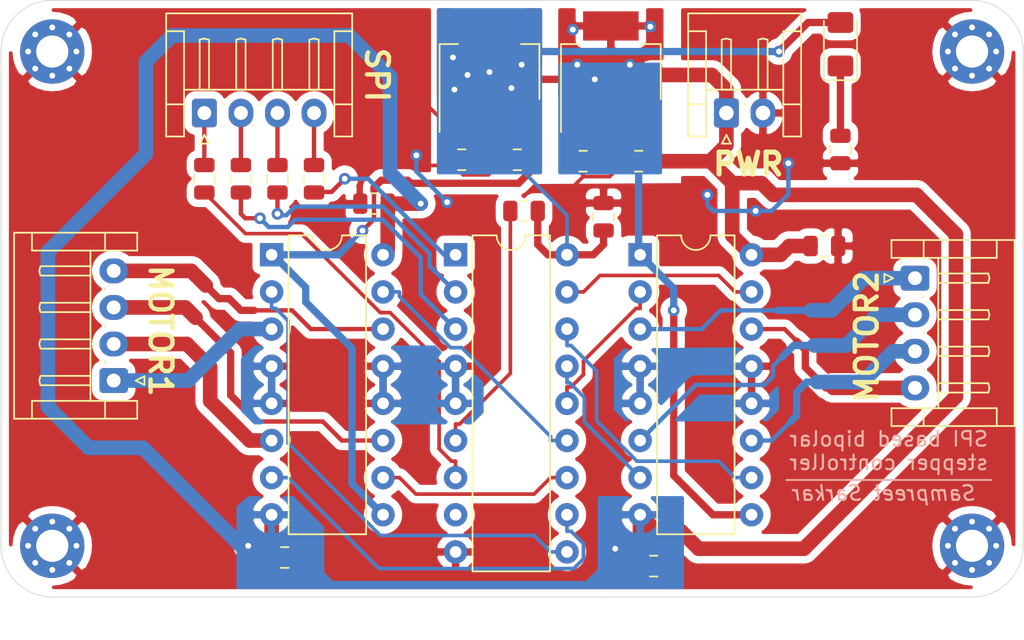
<source format=kicad_pcb>
(kicad_pcb (version 20171130) (host pcbnew "(5.1.6)-1")

  (general
    (thickness 1.6)
    (drawings 22)
    (tracks 344)
    (zones 0)
    (modules 29)
    (nets 32)
  )

  (page A4)
  (layers
    (0 F.Cu signal)
    (31 B.Cu signal)
    (32 B.Adhes user)
    (33 F.Adhes user)
    (34 B.Paste user)
    (35 F.Paste user)
    (36 B.SilkS user)
    (37 F.SilkS user)
    (38 B.Mask user)
    (39 F.Mask user)
    (40 Dwgs.User user)
    (41 Cmts.User user)
    (42 Eco1.User user)
    (43 Eco2.User user)
    (44 Edge.Cuts user)
    (45 Margin user)
    (46 B.CrtYd user)
    (47 F.CrtYd user)
    (48 B.Fab user)
    (49 F.Fab user hide)
  )

  (setup
    (last_trace_width 0.3)
    (user_trace_width 0.3)
    (user_trace_width 0.5)
    (user_trace_width 1)
    (trace_clearance 0.2)
    (zone_clearance 0.508)
    (zone_45_only no)
    (trace_min 0.2)
    (via_size 0.8)
    (via_drill 0.4)
    (via_min_size 0.4)
    (via_min_drill 0.3)
    (uvia_size 0.3)
    (uvia_drill 0.1)
    (uvias_allowed no)
    (uvia_min_size 0.2)
    (uvia_min_drill 0.1)
    (edge_width 0.05)
    (segment_width 0.2)
    (pcb_text_width 0.3)
    (pcb_text_size 1.5 1.5)
    (mod_edge_width 0.12)
    (mod_text_size 1 1)
    (mod_text_width 0.15)
    (pad_size 1.524 1.524)
    (pad_drill 0.762)
    (pad_to_mask_clearance 0.05)
    (aux_axis_origin 0 0)
    (visible_elements 7FFFFFFF)
    (pcbplotparams
      (layerselection 0x010fc_ffffffff)
      (usegerberextensions false)
      (usegerberattributes true)
      (usegerberadvancedattributes true)
      (creategerberjobfile true)
      (excludeedgelayer true)
      (linewidth 0.100000)
      (plotframeref false)
      (viasonmask false)
      (mode 1)
      (useauxorigin false)
      (hpglpennumber 1)
      (hpglpenspeed 20)
      (hpglpendiameter 15.000000)
      (psnegative false)
      (psa4output false)
      (plotreference true)
      (plotvalue true)
      (plotinvisibletext false)
      (padsonsilk false)
      (subtractmaskfromsilk false)
      (outputformat 1)
      (mirror false)
      (drillshape 1)
      (scaleselection 1)
      (outputdirectory ""))
  )

  (net 0 "")
  (net 1 GND)
  (net 2 VCC)
  (net 3 +5V)
  (net 4 NRST)
  (net 5 "Net-(D1-Pad1)")
  (net 6 M2D)
  (net 7 M2C)
  (net 8 M2B)
  (net 9 M2A)
  (net 10 M1D)
  (net 11 M1C)
  (net 12 M1B)
  (net 13 M1A)
  (net 14 SCK)
  (net 15 MOSI)
  (net 16 MISO)
  (net 17 NCS)
  (net 18 "Net-(R3-Pad1)")
  (net 19 "Net-(R4-Pad1)")
  (net 20 "Net-(R5-Pad1)")
  (net 21 "Net-(R6-Pad1)")
  (net 22 GP3)
  (net 23 GP1)
  (net 24 GP2)
  (net 25 GP0)
  (net 26 GP7)
  (net 27 GP5)
  (net 28 GP6)
  (net 29 GP4)
  (net 30 INT)
  (net 31 +3V3)

  (net_class Default "This is the default net class."
    (clearance 0.2)
    (trace_width 0.25)
    (via_dia 0.8)
    (via_drill 0.4)
    (uvia_dia 0.3)
    (uvia_drill 0.1)
    (add_net +3V3)
    (add_net +5V)
    (add_net GND)
    (add_net GP0)
    (add_net GP1)
    (add_net GP2)
    (add_net GP3)
    (add_net GP4)
    (add_net GP5)
    (add_net GP6)
    (add_net GP7)
    (add_net INT)
    (add_net M1A)
    (add_net M1B)
    (add_net M1C)
    (add_net M1D)
    (add_net M2A)
    (add_net M2B)
    (add_net M2C)
    (add_net M2D)
    (add_net MISO)
    (add_net MOSI)
    (add_net NCS)
    (add_net NRST)
    (add_net "Net-(D1-Pad1)")
    (add_net "Net-(R3-Pad1)")
    (add_net "Net-(R4-Pad1)")
    (add_net "Net-(R5-Pad1)")
    (add_net "Net-(R6-Pad1)")
    (add_net SCK)
    (add_net VCC)
  )

  (module MountingHole:MountingHole_2.2mm_M2_Pad_Via (layer F.Cu) (tedit 56DDB9C7) (tstamp 5F43F955)
    (at 125.5 137.4)
    (descr "Mounting Hole 2.2mm, M2")
    (tags "mounting hole 2.2mm m2")
    (path /5F449F22)
    (attr virtual)
    (fp_text reference H4 (at 0 -3.2) (layer F.Fab) hide
      (effects (font (size 1 1) (thickness 0.15)))
    )
    (fp_text value Hole (at 0 3.2) (layer F.Fab)
      (effects (font (size 1 1) (thickness 0.15)))
    )
    (fp_circle (center 0 0) (end 2.45 0) (layer F.CrtYd) (width 0.05))
    (fp_circle (center 0 0) (end 2.2 0) (layer Cmts.User) (width 0.15))
    (fp_text user %R (at 0.3 0) (layer F.Fab)
      (effects (font (size 1 1) (thickness 0.15)))
    )
    (pad 1 thru_hole circle (at 1.166726 -1.166726) (size 0.7 0.7) (drill 0.4) (layers *.Cu *.Mask)
      (net 1 GND))
    (pad 1 thru_hole circle (at 0 -1.65) (size 0.7 0.7) (drill 0.4) (layers *.Cu *.Mask)
      (net 1 GND))
    (pad 1 thru_hole circle (at -1.166726 -1.166726) (size 0.7 0.7) (drill 0.4) (layers *.Cu *.Mask)
      (net 1 GND))
    (pad 1 thru_hole circle (at -1.65 0) (size 0.7 0.7) (drill 0.4) (layers *.Cu *.Mask)
      (net 1 GND))
    (pad 1 thru_hole circle (at -1.166726 1.166726) (size 0.7 0.7) (drill 0.4) (layers *.Cu *.Mask)
      (net 1 GND))
    (pad 1 thru_hole circle (at 0 1.65) (size 0.7 0.7) (drill 0.4) (layers *.Cu *.Mask)
      (net 1 GND))
    (pad 1 thru_hole circle (at 1.166726 1.166726) (size 0.7 0.7) (drill 0.4) (layers *.Cu *.Mask)
      (net 1 GND))
    (pad 1 thru_hole circle (at 1.65 0) (size 0.7 0.7) (drill 0.4) (layers *.Cu *.Mask)
      (net 1 GND))
    (pad 1 thru_hole circle (at 0 0) (size 4.4 4.4) (drill 2.2) (layers *.Cu *.Mask)
      (net 1 GND))
  )

  (module MountingHole:MountingHole_2.2mm_M2_Pad_Via (layer F.Cu) (tedit 56DDB9C7) (tstamp 5F43F945)
    (at 188.4 137.4)
    (descr "Mounting Hole 2.2mm, M2")
    (tags "mounting hole 2.2mm m2")
    (path /5F4496E0)
    (attr virtual)
    (fp_text reference H3 (at 0 -3.2) (layer F.Fab) hide
      (effects (font (size 1 1) (thickness 0.15)))
    )
    (fp_text value Hole (at 0 3.2) (layer F.Fab)
      (effects (font (size 1 1) (thickness 0.15)))
    )
    (fp_circle (center 0 0) (end 2.45 0) (layer F.CrtYd) (width 0.05))
    (fp_circle (center 0 0) (end 2.2 0) (layer Cmts.User) (width 0.15))
    (fp_text user %R (at 0.3 0) (layer F.Fab)
      (effects (font (size 1 1) (thickness 0.15)))
    )
    (pad 1 thru_hole circle (at 1.166726 -1.166726) (size 0.7 0.7) (drill 0.4) (layers *.Cu *.Mask)
      (net 1 GND))
    (pad 1 thru_hole circle (at 0 -1.65) (size 0.7 0.7) (drill 0.4) (layers *.Cu *.Mask)
      (net 1 GND))
    (pad 1 thru_hole circle (at -1.166726 -1.166726) (size 0.7 0.7) (drill 0.4) (layers *.Cu *.Mask)
      (net 1 GND))
    (pad 1 thru_hole circle (at -1.65 0) (size 0.7 0.7) (drill 0.4) (layers *.Cu *.Mask)
      (net 1 GND))
    (pad 1 thru_hole circle (at -1.166726 1.166726) (size 0.7 0.7) (drill 0.4) (layers *.Cu *.Mask)
      (net 1 GND))
    (pad 1 thru_hole circle (at 0 1.65) (size 0.7 0.7) (drill 0.4) (layers *.Cu *.Mask)
      (net 1 GND))
    (pad 1 thru_hole circle (at 1.166726 1.166726) (size 0.7 0.7) (drill 0.4) (layers *.Cu *.Mask)
      (net 1 GND))
    (pad 1 thru_hole circle (at 1.65 0) (size 0.7 0.7) (drill 0.4) (layers *.Cu *.Mask)
      (net 1 GND))
    (pad 1 thru_hole circle (at 0 0) (size 4.4 4.4) (drill 2.2) (layers *.Cu *.Mask)
      (net 1 GND))
  )

  (module MountingHole:MountingHole_2.2mm_M2_Pad_Via (layer F.Cu) (tedit 56DDB9C7) (tstamp 5F43F935)
    (at 188.4 103.6)
    (descr "Mounting Hole 2.2mm, M2")
    (tags "mounting hole 2.2mm m2")
    (path /5F448E6F)
    (attr virtual)
    (fp_text reference H2 (at 0 -3.2) (layer F.Fab) hide
      (effects (font (size 1 1) (thickness 0.15)))
    )
    (fp_text value Hole (at 0 3.2) (layer F.Fab)
      (effects (font (size 1 1) (thickness 0.15)))
    )
    (fp_circle (center 0 0) (end 2.45 0) (layer F.CrtYd) (width 0.05))
    (fp_circle (center 0 0) (end 2.2 0) (layer Cmts.User) (width 0.15))
    (fp_text user %R (at 0.3 0) (layer F.Fab)
      (effects (font (size 1 1) (thickness 0.15)))
    )
    (pad 1 thru_hole circle (at 1.166726 -1.166726) (size 0.7 0.7) (drill 0.4) (layers *.Cu *.Mask)
      (net 1 GND))
    (pad 1 thru_hole circle (at 0 -1.65) (size 0.7 0.7) (drill 0.4) (layers *.Cu *.Mask)
      (net 1 GND))
    (pad 1 thru_hole circle (at -1.166726 -1.166726) (size 0.7 0.7) (drill 0.4) (layers *.Cu *.Mask)
      (net 1 GND))
    (pad 1 thru_hole circle (at -1.65 0) (size 0.7 0.7) (drill 0.4) (layers *.Cu *.Mask)
      (net 1 GND))
    (pad 1 thru_hole circle (at -1.166726 1.166726) (size 0.7 0.7) (drill 0.4) (layers *.Cu *.Mask)
      (net 1 GND))
    (pad 1 thru_hole circle (at 0 1.65) (size 0.7 0.7) (drill 0.4) (layers *.Cu *.Mask)
      (net 1 GND))
    (pad 1 thru_hole circle (at 1.166726 1.166726) (size 0.7 0.7) (drill 0.4) (layers *.Cu *.Mask)
      (net 1 GND))
    (pad 1 thru_hole circle (at 1.65 0) (size 0.7 0.7) (drill 0.4) (layers *.Cu *.Mask)
      (net 1 GND))
    (pad 1 thru_hole circle (at 0 0) (size 4.4 4.4) (drill 2.2) (layers *.Cu *.Mask)
      (net 1 GND))
  )

  (module MountingHole:MountingHole_2.2mm_M2_Pad_Via (layer F.Cu) (tedit 56DDB9C7) (tstamp 5F43F925)
    (at 125.5 103.6)
    (descr "Mounting Hole 2.2mm, M2")
    (tags "mounting hole 2.2mm m2")
    (path /5F44897A)
    (attr virtual)
    (fp_text reference H1 (at 0 -3.2) (layer F.Fab) hide
      (effects (font (size 1 1) (thickness 0.15)))
    )
    (fp_text value Hole (at 0 3.2) (layer F.Fab)
      (effects (font (size 1 1) (thickness 0.15)))
    )
    (fp_circle (center 0 0) (end 2.45 0) (layer F.CrtYd) (width 0.05))
    (fp_circle (center 0 0) (end 2.2 0) (layer Cmts.User) (width 0.15))
    (fp_text user %R (at 0.3 0) (layer F.Fab)
      (effects (font (size 1 1) (thickness 0.15)))
    )
    (pad 1 thru_hole circle (at 1.166726 -1.166726) (size 0.7 0.7) (drill 0.4) (layers *.Cu *.Mask)
      (net 1 GND))
    (pad 1 thru_hole circle (at 0 -1.65) (size 0.7 0.7) (drill 0.4) (layers *.Cu *.Mask)
      (net 1 GND))
    (pad 1 thru_hole circle (at -1.166726 -1.166726) (size 0.7 0.7) (drill 0.4) (layers *.Cu *.Mask)
      (net 1 GND))
    (pad 1 thru_hole circle (at -1.65 0) (size 0.7 0.7) (drill 0.4) (layers *.Cu *.Mask)
      (net 1 GND))
    (pad 1 thru_hole circle (at -1.166726 1.166726) (size 0.7 0.7) (drill 0.4) (layers *.Cu *.Mask)
      (net 1 GND))
    (pad 1 thru_hole circle (at 0 1.65) (size 0.7 0.7) (drill 0.4) (layers *.Cu *.Mask)
      (net 1 GND))
    (pad 1 thru_hole circle (at 1.166726 1.166726) (size 0.7 0.7) (drill 0.4) (layers *.Cu *.Mask)
      (net 1 GND))
    (pad 1 thru_hole circle (at 1.65 0) (size 0.7 0.7) (drill 0.4) (layers *.Cu *.Mask)
      (net 1 GND))
    (pad 1 thru_hole circle (at 0 0) (size 4.4 4.4) (drill 2.2) (layers *.Cu *.Mask)
      (net 1 GND))
  )

  (module Package_DIP:DIP-16_W7.62mm (layer F.Cu) (tedit 5A02E8C5) (tstamp 5F34A8EA)
    (at 140.5 117.5)
    (descr "16-lead though-hole mounted DIP package, row spacing 7.62 mm (300 mils)")
    (tags "THT DIP DIL PDIP 2.54mm 7.62mm 300mil")
    (path /5F2C7315)
    (fp_text reference U3 (at -16 -5.6) (layer F.Fab) hide
      (effects (font (size 1 1) (thickness 0.15)))
    )
    (fp_text value L293D (at 3.81 20.11) (layer F.Fab)
      (effects (font (size 1 1) (thickness 0.15)))
    )
    (fp_line (start 1.635 -1.27) (end 6.985 -1.27) (layer F.Fab) (width 0.1))
    (fp_line (start 6.985 -1.27) (end 6.985 19.05) (layer F.Fab) (width 0.1))
    (fp_line (start 6.985 19.05) (end 0.635 19.05) (layer F.Fab) (width 0.1))
    (fp_line (start 0.635 19.05) (end 0.635 -0.27) (layer F.Fab) (width 0.1))
    (fp_line (start 0.635 -0.27) (end 1.635 -1.27) (layer F.Fab) (width 0.1))
    (fp_line (start 2.81 -1.33) (end 1.16 -1.33) (layer F.SilkS) (width 0.12))
    (fp_line (start 1.16 -1.33) (end 1.16 19.11) (layer F.SilkS) (width 0.12))
    (fp_line (start 1.16 19.11) (end 6.46 19.11) (layer F.SilkS) (width 0.12))
    (fp_line (start 6.46 19.11) (end 6.46 -1.33) (layer F.SilkS) (width 0.12))
    (fp_line (start 6.46 -1.33) (end 4.81 -1.33) (layer F.SilkS) (width 0.12))
    (fp_line (start -1.1 -1.55) (end -1.1 19.3) (layer F.CrtYd) (width 0.05))
    (fp_line (start -1.1 19.3) (end 8.7 19.3) (layer F.CrtYd) (width 0.05))
    (fp_line (start 8.7 19.3) (end 8.7 -1.55) (layer F.CrtYd) (width 0.05))
    (fp_line (start 8.7 -1.55) (end -1.1 -1.55) (layer F.CrtYd) (width 0.05))
    (fp_text user %R (at 3.81 8.89) (layer F.Fab)
      (effects (font (size 1 1) (thickness 0.15)))
    )
    (fp_arc (start 3.81 -1.33) (end 2.81 -1.33) (angle -180) (layer F.SilkS) (width 0.12))
    (pad 16 thru_hole oval (at 7.62 0) (size 1.6 1.6) (drill 0.8) (layers *.Cu *.Mask)
      (net 2 VCC))
    (pad 8 thru_hole oval (at 0 17.78) (size 1.6 1.6) (drill 0.8) (layers *.Cu *.Mask)
      (net 2 VCC))
    (pad 15 thru_hole oval (at 7.62 2.54) (size 1.6 1.6) (drill 0.8) (layers *.Cu *.Mask)
      (net 22 GP3))
    (pad 7 thru_hole oval (at 0 15.24) (size 1.6 1.6) (drill 0.8) (layers *.Cu *.Mask)
      (net 23 GP1))
    (pad 14 thru_hole oval (at 7.62 5.08) (size 1.6 1.6) (drill 0.8) (layers *.Cu *.Mask)
      (net 10 M1D))
    (pad 6 thru_hole oval (at 0 12.7) (size 1.6 1.6) (drill 0.8) (layers *.Cu *.Mask)
      (net 12 M1B))
    (pad 13 thru_hole oval (at 7.62 7.62) (size 1.6 1.6) (drill 0.8) (layers *.Cu *.Mask)
      (net 1 GND))
    (pad 5 thru_hole oval (at 0 10.16) (size 1.6 1.6) (drill 0.8) (layers *.Cu *.Mask)
      (net 1 GND))
    (pad 12 thru_hole oval (at 7.62 10.16) (size 1.6 1.6) (drill 0.8) (layers *.Cu *.Mask)
      (net 1 GND))
    (pad 4 thru_hole oval (at 0 7.62) (size 1.6 1.6) (drill 0.8) (layers *.Cu *.Mask)
      (net 1 GND))
    (pad 11 thru_hole oval (at 7.62 12.7) (size 1.6 1.6) (drill 0.8) (layers *.Cu *.Mask)
      (net 11 M1C))
    (pad 3 thru_hole oval (at 0 5.08) (size 1.6 1.6) (drill 0.8) (layers *.Cu *.Mask)
      (net 13 M1A))
    (pad 10 thru_hole oval (at 7.62 15.24) (size 1.6 1.6) (drill 0.8) (layers *.Cu *.Mask)
      (net 24 GP2))
    (pad 2 thru_hole oval (at 0 2.54) (size 1.6 1.6) (drill 0.8) (layers *.Cu *.Mask)
      (net 25 GP0))
    (pad 9 thru_hole oval (at 7.62 17.78) (size 1.6 1.6) (drill 0.8) (layers *.Cu *.Mask)
      (net 3 +5V))
    (pad 1 thru_hole rect (at 0 0) (size 1.6 1.6) (drill 0.8) (layers *.Cu *.Mask)
      (net 3 +5V))
    (model ${KISYS3DMOD}/Package_DIP.3dshapes/DIP-16_W7.62mm.wrl
      (at (xyz 0 0 0))
      (scale (xyz 1 1 1))
      (rotate (xyz 0 0 0))
    )
  )

  (module Package_DIP:DIP-18_W7.62mm (layer F.Cu) (tedit 5A02E8C5) (tstamp 5F34B022)
    (at 153.08 117.5)
    (descr "18-lead though-hole mounted DIP package, row spacing 7.62 mm (300 mils)")
    (tags "THT DIP DIL PDIP 2.54mm 7.62mm 300mil")
    (path /5F2C3793)
    (fp_text reference U5 (at -20.78 -5.4) (layer F.Fab) hide
      (effects (font (size 1 1) (thickness 0.15)))
    )
    (fp_text value MCP23S08-xP (at 3.81 22.65) (layer F.Fab)
      (effects (font (size 1 1) (thickness 0.15)))
    )
    (fp_line (start 1.635 -1.27) (end 6.985 -1.27) (layer F.Fab) (width 0.1))
    (fp_line (start 6.985 -1.27) (end 6.985 21.59) (layer F.Fab) (width 0.1))
    (fp_line (start 6.985 21.59) (end 0.635 21.59) (layer F.Fab) (width 0.1))
    (fp_line (start 0.635 21.59) (end 0.635 -0.27) (layer F.Fab) (width 0.1))
    (fp_line (start 0.635 -0.27) (end 1.635 -1.27) (layer F.Fab) (width 0.1))
    (fp_line (start 2.81 -1.33) (end 1.16 -1.33) (layer F.SilkS) (width 0.12))
    (fp_line (start 1.16 -1.33) (end 1.16 21.65) (layer F.SilkS) (width 0.12))
    (fp_line (start 1.16 21.65) (end 6.46 21.65) (layer F.SilkS) (width 0.12))
    (fp_line (start 6.46 21.65) (end 6.46 -1.33) (layer F.SilkS) (width 0.12))
    (fp_line (start 6.46 -1.33) (end 4.81 -1.33) (layer F.SilkS) (width 0.12))
    (fp_line (start -1.1 -1.55) (end -1.1 21.85) (layer F.CrtYd) (width 0.05))
    (fp_line (start -1.1 21.85) (end 8.7 21.85) (layer F.CrtYd) (width 0.05))
    (fp_line (start 8.7 21.85) (end 8.7 -1.55) (layer F.CrtYd) (width 0.05))
    (fp_line (start 8.7 -1.55) (end -1.1 -1.55) (layer F.CrtYd) (width 0.05))
    (fp_text user %R (at 3.81 10.16) (layer F.Fab)
      (effects (font (size 1 1) (thickness 0.15)))
    )
    (fp_arc (start 3.81 -1.33) (end 2.81 -1.33) (angle -180) (layer F.SilkS) (width 0.12))
    (pad 18 thru_hole oval (at 7.62 0) (size 1.6 1.6) (drill 0.8) (layers *.Cu *.Mask)
      (net 31 +3V3))
    (pad 9 thru_hole oval (at 0 20.32) (size 1.6 1.6) (drill 0.8) (layers *.Cu *.Mask)
      (net 1 GND))
    (pad 17 thru_hole oval (at 7.62 2.54) (size 1.6 1.6) (drill 0.8) (layers *.Cu *.Mask)
      (net 26 GP7))
    (pad 8 thru_hole oval (at 0 17.78) (size 1.6 1.6) (drill 0.8) (layers *.Cu *.Mask)
      (net 30 INT))
    (pad 16 thru_hole oval (at 7.62 5.08) (size 1.6 1.6) (drill 0.8) (layers *.Cu *.Mask)
      (net 28 GP6))
    (pad 7 thru_hole oval (at 0 15.24) (size 1.6 1.6) (drill 0.8) (layers *.Cu *.Mask)
      (net 18 "Net-(R3-Pad1)"))
    (pad 15 thru_hole oval (at 7.62 7.62) (size 1.6 1.6) (drill 0.8) (layers *.Cu *.Mask)
      (net 27 GP5))
    (pad 6 thru_hole oval (at 0 12.7) (size 1.6 1.6) (drill 0.8) (layers *.Cu *.Mask)
      (net 4 NRST))
    (pad 14 thru_hole oval (at 7.62 10.16) (size 1.6 1.6) (drill 0.8) (layers *.Cu *.Mask)
      (net 29 GP4))
    (pad 5 thru_hole oval (at 0 10.16) (size 1.6 1.6) (drill 0.8) (layers *.Cu *.Mask)
      (net 1 GND))
    (pad 13 thru_hole oval (at 7.62 12.7) (size 1.6 1.6) (drill 0.8) (layers *.Cu *.Mask)
      (net 22 GP3))
    (pad 4 thru_hole oval (at 0 7.62) (size 1.6 1.6) (drill 0.8) (layers *.Cu *.Mask)
      (net 1 GND))
    (pad 12 thru_hole oval (at 7.62 15.24) (size 1.6 1.6) (drill 0.8) (layers *.Cu *.Mask)
      (net 24 GP2))
    (pad 3 thru_hole oval (at 0 5.08) (size 1.6 1.6) (drill 0.8) (layers *.Cu *.Mask)
      (net 21 "Net-(R6-Pad1)"))
    (pad 11 thru_hole oval (at 7.62 17.78) (size 1.6 1.6) (drill 0.8) (layers *.Cu *.Mask)
      (net 23 GP1))
    (pad 2 thru_hole oval (at 0 2.54) (size 1.6 1.6) (drill 0.8) (layers *.Cu *.Mask)
      (net 20 "Net-(R5-Pad1)"))
    (pad 10 thru_hole oval (at 7.62 20.32) (size 1.6 1.6) (drill 0.8) (layers *.Cu *.Mask)
      (net 25 GP0))
    (pad 1 thru_hole rect (at 0 0) (size 1.6 1.6) (drill 0.8) (layers *.Cu *.Mask)
      (net 19 "Net-(R4-Pad1)"))
    (model ${KISYS3DMOD}/Package_DIP.3dshapes/DIP-18_W7.62mm.wrl
      (at (xyz 0 0 0))
      (scale (xyz 1 1 1))
      (rotate (xyz 0 0 0))
    )
  )

  (module Package_DIP:DIP-16_W7.62mm (layer F.Cu) (tedit 5A02E8C5) (tstamp 5F34A90E)
    (at 165.7 117.5)
    (descr "16-lead though-hole mounted DIP package, row spacing 7.62 mm (300 mils)")
    (tags "THT DIP DIL PDIP 2.54mm 7.62mm 300mil")
    (path /5F2D9E52)
    (fp_text reference U4 (at -39.2 -5.5) (layer F.Fab) hide
      (effects (font (size 1 1) (thickness 0.15)))
    )
    (fp_text value L293D (at 3.81 20.11) (layer F.Fab)
      (effects (font (size 1 1) (thickness 0.15)))
    )
    (fp_line (start 1.635 -1.27) (end 6.985 -1.27) (layer F.Fab) (width 0.1))
    (fp_line (start 6.985 -1.27) (end 6.985 19.05) (layer F.Fab) (width 0.1))
    (fp_line (start 6.985 19.05) (end 0.635 19.05) (layer F.Fab) (width 0.1))
    (fp_line (start 0.635 19.05) (end 0.635 -0.27) (layer F.Fab) (width 0.1))
    (fp_line (start 0.635 -0.27) (end 1.635 -1.27) (layer F.Fab) (width 0.1))
    (fp_line (start 2.81 -1.33) (end 1.16 -1.33) (layer F.SilkS) (width 0.12))
    (fp_line (start 1.16 -1.33) (end 1.16 19.11) (layer F.SilkS) (width 0.12))
    (fp_line (start 1.16 19.11) (end 6.46 19.11) (layer F.SilkS) (width 0.12))
    (fp_line (start 6.46 19.11) (end 6.46 -1.33) (layer F.SilkS) (width 0.12))
    (fp_line (start 6.46 -1.33) (end 4.81 -1.33) (layer F.SilkS) (width 0.12))
    (fp_line (start -1.1 -1.55) (end -1.1 19.3) (layer F.CrtYd) (width 0.05))
    (fp_line (start -1.1 19.3) (end 8.7 19.3) (layer F.CrtYd) (width 0.05))
    (fp_line (start 8.7 19.3) (end 8.7 -1.55) (layer F.CrtYd) (width 0.05))
    (fp_line (start 8.7 -1.55) (end -1.1 -1.55) (layer F.CrtYd) (width 0.05))
    (fp_text user %R (at 3.81 8.89) (layer F.Fab)
      (effects (font (size 1 1) (thickness 0.15)))
    )
    (fp_arc (start 3.81 -1.33) (end 2.81 -1.33) (angle -180) (layer F.SilkS) (width 0.12))
    (pad 16 thru_hole oval (at 7.62 0) (size 1.6 1.6) (drill 0.8) (layers *.Cu *.Mask)
      (net 2 VCC))
    (pad 8 thru_hole oval (at 0 17.78) (size 1.6 1.6) (drill 0.8) (layers *.Cu *.Mask)
      (net 2 VCC))
    (pad 15 thru_hole oval (at 7.62 2.54) (size 1.6 1.6) (drill 0.8) (layers *.Cu *.Mask)
      (net 26 GP7))
    (pad 7 thru_hole oval (at 0 15.24) (size 1.6 1.6) (drill 0.8) (layers *.Cu *.Mask)
      (net 27 GP5))
    (pad 14 thru_hole oval (at 7.62 5.08) (size 1.6 1.6) (drill 0.8) (layers *.Cu *.Mask)
      (net 6 M2D))
    (pad 6 thru_hole oval (at 0 12.7) (size 1.6 1.6) (drill 0.8) (layers *.Cu *.Mask)
      (net 8 M2B))
    (pad 13 thru_hole oval (at 7.62 7.62) (size 1.6 1.6) (drill 0.8) (layers *.Cu *.Mask)
      (net 1 GND))
    (pad 5 thru_hole oval (at 0 10.16) (size 1.6 1.6) (drill 0.8) (layers *.Cu *.Mask)
      (net 1 GND))
    (pad 12 thru_hole oval (at 7.62 10.16) (size 1.6 1.6) (drill 0.8) (layers *.Cu *.Mask)
      (net 1 GND))
    (pad 4 thru_hole oval (at 0 7.62) (size 1.6 1.6) (drill 0.8) (layers *.Cu *.Mask)
      (net 1 GND))
    (pad 11 thru_hole oval (at 7.62 12.7) (size 1.6 1.6) (drill 0.8) (layers *.Cu *.Mask)
      (net 7 M2C))
    (pad 3 thru_hole oval (at 0 5.08) (size 1.6 1.6) (drill 0.8) (layers *.Cu *.Mask)
      (net 9 M2A))
    (pad 10 thru_hole oval (at 7.62 15.24) (size 1.6 1.6) (drill 0.8) (layers *.Cu *.Mask)
      (net 28 GP6))
    (pad 2 thru_hole oval (at 0 2.54) (size 1.6 1.6) (drill 0.8) (layers *.Cu *.Mask)
      (net 29 GP4))
    (pad 9 thru_hole oval (at 7.62 17.78) (size 1.6 1.6) (drill 0.8) (layers *.Cu *.Mask)
      (net 3 +5V))
    (pad 1 thru_hole rect (at 0 0) (size 1.6 1.6) (drill 0.8) (layers *.Cu *.Mask)
      (net 3 +5V))
    (model ${KISYS3DMOD}/Package_DIP.3dshapes/DIP-16_W7.62mm.wrl
      (at (xyz 0 0 0))
      (scale (xyz 1 1 1))
      (rotate (xyz 0 0 0))
    )
  )

  (module Package_TO_SOT_SMD:SOT-223-3_TabPin2 (layer F.Cu) (tedit 5A02FF57) (tstamp 5F34A8C6)
    (at 155.4 105 90)
    (descr "module CMS SOT223 4 pins")
    (tags "CMS SOT")
    (path /5F2DA4D1)
    (attr smd)
    (fp_text reference U2 (at -7.1 -26.9 180) (layer F.Fab) hide
      (effects (font (size 1 1) (thickness 0.15)))
    )
    (fp_text value AMS1117-3.3 (at 0 4.5 90) (layer F.Fab)
      (effects (font (size 1 1) (thickness 0.15)))
    )
    (fp_line (start 1.91 3.41) (end 1.91 2.15) (layer F.SilkS) (width 0.12))
    (fp_line (start 1.91 -3.41) (end 1.91 -2.15) (layer F.SilkS) (width 0.12))
    (fp_line (start 4.4 -3.6) (end -4.4 -3.6) (layer F.CrtYd) (width 0.05))
    (fp_line (start 4.4 3.6) (end 4.4 -3.6) (layer F.CrtYd) (width 0.05))
    (fp_line (start -4.4 3.6) (end 4.4 3.6) (layer F.CrtYd) (width 0.05))
    (fp_line (start -4.4 -3.6) (end -4.4 3.6) (layer F.CrtYd) (width 0.05))
    (fp_line (start -1.85 -2.35) (end -0.85 -3.35) (layer F.Fab) (width 0.1))
    (fp_line (start -1.85 -2.35) (end -1.85 3.35) (layer F.Fab) (width 0.1))
    (fp_line (start -1.85 3.41) (end 1.91 3.41) (layer F.SilkS) (width 0.12))
    (fp_line (start -0.85 -3.35) (end 1.85 -3.35) (layer F.Fab) (width 0.1))
    (fp_line (start -4.1 -3.41) (end 1.91 -3.41) (layer F.SilkS) (width 0.12))
    (fp_line (start -1.85 3.35) (end 1.85 3.35) (layer F.Fab) (width 0.1))
    (fp_line (start 1.85 -3.35) (end 1.85 3.35) (layer F.Fab) (width 0.1))
    (fp_text user %R (at 0 0) (layer F.Fab)
      (effects (font (size 0.8 0.8) (thickness 0.12)))
    )
    (pad 1 smd rect (at -3.15 -2.3 90) (size 2 1.5) (layers F.Cu F.Paste F.Mask)
      (net 1 GND))
    (pad 3 smd rect (at -3.15 2.3 90) (size 2 1.5) (layers F.Cu F.Paste F.Mask)
      (net 3 +5V))
    (pad 2 smd rect (at -3.15 0 90) (size 2 1.5) (layers F.Cu F.Paste F.Mask)
      (net 31 +3V3))
    (pad 2 smd rect (at 3.15 0 90) (size 2 3.8) (layers F.Cu F.Paste F.Mask)
      (net 31 +3V3))
    (model ${KISYS3DMOD}/Package_TO_SOT_SMD.3dshapes/SOT-223.wrl
      (at (xyz 0 0 0))
      (scale (xyz 1 1 1))
      (rotate (xyz 0 0 0))
    )
  )

  (module Package_TO_SOT_SMD:SOT-223-3_TabPin2 (layer F.Cu) (tedit 5A02FF57) (tstamp 5F34D0F4)
    (at 163.7 105 90)
    (descr "module CMS SOT223 4 pins")
    (tags "CMS SOT")
    (path /5F2DBB43)
    (attr smd)
    (fp_text reference U1 (at -7.1 -33.3 180) (layer F.Fab) hide
      (effects (font (size 1 1) (thickness 0.15)))
    )
    (fp_text value AMS1117-5.0 (at 0 4.5 90) (layer F.Fab)
      (effects (font (size 1 1) (thickness 0.15)))
    )
    (fp_line (start 1.91 3.41) (end 1.91 2.15) (layer F.SilkS) (width 0.12))
    (fp_line (start 1.91 -3.41) (end 1.91 -2.15) (layer F.SilkS) (width 0.12))
    (fp_line (start 4.4 -3.6) (end -4.4 -3.6) (layer F.CrtYd) (width 0.05))
    (fp_line (start 4.4 3.6) (end 4.4 -3.6) (layer F.CrtYd) (width 0.05))
    (fp_line (start -4.4 3.6) (end 4.4 3.6) (layer F.CrtYd) (width 0.05))
    (fp_line (start -4.4 -3.6) (end -4.4 3.6) (layer F.CrtYd) (width 0.05))
    (fp_line (start -1.85 -2.35) (end -0.85 -3.35) (layer F.Fab) (width 0.1))
    (fp_line (start -1.85 -2.35) (end -1.85 3.35) (layer F.Fab) (width 0.1))
    (fp_line (start -1.85 3.41) (end 1.91 3.41) (layer F.SilkS) (width 0.12))
    (fp_line (start -0.85 -3.35) (end 1.85 -3.35) (layer F.Fab) (width 0.1))
    (fp_line (start -4.1 -3.41) (end 1.91 -3.41) (layer F.SilkS) (width 0.12))
    (fp_line (start -1.85 3.35) (end 1.85 3.35) (layer F.Fab) (width 0.1))
    (fp_line (start 1.85 -3.35) (end 1.85 3.35) (layer F.Fab) (width 0.1))
    (fp_text user %R (at 0 0) (layer F.Fab)
      (effects (font (size 0.8 0.8) (thickness 0.12)))
    )
    (pad 1 smd rect (at -3.15 -2.3 90) (size 2 1.5) (layers F.Cu F.Paste F.Mask)
      (net 1 GND))
    (pad 3 smd rect (at -3.15 2.3 90) (size 2 1.5) (layers F.Cu F.Paste F.Mask)
      (net 2 VCC))
    (pad 2 smd rect (at -3.15 0 90) (size 2 1.5) (layers F.Cu F.Paste F.Mask)
      (net 3 +5V))
    (pad 2 smd rect (at 3.15 0 90) (size 2 3.8) (layers F.Cu F.Paste F.Mask)
      (net 3 +5V))
    (model ${KISYS3DMOD}/Package_TO_SOT_SMD.3dshapes/SOT-223.wrl
      (at (xyz 0 0 0))
      (scale (xyz 1 1 1))
      (rotate (xyz 0 0 0))
    )
  )

  (module Resistor_SMD:R_0805_2012Metric (layer F.Cu) (tedit 5B36C52B) (tstamp 5F34B34D)
    (at 138.4 112.3 90)
    (descr "Resistor SMD 0805 (2012 Metric), square (rectangular) end terminal, IPC_7351 nominal, (Body size source: https://docs.google.com/spreadsheets/d/1BsfQQcO9C6DZCsRaXUlFlo91Tg2WpOkGARC1WS5S8t0/edit?usp=sharing), generated with kicad-footprint-generator")
    (tags resistor)
    (path /5F349B40)
    (attr smd)
    (fp_text reference R6 (at 1.8 -11.9 180) (layer F.Fab) hide
      (effects (font (size 1 1) (thickness 0.15)))
    )
    (fp_text value 33R (at 0 1.65 90) (layer F.Fab)
      (effects (font (size 1 1) (thickness 0.15)))
    )
    (fp_line (start -1 0.6) (end -1 -0.6) (layer F.Fab) (width 0.1))
    (fp_line (start -1 -0.6) (end 1 -0.6) (layer F.Fab) (width 0.1))
    (fp_line (start 1 -0.6) (end 1 0.6) (layer F.Fab) (width 0.1))
    (fp_line (start 1 0.6) (end -1 0.6) (layer F.Fab) (width 0.1))
    (fp_line (start -0.258578 -0.71) (end 0.258578 -0.71) (layer F.SilkS) (width 0.12))
    (fp_line (start -0.258578 0.71) (end 0.258578 0.71) (layer F.SilkS) (width 0.12))
    (fp_line (start -1.68 0.95) (end -1.68 -0.95) (layer F.CrtYd) (width 0.05))
    (fp_line (start -1.68 -0.95) (end 1.68 -0.95) (layer F.CrtYd) (width 0.05))
    (fp_line (start 1.68 -0.95) (end 1.68 0.95) (layer F.CrtYd) (width 0.05))
    (fp_line (start 1.68 0.95) (end -1.68 0.95) (layer F.CrtYd) (width 0.05))
    (fp_text user %R (at 0 0 90) (layer F.Fab)
      (effects (font (size 0.5 0.5) (thickness 0.08)))
    )
    (pad 2 smd roundrect (at 0.9375 0 90) (size 0.975 1.4) (layers F.Cu F.Paste F.Mask) (roundrect_rratio 0.25)
      (net 16 MISO))
    (pad 1 smd roundrect (at -0.9375 0 90) (size 0.975 1.4) (layers F.Cu F.Paste F.Mask) (roundrect_rratio 0.25)
      (net 21 "Net-(R6-Pad1)"))
    (model ${KISYS3DMOD}/Resistor_SMD.3dshapes/R_0805_2012Metric.wrl
      (at (xyz 0 0 0))
      (scale (xyz 1 1 1))
      (rotate (xyz 0 0 0))
    )
  )

  (module Resistor_SMD:R_0805_2012Metric (layer F.Cu) (tedit 5B36C52B) (tstamp 5F34A889)
    (at 140.9 112.3 90)
    (descr "Resistor SMD 0805 (2012 Metric), square (rectangular) end terminal, IPC_7351 nominal, (Body size source: https://docs.google.com/spreadsheets/d/1BsfQQcO9C6DZCsRaXUlFlo91Tg2WpOkGARC1WS5S8t0/edit?usp=sharing), generated with kicad-footprint-generator")
    (tags resistor)
    (path /5F349701)
    (attr smd)
    (fp_text reference R5 (at 1.8 -12.5 180) (layer F.Fab) hide
      (effects (font (size 1 1) (thickness 0.15)))
    )
    (fp_text value 33R (at 0 1.65 90) (layer F.Fab)
      (effects (font (size 1 1) (thickness 0.15)))
    )
    (fp_line (start -1 0.6) (end -1 -0.6) (layer F.Fab) (width 0.1))
    (fp_line (start -1 -0.6) (end 1 -0.6) (layer F.Fab) (width 0.1))
    (fp_line (start 1 -0.6) (end 1 0.6) (layer F.Fab) (width 0.1))
    (fp_line (start 1 0.6) (end -1 0.6) (layer F.Fab) (width 0.1))
    (fp_line (start -0.258578 -0.71) (end 0.258578 -0.71) (layer F.SilkS) (width 0.12))
    (fp_line (start -0.258578 0.71) (end 0.258578 0.71) (layer F.SilkS) (width 0.12))
    (fp_line (start -1.68 0.95) (end -1.68 -0.95) (layer F.CrtYd) (width 0.05))
    (fp_line (start -1.68 -0.95) (end 1.68 -0.95) (layer F.CrtYd) (width 0.05))
    (fp_line (start 1.68 -0.95) (end 1.68 0.95) (layer F.CrtYd) (width 0.05))
    (fp_line (start 1.68 0.95) (end -1.68 0.95) (layer F.CrtYd) (width 0.05))
    (fp_text user %R (at 0 0 90) (layer F.Fab)
      (effects (font (size 0.5 0.5) (thickness 0.08)))
    )
    (pad 2 smd roundrect (at 0.9375 0 90) (size 0.975 1.4) (layers F.Cu F.Paste F.Mask) (roundrect_rratio 0.25)
      (net 15 MOSI))
    (pad 1 smd roundrect (at -0.9375 0 90) (size 0.975 1.4) (layers F.Cu F.Paste F.Mask) (roundrect_rratio 0.25)
      (net 20 "Net-(R5-Pad1)"))
    (model ${KISYS3DMOD}/Resistor_SMD.3dshapes/R_0805_2012Metric.wrl
      (at (xyz 0 0 0))
      (scale (xyz 1 1 1))
      (rotate (xyz 0 0 0))
    )
  )

  (module Resistor_SMD:R_0805_2012Metric (layer F.Cu) (tedit 5B36C52B) (tstamp 5F34A878)
    (at 143.4 112.3 90)
    (descr "Resistor SMD 0805 (2012 Metric), square (rectangular) end terminal, IPC_7351 nominal, (Body size source: https://docs.google.com/spreadsheets/d/1BsfQQcO9C6DZCsRaXUlFlo91Tg2WpOkGARC1WS5S8t0/edit?usp=sharing), generated with kicad-footprint-generator")
    (tags resistor)
    (path /5F3482D0)
    (attr smd)
    (fp_text reference R4 (at 1.8 -13.1 180) (layer F.Fab) hide
      (effects (font (size 1 1) (thickness 0.15)))
    )
    (fp_text value 33R (at 0 1.65 90) (layer F.Fab)
      (effects (font (size 1 1) (thickness 0.15)))
    )
    (fp_line (start -1 0.6) (end -1 -0.6) (layer F.Fab) (width 0.1))
    (fp_line (start -1 -0.6) (end 1 -0.6) (layer F.Fab) (width 0.1))
    (fp_line (start 1 -0.6) (end 1 0.6) (layer F.Fab) (width 0.1))
    (fp_line (start 1 0.6) (end -1 0.6) (layer F.Fab) (width 0.1))
    (fp_line (start -0.258578 -0.71) (end 0.258578 -0.71) (layer F.SilkS) (width 0.12))
    (fp_line (start -0.258578 0.71) (end 0.258578 0.71) (layer F.SilkS) (width 0.12))
    (fp_line (start -1.68 0.95) (end -1.68 -0.95) (layer F.CrtYd) (width 0.05))
    (fp_line (start -1.68 -0.95) (end 1.68 -0.95) (layer F.CrtYd) (width 0.05))
    (fp_line (start 1.68 -0.95) (end 1.68 0.95) (layer F.CrtYd) (width 0.05))
    (fp_line (start 1.68 0.95) (end -1.68 0.95) (layer F.CrtYd) (width 0.05))
    (fp_text user %R (at 0 0 90) (layer F.Fab)
      (effects (font (size 0.5 0.5) (thickness 0.08)))
    )
    (pad 2 smd roundrect (at 0.9375 0 90) (size 0.975 1.4) (layers F.Cu F.Paste F.Mask) (roundrect_rratio 0.25)
      (net 14 SCK))
    (pad 1 smd roundrect (at -0.9375 0 90) (size 0.975 1.4) (layers F.Cu F.Paste F.Mask) (roundrect_rratio 0.25)
      (net 19 "Net-(R4-Pad1)"))
    (model ${KISYS3DMOD}/Resistor_SMD.3dshapes/R_0805_2012Metric.wrl
      (at (xyz 0 0 0))
      (scale (xyz 1 1 1))
      (rotate (xyz 0 0 0))
    )
  )

  (module Resistor_SMD:R_0805_2012Metric (layer F.Cu) (tedit 5B36C52B) (tstamp 5F34A867)
    (at 135.9 112.3 90)
    (descr "Resistor SMD 0805 (2012 Metric), square (rectangular) end terminal, IPC_7351 nominal, (Body size source: https://docs.google.com/spreadsheets/d/1BsfQQcO9C6DZCsRaXUlFlo91Tg2WpOkGARC1WS5S8t0/edit?usp=sharing), generated with kicad-footprint-generator")
    (tags resistor)
    (path /5F347BC9)
    (attr smd)
    (fp_text reference R3 (at 1.8 -11.4 180) (layer F.Fab) hide
      (effects (font (size 1 1) (thickness 0.15)))
    )
    (fp_text value 33R (at 0 1.65 90) (layer F.Fab)
      (effects (font (size 1 1) (thickness 0.15)))
    )
    (fp_line (start -1 0.6) (end -1 -0.6) (layer F.Fab) (width 0.1))
    (fp_line (start -1 -0.6) (end 1 -0.6) (layer F.Fab) (width 0.1))
    (fp_line (start 1 -0.6) (end 1 0.6) (layer F.Fab) (width 0.1))
    (fp_line (start 1 0.6) (end -1 0.6) (layer F.Fab) (width 0.1))
    (fp_line (start -0.258578 -0.71) (end 0.258578 -0.71) (layer F.SilkS) (width 0.12))
    (fp_line (start -0.258578 0.71) (end 0.258578 0.71) (layer F.SilkS) (width 0.12))
    (fp_line (start -1.68 0.95) (end -1.68 -0.95) (layer F.CrtYd) (width 0.05))
    (fp_line (start -1.68 -0.95) (end 1.68 -0.95) (layer F.CrtYd) (width 0.05))
    (fp_line (start 1.68 -0.95) (end 1.68 0.95) (layer F.CrtYd) (width 0.05))
    (fp_line (start 1.68 0.95) (end -1.68 0.95) (layer F.CrtYd) (width 0.05))
    (fp_text user %R (at 0 0 90) (layer F.Fab)
      (effects (font (size 0.5 0.5) (thickness 0.08)))
    )
    (pad 2 smd roundrect (at 0.9375 0 90) (size 0.975 1.4) (layers F.Cu F.Paste F.Mask) (roundrect_rratio 0.25)
      (net 17 NCS))
    (pad 1 smd roundrect (at -0.9375 0 90) (size 0.975 1.4) (layers F.Cu F.Paste F.Mask) (roundrect_rratio 0.25)
      (net 18 "Net-(R3-Pad1)"))
    (model ${KISYS3DMOD}/Resistor_SMD.3dshapes/R_0805_2012Metric.wrl
      (at (xyz 0 0 0))
      (scale (xyz 1 1 1))
      (rotate (xyz 0 0 0))
    )
  )

  (module Resistor_SMD:R_0805_2012Metric (layer F.Cu) (tedit 5B36C52B) (tstamp 5F34A856)
    (at 157.762 114.5 180)
    (descr "Resistor SMD 0805 (2012 Metric), square (rectangular) end terminal, IPC_7351 nominal, (Body size source: https://docs.google.com/spreadsheets/d/1BsfQQcO9C6DZCsRaXUlFlo91Tg2WpOkGARC1WS5S8t0/edit?usp=sharing), generated with kicad-footprint-generator")
    (tags resistor)
    (path /5F351CEB)
    (attr smd)
    (fp_text reference R2 (at 25.5625 4) (layer F.Fab) hide
      (effects (font (size 1 1) (thickness 0.15)))
    )
    (fp_text value 100K (at 0 1.65) (layer F.Fab)
      (effects (font (size 1 1) (thickness 0.15)))
    )
    (fp_line (start -1 0.6) (end -1 -0.6) (layer F.Fab) (width 0.1))
    (fp_line (start -1 -0.6) (end 1 -0.6) (layer F.Fab) (width 0.1))
    (fp_line (start 1 -0.6) (end 1 0.6) (layer F.Fab) (width 0.1))
    (fp_line (start 1 0.6) (end -1 0.6) (layer F.Fab) (width 0.1))
    (fp_line (start -0.258578 -0.71) (end 0.258578 -0.71) (layer F.SilkS) (width 0.12))
    (fp_line (start -0.258578 0.71) (end 0.258578 0.71) (layer F.SilkS) (width 0.12))
    (fp_line (start -1.68 0.95) (end -1.68 -0.95) (layer F.CrtYd) (width 0.05))
    (fp_line (start -1.68 -0.95) (end 1.68 -0.95) (layer F.CrtYd) (width 0.05))
    (fp_line (start 1.68 -0.95) (end 1.68 0.95) (layer F.CrtYd) (width 0.05))
    (fp_line (start 1.68 0.95) (end -1.68 0.95) (layer F.CrtYd) (width 0.05))
    (fp_text user %R (at 0 0) (layer F.Fab)
      (effects (font (size 0.5 0.5) (thickness 0.08)))
    )
    (pad 2 smd roundrect (at 0.9375 0 180) (size 0.975 1.4) (layers F.Cu F.Paste F.Mask) (roundrect_rratio 0.25)
      (net 4 NRST))
    (pad 1 smd roundrect (at -0.9375 0 180) (size 0.975 1.4) (layers F.Cu F.Paste F.Mask) (roundrect_rratio 0.25)
      (net 31 +3V3))
    (model ${KISYS3DMOD}/Resistor_SMD.3dshapes/R_0805_2012Metric.wrl
      (at (xyz 0 0 0))
      (scale (xyz 1 1 1))
      (rotate (xyz 0 0 0))
    )
  )

  (module Resistor_SMD:R_0805_2012Metric (layer F.Cu) (tedit 5B36C52B) (tstamp 5F34A845)
    (at 179.4 110.3 270)
    (descr "Resistor SMD 0805 (2012 Metric), square (rectangular) end terminal, IPC_7351 nominal, (Body size source: https://docs.google.com/spreadsheets/d/1BsfQQcO9C6DZCsRaXUlFlo91Tg2WpOkGARC1WS5S8t0/edit?usp=sharing), generated with kicad-footprint-generator")
    (tags resistor)
    (path /5F2B0D58)
    (attr smd)
    (fp_text reference R1 (at 0.3 -4.8 90) (layer F.Fab) hide
      (effects (font (size 1 1) (thickness 0.15)))
    )
    (fp_text value 330R (at 0 1.65 90) (layer F.Fab)
      (effects (font (size 1 1) (thickness 0.15)))
    )
    (fp_line (start -1 0.6) (end -1 -0.6) (layer F.Fab) (width 0.1))
    (fp_line (start -1 -0.6) (end 1 -0.6) (layer F.Fab) (width 0.1))
    (fp_line (start 1 -0.6) (end 1 0.6) (layer F.Fab) (width 0.1))
    (fp_line (start 1 0.6) (end -1 0.6) (layer F.Fab) (width 0.1))
    (fp_line (start -0.258578 -0.71) (end 0.258578 -0.71) (layer F.SilkS) (width 0.12))
    (fp_line (start -0.258578 0.71) (end 0.258578 0.71) (layer F.SilkS) (width 0.12))
    (fp_line (start -1.68 0.95) (end -1.68 -0.95) (layer F.CrtYd) (width 0.05))
    (fp_line (start -1.68 -0.95) (end 1.68 -0.95) (layer F.CrtYd) (width 0.05))
    (fp_line (start 1.68 -0.95) (end 1.68 0.95) (layer F.CrtYd) (width 0.05))
    (fp_line (start 1.68 0.95) (end -1.68 0.95) (layer F.CrtYd) (width 0.05))
    (fp_text user %R (at 0 0 90) (layer F.Fab)
      (effects (font (size 0.5 0.5) (thickness 0.08)))
    )
    (pad 2 smd roundrect (at 0.9375 0 270) (size 0.975 1.4) (layers F.Cu F.Paste F.Mask) (roundrect_rratio 0.25)
      (net 1 GND))
    (pad 1 smd roundrect (at -0.9375 0 270) (size 0.975 1.4) (layers F.Cu F.Paste F.Mask) (roundrect_rratio 0.25)
      (net 5 "Net-(D1-Pad1)"))
    (model ${KISYS3DMOD}/Resistor_SMD.3dshapes/R_0805_2012Metric.wrl
      (at (xyz 0 0 0))
      (scale (xyz 1 1 1))
      (rotate (xyz 0 0 0))
    )
  )

  (module Connector_JST:JST_EH_S4B-EH_1x04_P2.50mm_Horizontal (layer F.Cu) (tedit 5C281425) (tstamp 5F34A834)
    (at 135.9 107.8)
    (descr "JST EH series connector, S4B-EH (http://www.jst-mfg.com/product/pdf/eng/eEH.pdf), generated with kicad-footprint-generator")
    (tags "connector JST EH horizontal")
    (path /5F2E6322)
    (fp_text reference J4 (at -3.5 5.8) (layer F.Fab) hide
      (effects (font (size 1 1) (thickness 0.15)))
    )
    (fp_text value SPI (at 3.75 2.7) (layer F.Fab)
      (effects (font (size 1 1) (thickness 0.15)))
    )
    (fp_line (start -1.5 -0.7) (end -1.5 1.5) (layer F.Fab) (width 0.1))
    (fp_line (start -1.5 1.5) (end -2.5 1.5) (layer F.Fab) (width 0.1))
    (fp_line (start -2.5 1.5) (end -2.5 -6.7) (layer F.Fab) (width 0.1))
    (fp_line (start -2.5 -6.7) (end 10 -6.7) (layer F.Fab) (width 0.1))
    (fp_line (start 10 -6.7) (end 10 1.5) (layer F.Fab) (width 0.1))
    (fp_line (start 10 1.5) (end 9 1.5) (layer F.Fab) (width 0.1))
    (fp_line (start 9 1.5) (end 9 -0.7) (layer F.Fab) (width 0.1))
    (fp_line (start 9 -0.7) (end -1.5 -0.7) (layer F.Fab) (width 0.1))
    (fp_line (start -3 -7.2) (end -3 2) (layer F.CrtYd) (width 0.05))
    (fp_line (start -3 2) (end 10.5 2) (layer F.CrtYd) (width 0.05))
    (fp_line (start 10.5 2) (end 10.5 -7.2) (layer F.CrtYd) (width 0.05))
    (fp_line (start 10.5 -7.2) (end -3 -7.2) (layer F.CrtYd) (width 0.05))
    (fp_line (start -1.39 -0.59) (end -1.39 1.61) (layer F.SilkS) (width 0.12))
    (fp_line (start -1.39 1.61) (end -2.61 1.61) (layer F.SilkS) (width 0.12))
    (fp_line (start -2.61 1.61) (end -2.61 -6.81) (layer F.SilkS) (width 0.12))
    (fp_line (start -2.61 -6.81) (end 10.11 -6.81) (layer F.SilkS) (width 0.12))
    (fp_line (start 10.11 -6.81) (end 10.11 1.61) (layer F.SilkS) (width 0.12))
    (fp_line (start 10.11 1.61) (end 8.89 1.61) (layer F.SilkS) (width 0.12))
    (fp_line (start 8.89 1.61) (end 8.89 -0.59) (layer F.SilkS) (width 0.12))
    (fp_line (start -2.61 -5.59) (end -1.39 -5.59) (layer F.SilkS) (width 0.12))
    (fp_line (start -1.39 -5.59) (end -1.39 -0.59) (layer F.SilkS) (width 0.12))
    (fp_line (start -1.39 -0.59) (end -2.61 -0.59) (layer F.SilkS) (width 0.12))
    (fp_line (start 10.11 -5.59) (end 8.89 -5.59) (layer F.SilkS) (width 0.12))
    (fp_line (start 8.89 -5.59) (end 8.89 -0.59) (layer F.SilkS) (width 0.12))
    (fp_line (start 8.89 -0.59) (end 10.11 -0.59) (layer F.SilkS) (width 0.12))
    (fp_line (start -1.39 -1.59) (end 8.89 -1.59) (layer F.SilkS) (width 0.12))
    (fp_line (start 0 -1.59) (end -0.32 -1.59) (layer F.SilkS) (width 0.12))
    (fp_line (start -0.32 -1.59) (end -0.32 -5.01) (layer F.SilkS) (width 0.12))
    (fp_line (start -0.32 -5.01) (end 0 -5.09) (layer F.SilkS) (width 0.12))
    (fp_line (start 0 -5.09) (end 0.32 -5.01) (layer F.SilkS) (width 0.12))
    (fp_line (start 0.32 -5.01) (end 0.32 -1.59) (layer F.SilkS) (width 0.12))
    (fp_line (start 0.32 -1.59) (end 0 -1.59) (layer F.SilkS) (width 0.12))
    (fp_line (start 1.17 -0.59) (end 1.33 -0.59) (layer F.SilkS) (width 0.12))
    (fp_line (start 2.5 -1.59) (end 2.18 -1.59) (layer F.SilkS) (width 0.12))
    (fp_line (start 2.18 -1.59) (end 2.18 -5.01) (layer F.SilkS) (width 0.12))
    (fp_line (start 2.18 -5.01) (end 2.5 -5.09) (layer F.SilkS) (width 0.12))
    (fp_line (start 2.5 -5.09) (end 2.82 -5.01) (layer F.SilkS) (width 0.12))
    (fp_line (start 2.82 -5.01) (end 2.82 -1.59) (layer F.SilkS) (width 0.12))
    (fp_line (start 2.82 -1.59) (end 2.5 -1.59) (layer F.SilkS) (width 0.12))
    (fp_line (start 3.67 -0.59) (end 3.83 -0.59) (layer F.SilkS) (width 0.12))
    (fp_line (start 5 -1.59) (end 4.68 -1.59) (layer F.SilkS) (width 0.12))
    (fp_line (start 4.68 -1.59) (end 4.68 -5.01) (layer F.SilkS) (width 0.12))
    (fp_line (start 4.68 -5.01) (end 5 -5.09) (layer F.SilkS) (width 0.12))
    (fp_line (start 5 -5.09) (end 5.32 -5.01) (layer F.SilkS) (width 0.12))
    (fp_line (start 5.32 -5.01) (end 5.32 -1.59) (layer F.SilkS) (width 0.12))
    (fp_line (start 5.32 -1.59) (end 5 -1.59) (layer F.SilkS) (width 0.12))
    (fp_line (start 6.17 -0.59) (end 6.33 -0.59) (layer F.SilkS) (width 0.12))
    (fp_line (start 7.5 -1.59) (end 7.18 -1.59) (layer F.SilkS) (width 0.12))
    (fp_line (start 7.18 -1.59) (end 7.18 -5.01) (layer F.SilkS) (width 0.12))
    (fp_line (start 7.18 -5.01) (end 7.5 -5.09) (layer F.SilkS) (width 0.12))
    (fp_line (start 7.5 -5.09) (end 7.82 -5.01) (layer F.SilkS) (width 0.12))
    (fp_line (start 7.82 -5.01) (end 7.82 -1.59) (layer F.SilkS) (width 0.12))
    (fp_line (start 7.82 -1.59) (end 7.5 -1.59) (layer F.SilkS) (width 0.12))
    (fp_line (start 0 1.5) (end -0.3 2.1) (layer F.SilkS) (width 0.12))
    (fp_line (start -0.3 2.1) (end 0.3 2.1) (layer F.SilkS) (width 0.12))
    (fp_line (start 0.3 2.1) (end 0 1.5) (layer F.SilkS) (width 0.12))
    (fp_line (start -0.5 -0.7) (end 0 -1.407107) (layer F.Fab) (width 0.1))
    (fp_line (start 0 -1.407107) (end 0.5 -0.7) (layer F.Fab) (width 0.1))
    (fp_text user %R (at 3.75 -2.6) (layer F.Fab)
      (effects (font (size 1 1) (thickness 0.15)))
    )
    (pad 4 thru_hole oval (at 7.5 0) (size 1.7 1.95) (drill 0.95) (layers *.Cu *.Mask)
      (net 14 SCK))
    (pad 3 thru_hole oval (at 5 0) (size 1.7 1.95) (drill 0.95) (layers *.Cu *.Mask)
      (net 15 MOSI))
    (pad 2 thru_hole oval (at 2.5 0) (size 1.7 1.95) (drill 0.95) (layers *.Cu *.Mask)
      (net 16 MISO))
    (pad 1 thru_hole roundrect (at 0 0) (size 1.7 1.95) (drill 0.95) (layers *.Cu *.Mask) (roundrect_rratio 0.147059)
      (net 17 NCS))
    (model ${KISYS3DMOD}/Connector_JST.3dshapes/JST_EH_S4B-EH_1x04_P2.50mm_Horizontal.wrl
      (at (xyz 0 0 0))
      (scale (xyz 1 1 1))
      (rotate (xyz 0 0 0))
    )
  )

  (module Connector_JST:JST_EH_S4B-EH_1x04_P2.50mm_Horizontal (layer F.Cu) (tedit 5C281425) (tstamp 5F34A7F1)
    (at 129.7 126.1 90)
    (descr "JST EH series connector, S4B-EH (http://www.jst-mfg.com/product/pdf/eng/eEH.pdf), generated with kicad-footprint-generator")
    (tags "connector JST EH horizontal")
    (path /5F2B8BD1)
    (fp_text reference J3 (at 12.6 -3.4 180) (layer F.Fab) hide
      (effects (font (size 1 1) (thickness 0.15)))
    )
    (fp_text value Motor1 (at 3.75 2.7 90) (layer F.Fab)
      (effects (font (size 1 1) (thickness 0.15)))
    )
    (fp_line (start -1.5 -0.7) (end -1.5 1.5) (layer F.Fab) (width 0.1))
    (fp_line (start -1.5 1.5) (end -2.5 1.5) (layer F.Fab) (width 0.1))
    (fp_line (start -2.5 1.5) (end -2.5 -6.7) (layer F.Fab) (width 0.1))
    (fp_line (start -2.5 -6.7) (end 10 -6.7) (layer F.Fab) (width 0.1))
    (fp_line (start 10 -6.7) (end 10 1.5) (layer F.Fab) (width 0.1))
    (fp_line (start 10 1.5) (end 9 1.5) (layer F.Fab) (width 0.1))
    (fp_line (start 9 1.5) (end 9 -0.7) (layer F.Fab) (width 0.1))
    (fp_line (start 9 -0.7) (end -1.5 -0.7) (layer F.Fab) (width 0.1))
    (fp_line (start -3 -7.2) (end -3 2) (layer F.CrtYd) (width 0.05))
    (fp_line (start -3 2) (end 10.5 2) (layer F.CrtYd) (width 0.05))
    (fp_line (start 10.5 2) (end 10.5 -7.2) (layer F.CrtYd) (width 0.05))
    (fp_line (start 10.5 -7.2) (end -3 -7.2) (layer F.CrtYd) (width 0.05))
    (fp_line (start -1.39 -0.59) (end -1.39 1.61) (layer F.SilkS) (width 0.12))
    (fp_line (start -1.39 1.61) (end -2.61 1.61) (layer F.SilkS) (width 0.12))
    (fp_line (start -2.61 1.61) (end -2.61 -6.81) (layer F.SilkS) (width 0.12))
    (fp_line (start -2.61 -6.81) (end 10.11 -6.81) (layer F.SilkS) (width 0.12))
    (fp_line (start 10.11 -6.81) (end 10.11 1.61) (layer F.SilkS) (width 0.12))
    (fp_line (start 10.11 1.61) (end 8.89 1.61) (layer F.SilkS) (width 0.12))
    (fp_line (start 8.89 1.61) (end 8.89 -0.59) (layer F.SilkS) (width 0.12))
    (fp_line (start -2.61 -5.59) (end -1.39 -5.59) (layer F.SilkS) (width 0.12))
    (fp_line (start -1.39 -5.59) (end -1.39 -0.59) (layer F.SilkS) (width 0.12))
    (fp_line (start -1.39 -0.59) (end -2.61 -0.59) (layer F.SilkS) (width 0.12))
    (fp_line (start 10.11 -5.59) (end 8.89 -5.59) (layer F.SilkS) (width 0.12))
    (fp_line (start 8.89 -5.59) (end 8.89 -0.59) (layer F.SilkS) (width 0.12))
    (fp_line (start 8.89 -0.59) (end 10.11 -0.59) (layer F.SilkS) (width 0.12))
    (fp_line (start -1.39 -1.59) (end 8.89 -1.59) (layer F.SilkS) (width 0.12))
    (fp_line (start 0 -1.59) (end -0.32 -1.59) (layer F.SilkS) (width 0.12))
    (fp_line (start -0.32 -1.59) (end -0.32 -5.01) (layer F.SilkS) (width 0.12))
    (fp_line (start -0.32 -5.01) (end 0 -5.09) (layer F.SilkS) (width 0.12))
    (fp_line (start 0 -5.09) (end 0.32 -5.01) (layer F.SilkS) (width 0.12))
    (fp_line (start 0.32 -5.01) (end 0.32 -1.59) (layer F.SilkS) (width 0.12))
    (fp_line (start 0.32 -1.59) (end 0 -1.59) (layer F.SilkS) (width 0.12))
    (fp_line (start 1.17 -0.59) (end 1.33 -0.59) (layer F.SilkS) (width 0.12))
    (fp_line (start 2.5 -1.59) (end 2.18 -1.59) (layer F.SilkS) (width 0.12))
    (fp_line (start 2.18 -1.59) (end 2.18 -5.01) (layer F.SilkS) (width 0.12))
    (fp_line (start 2.18 -5.01) (end 2.5 -5.09) (layer F.SilkS) (width 0.12))
    (fp_line (start 2.5 -5.09) (end 2.82 -5.01) (layer F.SilkS) (width 0.12))
    (fp_line (start 2.82 -5.01) (end 2.82 -1.59) (layer F.SilkS) (width 0.12))
    (fp_line (start 2.82 -1.59) (end 2.5 -1.59) (layer F.SilkS) (width 0.12))
    (fp_line (start 3.67 -0.59) (end 3.83 -0.59) (layer F.SilkS) (width 0.12))
    (fp_line (start 5 -1.59) (end 4.68 -1.59) (layer F.SilkS) (width 0.12))
    (fp_line (start 4.68 -1.59) (end 4.68 -5.01) (layer F.SilkS) (width 0.12))
    (fp_line (start 4.68 -5.01) (end 5 -5.09) (layer F.SilkS) (width 0.12))
    (fp_line (start 5 -5.09) (end 5.32 -5.01) (layer F.SilkS) (width 0.12))
    (fp_line (start 5.32 -5.01) (end 5.32 -1.59) (layer F.SilkS) (width 0.12))
    (fp_line (start 5.32 -1.59) (end 5 -1.59) (layer F.SilkS) (width 0.12))
    (fp_line (start 6.17 -0.59) (end 6.33 -0.59) (layer F.SilkS) (width 0.12))
    (fp_line (start 7.5 -1.59) (end 7.18 -1.59) (layer F.SilkS) (width 0.12))
    (fp_line (start 7.18 -1.59) (end 7.18 -5.01) (layer F.SilkS) (width 0.12))
    (fp_line (start 7.18 -5.01) (end 7.5 -5.09) (layer F.SilkS) (width 0.12))
    (fp_line (start 7.5 -5.09) (end 7.82 -5.01) (layer F.SilkS) (width 0.12))
    (fp_line (start 7.82 -5.01) (end 7.82 -1.59) (layer F.SilkS) (width 0.12))
    (fp_line (start 7.82 -1.59) (end 7.5 -1.59) (layer F.SilkS) (width 0.12))
    (fp_line (start 0 1.5) (end -0.3 2.1) (layer F.SilkS) (width 0.12))
    (fp_line (start -0.3 2.1) (end 0.3 2.1) (layer F.SilkS) (width 0.12))
    (fp_line (start 0.3 2.1) (end 0 1.5) (layer F.SilkS) (width 0.12))
    (fp_line (start -0.5 -0.7) (end 0 -1.407107) (layer F.Fab) (width 0.1))
    (fp_line (start 0 -1.407107) (end 0.5 -0.7) (layer F.Fab) (width 0.1))
    (fp_text user %R (at 3.75 -2.6 90) (layer F.Fab)
      (effects (font (size 1 1) (thickness 0.15)))
    )
    (pad 4 thru_hole oval (at 7.5 0 90) (size 1.7 1.95) (drill 0.95) (layers *.Cu *.Mask)
      (net 10 M1D))
    (pad 3 thru_hole oval (at 5 0 90) (size 1.7 1.95) (drill 0.95) (layers *.Cu *.Mask)
      (net 11 M1C))
    (pad 2 thru_hole oval (at 2.5 0 90) (size 1.7 1.95) (drill 0.95) (layers *.Cu *.Mask)
      (net 12 M1B))
    (pad 1 thru_hole roundrect (at 0 0 90) (size 1.7 1.95) (drill 0.95) (layers *.Cu *.Mask) (roundrect_rratio 0.147059)
      (net 13 M1A))
    (model ${KISYS3DMOD}/Connector_JST.3dshapes/JST_EH_S4B-EH_1x04_P2.50mm_Horizontal.wrl
      (at (xyz 0 0 0))
      (scale (xyz 1 1 1))
      (rotate (xyz 0 0 0))
    )
  )

  (module Connector_JST:JST_EH_S2B-EH_1x02_P2.50mm_Horizontal (layer F.Cu) (tedit 5C281425) (tstamp 5F34CDEF)
    (at 171.6 107.8)
    (descr "JST EH series connector, S2B-EH (http://www.jst-mfg.com/product/pdf/eng/eEH.pdf), generated with kicad-footprint-generator")
    (tags "connector JST EH horizontal")
    (path /5F2B831A)
    (fp_text reference J2 (at -47.2 5.7 180) (layer F.Fab) hide
      (effects (font (size 1 1) (thickness 0.15)))
    )
    (fp_text value PWR (at 1.25 2.7) (layer F.Fab)
      (effects (font (size 1 1) (thickness 0.15)))
    )
    (fp_line (start -1.5 -0.7) (end -1.5 1.5) (layer F.Fab) (width 0.1))
    (fp_line (start -1.5 1.5) (end -2.5 1.5) (layer F.Fab) (width 0.1))
    (fp_line (start -2.5 1.5) (end -2.5 -6.7) (layer F.Fab) (width 0.1))
    (fp_line (start -2.5 -6.7) (end 5 -6.7) (layer F.Fab) (width 0.1))
    (fp_line (start 5 -6.7) (end 5 1.5) (layer F.Fab) (width 0.1))
    (fp_line (start 5 1.5) (end 4 1.5) (layer F.Fab) (width 0.1))
    (fp_line (start 4 1.5) (end 4 -0.7) (layer F.Fab) (width 0.1))
    (fp_line (start 4 -0.7) (end -1.5 -0.7) (layer F.Fab) (width 0.1))
    (fp_line (start -3 -7.2) (end -3 2) (layer F.CrtYd) (width 0.05))
    (fp_line (start -3 2) (end 5.5 2) (layer F.CrtYd) (width 0.05))
    (fp_line (start 5.5 2) (end 5.5 -7.2) (layer F.CrtYd) (width 0.05))
    (fp_line (start 5.5 -7.2) (end -3 -7.2) (layer F.CrtYd) (width 0.05))
    (fp_line (start -1.39 -0.59) (end -1.39 1.61) (layer F.SilkS) (width 0.12))
    (fp_line (start -1.39 1.61) (end -2.61 1.61) (layer F.SilkS) (width 0.12))
    (fp_line (start -2.61 1.61) (end -2.61 -6.81) (layer F.SilkS) (width 0.12))
    (fp_line (start -2.61 -6.81) (end 5.11 -6.81) (layer F.SilkS) (width 0.12))
    (fp_line (start 5.11 -6.81) (end 5.11 1.61) (layer F.SilkS) (width 0.12))
    (fp_line (start 5.11 1.61) (end 3.89 1.61) (layer F.SilkS) (width 0.12))
    (fp_line (start 3.89 1.61) (end 3.89 -0.59) (layer F.SilkS) (width 0.12))
    (fp_line (start -2.61 -5.59) (end -1.39 -5.59) (layer F.SilkS) (width 0.12))
    (fp_line (start -1.39 -5.59) (end -1.39 -0.59) (layer F.SilkS) (width 0.12))
    (fp_line (start -1.39 -0.59) (end -2.61 -0.59) (layer F.SilkS) (width 0.12))
    (fp_line (start 5.11 -5.59) (end 3.89 -5.59) (layer F.SilkS) (width 0.12))
    (fp_line (start 3.89 -5.59) (end 3.89 -0.59) (layer F.SilkS) (width 0.12))
    (fp_line (start 3.89 -0.59) (end 5.11 -0.59) (layer F.SilkS) (width 0.12))
    (fp_line (start -1.39 -1.59) (end 3.89 -1.59) (layer F.SilkS) (width 0.12))
    (fp_line (start 0 -1.59) (end -0.32 -1.59) (layer F.SilkS) (width 0.12))
    (fp_line (start -0.32 -1.59) (end -0.32 -5.01) (layer F.SilkS) (width 0.12))
    (fp_line (start -0.32 -5.01) (end 0 -5.09) (layer F.SilkS) (width 0.12))
    (fp_line (start 0 -5.09) (end 0.32 -5.01) (layer F.SilkS) (width 0.12))
    (fp_line (start 0.32 -5.01) (end 0.32 -1.59) (layer F.SilkS) (width 0.12))
    (fp_line (start 0.32 -1.59) (end 0 -1.59) (layer F.SilkS) (width 0.12))
    (fp_line (start 1.17 -0.59) (end 1.33 -0.59) (layer F.SilkS) (width 0.12))
    (fp_line (start 2.5 -1.59) (end 2.18 -1.59) (layer F.SilkS) (width 0.12))
    (fp_line (start 2.18 -1.59) (end 2.18 -5.01) (layer F.SilkS) (width 0.12))
    (fp_line (start 2.18 -5.01) (end 2.5 -5.09) (layer F.SilkS) (width 0.12))
    (fp_line (start 2.5 -5.09) (end 2.82 -5.01) (layer F.SilkS) (width 0.12))
    (fp_line (start 2.82 -5.01) (end 2.82 -1.59) (layer F.SilkS) (width 0.12))
    (fp_line (start 2.82 -1.59) (end 2.5 -1.59) (layer F.SilkS) (width 0.12))
    (fp_line (start 0 1.5) (end -0.3 2.1) (layer F.SilkS) (width 0.12))
    (fp_line (start -0.3 2.1) (end 0.3 2.1) (layer F.SilkS) (width 0.12))
    (fp_line (start 0.3 2.1) (end 0 1.5) (layer F.SilkS) (width 0.12))
    (fp_line (start -0.5 -0.7) (end 0 -1.407107) (layer F.Fab) (width 0.1))
    (fp_line (start 0 -1.407107) (end 0.5 -0.7) (layer F.Fab) (width 0.1))
    (fp_text user %R (at 1.25 -2.6) (layer F.Fab)
      (effects (font (size 1 1) (thickness 0.15)))
    )
    (pad 2 thru_hole oval (at 2.5 0) (size 1.7 2) (drill 1) (layers *.Cu *.Mask)
      (net 1 GND))
    (pad 1 thru_hole roundrect (at 0 0) (size 1.7 2) (drill 1) (layers *.Cu *.Mask) (roundrect_rratio 0.147059)
      (net 2 VCC))
    (model ${KISYS3DMOD}/Connector_JST.3dshapes/JST_EH_S2B-EH_1x02_P2.50mm_Horizontal.wrl
      (at (xyz 0 0 0))
      (scale (xyz 1 1 1))
      (rotate (xyz 0 0 0))
    )
  )

  (module Connector_JST:JST_EH_S4B-EH_1x04_P2.50mm_Horizontal (layer F.Cu) (tedit 5C281425) (tstamp 5F34A77B)
    (at 184.5 119.1 270)
    (descr "JST EH series connector, S4B-EH (http://www.jst-mfg.com/product/pdf/eng/eEH.pdf), generated with kicad-footprint-generator")
    (tags "connector JST EH horizontal")
    (path /5F2B91AA)
    (fp_text reference J1 (at -6.6 0.4 90) (layer F.Fab) hide
      (effects (font (size 1 1) (thickness 0.15)))
    )
    (fp_text value Motor2 (at 3.75 2.7 90) (layer F.Fab)
      (effects (font (size 1 1) (thickness 0.15)))
    )
    (fp_line (start -1.5 -0.7) (end -1.5 1.5) (layer F.Fab) (width 0.1))
    (fp_line (start -1.5 1.5) (end -2.5 1.5) (layer F.Fab) (width 0.1))
    (fp_line (start -2.5 1.5) (end -2.5 -6.7) (layer F.Fab) (width 0.1))
    (fp_line (start -2.5 -6.7) (end 10 -6.7) (layer F.Fab) (width 0.1))
    (fp_line (start 10 -6.7) (end 10 1.5) (layer F.Fab) (width 0.1))
    (fp_line (start 10 1.5) (end 9 1.5) (layer F.Fab) (width 0.1))
    (fp_line (start 9 1.5) (end 9 -0.7) (layer F.Fab) (width 0.1))
    (fp_line (start 9 -0.7) (end -1.5 -0.7) (layer F.Fab) (width 0.1))
    (fp_line (start -3 -7.2) (end -3 2) (layer F.CrtYd) (width 0.05))
    (fp_line (start -3 2) (end 10.5 2) (layer F.CrtYd) (width 0.05))
    (fp_line (start 10.5 2) (end 10.5 -7.2) (layer F.CrtYd) (width 0.05))
    (fp_line (start 10.5 -7.2) (end -3 -7.2) (layer F.CrtYd) (width 0.05))
    (fp_line (start -1.39 -0.59) (end -1.39 1.61) (layer F.SilkS) (width 0.12))
    (fp_line (start -1.39 1.61) (end -2.61 1.61) (layer F.SilkS) (width 0.12))
    (fp_line (start -2.61 1.61) (end -2.61 -6.81) (layer F.SilkS) (width 0.12))
    (fp_line (start -2.61 -6.81) (end 10.11 -6.81) (layer F.SilkS) (width 0.12))
    (fp_line (start 10.11 -6.81) (end 10.11 1.61) (layer F.SilkS) (width 0.12))
    (fp_line (start 10.11 1.61) (end 8.89 1.61) (layer F.SilkS) (width 0.12))
    (fp_line (start 8.89 1.61) (end 8.89 -0.59) (layer F.SilkS) (width 0.12))
    (fp_line (start -2.61 -5.59) (end -1.39 -5.59) (layer F.SilkS) (width 0.12))
    (fp_line (start -1.39 -5.59) (end -1.39 -0.59) (layer F.SilkS) (width 0.12))
    (fp_line (start -1.39 -0.59) (end -2.61 -0.59) (layer F.SilkS) (width 0.12))
    (fp_line (start 10.11 -5.59) (end 8.89 -5.59) (layer F.SilkS) (width 0.12))
    (fp_line (start 8.89 -5.59) (end 8.89 -0.59) (layer F.SilkS) (width 0.12))
    (fp_line (start 8.89 -0.59) (end 10.11 -0.59) (layer F.SilkS) (width 0.12))
    (fp_line (start -1.39 -1.59) (end 8.89 -1.59) (layer F.SilkS) (width 0.12))
    (fp_line (start 0 -1.59) (end -0.32 -1.59) (layer F.SilkS) (width 0.12))
    (fp_line (start -0.32 -1.59) (end -0.32 -5.01) (layer F.SilkS) (width 0.12))
    (fp_line (start -0.32 -5.01) (end 0 -5.09) (layer F.SilkS) (width 0.12))
    (fp_line (start 0 -5.09) (end 0.32 -5.01) (layer F.SilkS) (width 0.12))
    (fp_line (start 0.32 -5.01) (end 0.32 -1.59) (layer F.SilkS) (width 0.12))
    (fp_line (start 0.32 -1.59) (end 0 -1.59) (layer F.SilkS) (width 0.12))
    (fp_line (start 1.17 -0.59) (end 1.33 -0.59) (layer F.SilkS) (width 0.12))
    (fp_line (start 2.5 -1.59) (end 2.18 -1.59) (layer F.SilkS) (width 0.12))
    (fp_line (start 2.18 -1.59) (end 2.18 -5.01) (layer F.SilkS) (width 0.12))
    (fp_line (start 2.18 -5.01) (end 2.5 -5.09) (layer F.SilkS) (width 0.12))
    (fp_line (start 2.5 -5.09) (end 2.82 -5.01) (layer F.SilkS) (width 0.12))
    (fp_line (start 2.82 -5.01) (end 2.82 -1.59) (layer F.SilkS) (width 0.12))
    (fp_line (start 2.82 -1.59) (end 2.5 -1.59) (layer F.SilkS) (width 0.12))
    (fp_line (start 3.67 -0.59) (end 3.83 -0.59) (layer F.SilkS) (width 0.12))
    (fp_line (start 5 -1.59) (end 4.68 -1.59) (layer F.SilkS) (width 0.12))
    (fp_line (start 4.68 -1.59) (end 4.68 -5.01) (layer F.SilkS) (width 0.12))
    (fp_line (start 4.68 -5.01) (end 5 -5.09) (layer F.SilkS) (width 0.12))
    (fp_line (start 5 -5.09) (end 5.32 -5.01) (layer F.SilkS) (width 0.12))
    (fp_line (start 5.32 -5.01) (end 5.32 -1.59) (layer F.SilkS) (width 0.12))
    (fp_line (start 5.32 -1.59) (end 5 -1.59) (layer F.SilkS) (width 0.12))
    (fp_line (start 6.17 -0.59) (end 6.33 -0.59) (layer F.SilkS) (width 0.12))
    (fp_line (start 7.5 -1.59) (end 7.18 -1.59) (layer F.SilkS) (width 0.12))
    (fp_line (start 7.18 -1.59) (end 7.18 -5.01) (layer F.SilkS) (width 0.12))
    (fp_line (start 7.18 -5.01) (end 7.5 -5.09) (layer F.SilkS) (width 0.12))
    (fp_line (start 7.5 -5.09) (end 7.82 -5.01) (layer F.SilkS) (width 0.12))
    (fp_line (start 7.82 -5.01) (end 7.82 -1.59) (layer F.SilkS) (width 0.12))
    (fp_line (start 7.82 -1.59) (end 7.5 -1.59) (layer F.SilkS) (width 0.12))
    (fp_line (start 0 1.5) (end -0.3 2.1) (layer F.SilkS) (width 0.12))
    (fp_line (start -0.3 2.1) (end 0.3 2.1) (layer F.SilkS) (width 0.12))
    (fp_line (start 0.3 2.1) (end 0 1.5) (layer F.SilkS) (width 0.12))
    (fp_line (start -0.5 -0.7) (end 0 -1.407107) (layer F.Fab) (width 0.1))
    (fp_line (start 0 -1.407107) (end 0.5 -0.7) (layer F.Fab) (width 0.1))
    (fp_text user %R (at 3.75 -2.6 90) (layer F.Fab)
      (effects (font (size 1 1) (thickness 0.15)))
    )
    (pad 4 thru_hole oval (at 7.5 0 270) (size 1.7 1.95) (drill 0.95) (layers *.Cu *.Mask)
      (net 6 M2D))
    (pad 3 thru_hole oval (at 5 0 270) (size 1.7 1.95) (drill 0.95) (layers *.Cu *.Mask)
      (net 7 M2C))
    (pad 2 thru_hole oval (at 2.5 0 270) (size 1.7 1.95) (drill 0.95) (layers *.Cu *.Mask)
      (net 8 M2B))
    (pad 1 thru_hole roundrect (at 0 0 270) (size 1.7 1.95) (drill 0.95) (layers *.Cu *.Mask) (roundrect_rratio 0.147059)
      (net 9 M2A))
    (model ${KISYS3DMOD}/Connector_JST.3dshapes/JST_EH_S4B-EH_1x04_P2.50mm_Horizontal.wrl
      (at (xyz 0 0 0))
      (scale (xyz 1 1 1))
      (rotate (xyz 0 0 0))
    )
  )

  (module LED_SMD:LED_1206_3216Metric_Pad1.42x1.75mm_HandSolder (layer F.Cu) (tedit 5B4B45C9) (tstamp 5F34A718)
    (at 179.4 103.1 90)
    (descr "LED SMD 1206 (3216 Metric), square (rectangular) end terminal, IPC_7351 nominal, (Body size source: http://www.tortai-tech.com/upload/download/2011102023233369053.pdf), generated with kicad-footprint-generator")
    (tags "LED handsolder")
    (path /5F2AFAA7)
    (attr smd)
    (fp_text reference D1 (at -7.6 3.2 90) (layer F.Fab) hide
      (effects (font (size 1 1) (thickness 0.15)))
    )
    (fp_text value green (at 0 1.82 90) (layer F.Fab)
      (effects (font (size 1 1) (thickness 0.15)))
    )
    (fp_line (start 1.6 -0.8) (end -1.2 -0.8) (layer F.Fab) (width 0.1))
    (fp_line (start -1.2 -0.8) (end -1.6 -0.4) (layer F.Fab) (width 0.1))
    (fp_line (start -1.6 -0.4) (end -1.6 0.8) (layer F.Fab) (width 0.1))
    (fp_line (start -1.6 0.8) (end 1.6 0.8) (layer F.Fab) (width 0.1))
    (fp_line (start 1.6 0.8) (end 1.6 -0.8) (layer F.Fab) (width 0.1))
    (fp_line (start 1.6 -1.135) (end -2.46 -1.135) (layer F.SilkS) (width 0.12))
    (fp_line (start -2.46 -1.135) (end -2.46 1.135) (layer F.SilkS) (width 0.12))
    (fp_line (start -2.46 1.135) (end 1.6 1.135) (layer F.SilkS) (width 0.12))
    (fp_line (start -2.45 1.12) (end -2.45 -1.12) (layer F.CrtYd) (width 0.05))
    (fp_line (start -2.45 -1.12) (end 2.45 -1.12) (layer F.CrtYd) (width 0.05))
    (fp_line (start 2.45 -1.12) (end 2.45 1.12) (layer F.CrtYd) (width 0.05))
    (fp_line (start 2.45 1.12) (end -2.45 1.12) (layer F.CrtYd) (width 0.05))
    (fp_text user %R (at 0 0 90) (layer F.Fab)
      (effects (font (size 0.8 0.8) (thickness 0.12)))
    )
    (pad 2 smd roundrect (at 1.4875 0 90) (size 1.425 1.75) (layers F.Cu F.Paste F.Mask) (roundrect_rratio 0.175439)
      (net 31 +3V3))
    (pad 1 smd roundrect (at -1.4875 0 90) (size 1.425 1.75) (layers F.Cu F.Paste F.Mask) (roundrect_rratio 0.175439)
      (net 5 "Net-(D1-Pad1)"))
    (model ${KISYS3DMOD}/LED_SMD.3dshapes/LED_1206_3216Metric.wrl
      (at (xyz 0 0 0))
      (scale (xyz 1 1 1))
      (rotate (xyz 0 0 0))
    )
  )

  (module Capacitor_SMD:C_0805_2012Metric (layer F.Cu) (tedit 5B36C52B) (tstamp 5F34DBA8)
    (at 163.2 114.9 90)
    (descr "Capacitor SMD 0805 (2012 Metric), square (rectangular) end terminal, IPC_7351 nominal, (Body size source: https://docs.google.com/spreadsheets/d/1BsfQQcO9C6DZCsRaXUlFlo91Tg2WpOkGARC1WS5S8t0/edit?usp=sharing), generated with kicad-footprint-generator")
    (tags capacitor)
    (path /5F365D5A)
    (attr smd)
    (fp_text reference C9 (at 2.3 23.9 270) (layer F.Fab) hide
      (effects (font (size 1 1) (thickness 0.15)))
    )
    (fp_text value 10nF (at 0 1.65 90) (layer F.Fab)
      (effects (font (size 1 1) (thickness 0.15)))
    )
    (fp_line (start -1 0.6) (end -1 -0.6) (layer F.Fab) (width 0.1))
    (fp_line (start -1 -0.6) (end 1 -0.6) (layer F.Fab) (width 0.1))
    (fp_line (start 1 -0.6) (end 1 0.6) (layer F.Fab) (width 0.1))
    (fp_line (start 1 0.6) (end -1 0.6) (layer F.Fab) (width 0.1))
    (fp_line (start -0.258578 -0.71) (end 0.258578 -0.71) (layer F.SilkS) (width 0.12))
    (fp_line (start -0.258578 0.71) (end 0.258578 0.71) (layer F.SilkS) (width 0.12))
    (fp_line (start -1.68 0.95) (end -1.68 -0.95) (layer F.CrtYd) (width 0.05))
    (fp_line (start -1.68 -0.95) (end 1.68 -0.95) (layer F.CrtYd) (width 0.05))
    (fp_line (start 1.68 -0.95) (end 1.68 0.95) (layer F.CrtYd) (width 0.05))
    (fp_line (start 1.68 0.95) (end -1.68 0.95) (layer F.CrtYd) (width 0.05))
    (fp_text user %R (at 0 0 90) (layer F.Fab)
      (effects (font (size 0.5 0.5) (thickness 0.08)))
    )
    (pad 2 smd roundrect (at 0.9375 0 90) (size 0.975 1.4) (layers F.Cu F.Paste F.Mask) (roundrect_rratio 0.25)
      (net 1 GND))
    (pad 1 smd roundrect (at -0.9375 0 90) (size 0.975 1.4) (layers F.Cu F.Paste F.Mask) (roundrect_rratio 0.25)
      (net 31 +3V3))
    (model ${KISYS3DMOD}/Capacitor_SMD.3dshapes/C_0805_2012Metric.wrl
      (at (xyz 0 0 0))
      (scale (xyz 1 1 1))
      (rotate (xyz 0 0 0))
    )
  )

  (module Capacitor_SMD:C_0805_2012Metric (layer F.Cu) (tedit 5B36C52B) (tstamp 5F34DAE1)
    (at 178.3 116.9)
    (descr "Capacitor SMD 0805 (2012 Metric), square (rectangular) end terminal, IPC_7351 nominal, (Body size source: https://docs.google.com/spreadsheets/d/1BsfQQcO9C6DZCsRaXUlFlo91Tg2WpOkGARC1WS5S8t0/edit?usp=sharing), generated with kicad-footprint-generator")
    (tags capacitor)
    (path /5F357E42)
    (attr smd)
    (fp_text reference C8 (at 4.3 -4.3 90) (layer F.Fab) hide
      (effects (font (size 1 1) (thickness 0.15)))
    )
    (fp_text value 100uF (at 0 1.65) (layer F.Fab)
      (effects (font (size 1 1) (thickness 0.15)))
    )
    (fp_line (start -1 0.6) (end -1 -0.6) (layer F.Fab) (width 0.1))
    (fp_line (start -1 -0.6) (end 1 -0.6) (layer F.Fab) (width 0.1))
    (fp_line (start 1 -0.6) (end 1 0.6) (layer F.Fab) (width 0.1))
    (fp_line (start 1 0.6) (end -1 0.6) (layer F.Fab) (width 0.1))
    (fp_line (start -0.258578 -0.71) (end 0.258578 -0.71) (layer F.SilkS) (width 0.12))
    (fp_line (start -0.258578 0.71) (end 0.258578 0.71) (layer F.SilkS) (width 0.12))
    (fp_line (start -1.68 0.95) (end -1.68 -0.95) (layer F.CrtYd) (width 0.05))
    (fp_line (start -1.68 -0.95) (end 1.68 -0.95) (layer F.CrtYd) (width 0.05))
    (fp_line (start 1.68 -0.95) (end 1.68 0.95) (layer F.CrtYd) (width 0.05))
    (fp_line (start 1.68 0.95) (end -1.68 0.95) (layer F.CrtYd) (width 0.05))
    (fp_text user %R (at 0 0) (layer F.Fab)
      (effects (font (size 0.5 0.5) (thickness 0.08)))
    )
    (pad 2 smd roundrect (at 0.9375 0) (size 0.975 1.4) (layers F.Cu F.Paste F.Mask) (roundrect_rratio 0.25)
      (net 1 GND))
    (pad 1 smd roundrect (at -0.9375 0) (size 0.975 1.4) (layers F.Cu F.Paste F.Mask) (roundrect_rratio 0.25)
      (net 2 VCC))
    (model ${KISYS3DMOD}/Capacitor_SMD.3dshapes/C_0805_2012Metric.wrl
      (at (xyz 0 0 0))
      (scale (xyz 1 1 1))
      (rotate (xyz 0 0 0))
    )
  )

  (module Capacitor_SMD:C_0805_2012Metric (layer F.Cu) (tedit 5B36C52B) (tstamp 5F34A6E3)
    (at 166.63 138.79)
    (descr "Capacitor SMD 0805 (2012 Metric), square (rectangular) end terminal, IPC_7351 nominal, (Body size source: https://docs.google.com/spreadsheets/d/1BsfQQcO9C6DZCsRaXUlFlo91Tg2WpOkGARC1WS5S8t0/edit?usp=sharing), generated with kicad-footprint-generator")
    (tags capacitor)
    (path /5F357BB6)
    (attr smd)
    (fp_text reference C7 (at 15.8375 -24.4) (layer F.Fab)
      (effects (font (size 1 1) (thickness 0.15)))
    )
    (fp_text value 100uF (at 0 1.65) (layer F.Fab)
      (effects (font (size 1 1) (thickness 0.15)))
    )
    (fp_line (start -1 0.6) (end -1 -0.6) (layer F.Fab) (width 0.1))
    (fp_line (start -1 -0.6) (end 1 -0.6) (layer F.Fab) (width 0.1))
    (fp_line (start 1 -0.6) (end 1 0.6) (layer F.Fab) (width 0.1))
    (fp_line (start 1 0.6) (end -1 0.6) (layer F.Fab) (width 0.1))
    (fp_line (start -0.258578 -0.71) (end 0.258578 -0.71) (layer F.SilkS) (width 0.12))
    (fp_line (start -0.258578 0.71) (end 0.258578 0.71) (layer F.SilkS) (width 0.12))
    (fp_line (start -1.68 0.95) (end -1.68 -0.95) (layer F.CrtYd) (width 0.05))
    (fp_line (start -1.68 -0.95) (end 1.68 -0.95) (layer F.CrtYd) (width 0.05))
    (fp_line (start 1.68 -0.95) (end 1.68 0.95) (layer F.CrtYd) (width 0.05))
    (fp_line (start 1.68 0.95) (end -1.68 0.95) (layer F.CrtYd) (width 0.05))
    (fp_text user %R (at 0 0) (layer F.Fab)
      (effects (font (size 0.5 0.5) (thickness 0.08)))
    )
    (pad 2 smd roundrect (at 0.9375 0) (size 0.975 1.4) (layers F.Cu F.Paste F.Mask) (roundrect_rratio 0.25)
      (net 1 GND))
    (pad 1 smd roundrect (at -0.9375 0) (size 0.975 1.4) (layers F.Cu F.Paste F.Mask) (roundrect_rratio 0.25)
      (net 2 VCC))
    (model ${KISYS3DMOD}/Capacitor_SMD.3dshapes/C_0805_2012Metric.wrl
      (at (xyz 0 0 0))
      (scale (xyz 1 1 1))
      (rotate (xyz 0 0 0))
    )
  )

  (module Capacitor_SMD:C_0805_2012Metric (layer F.Cu) (tedit 5B36C52B) (tstamp 5F34A6D2)
    (at 141.4 138.2)
    (descr "Capacitor SMD 0805 (2012 Metric), square (rectangular) end terminal, IPC_7351 nominal, (Body size source: https://docs.google.com/spreadsheets/d/1BsfQQcO9C6DZCsRaXUlFlo91Tg2WpOkGARC1WS5S8t0/edit?usp=sharing), generated with kicad-footprint-generator")
    (tags capacitor)
    (path /5F357A26)
    (attr smd)
    (fp_text reference C6 (at 38.4 -24.1) (layer F.Fab)
      (effects (font (size 1 1) (thickness 0.15)))
    )
    (fp_text value 100uF (at 0 1.65) (layer F.Fab)
      (effects (font (size 1 1) (thickness 0.15)))
    )
    (fp_line (start -1 0.6) (end -1 -0.6) (layer F.Fab) (width 0.1))
    (fp_line (start -1 -0.6) (end 1 -0.6) (layer F.Fab) (width 0.1))
    (fp_line (start 1 -0.6) (end 1 0.6) (layer F.Fab) (width 0.1))
    (fp_line (start 1 0.6) (end -1 0.6) (layer F.Fab) (width 0.1))
    (fp_line (start -0.258578 -0.71) (end 0.258578 -0.71) (layer F.SilkS) (width 0.12))
    (fp_line (start -0.258578 0.71) (end 0.258578 0.71) (layer F.SilkS) (width 0.12))
    (fp_line (start -1.68 0.95) (end -1.68 -0.95) (layer F.CrtYd) (width 0.05))
    (fp_line (start -1.68 -0.95) (end 1.68 -0.95) (layer F.CrtYd) (width 0.05))
    (fp_line (start 1.68 -0.95) (end 1.68 0.95) (layer F.CrtYd) (width 0.05))
    (fp_line (start 1.68 0.95) (end -1.68 0.95) (layer F.CrtYd) (width 0.05))
    (fp_text user %R (at 0 0) (layer F.Fab)
      (effects (font (size 0.5 0.5) (thickness 0.08)))
    )
    (pad 2 smd roundrect (at 0.9375 0) (size 0.975 1.4) (layers F.Cu F.Paste F.Mask) (roundrect_rratio 0.25)
      (net 1 GND))
    (pad 1 smd roundrect (at -0.9375 0) (size 0.975 1.4) (layers F.Cu F.Paste F.Mask) (roundrect_rratio 0.25)
      (net 2 VCC))
    (model ${KISYS3DMOD}/Capacitor_SMD.3dshapes/C_0805_2012Metric.wrl
      (at (xyz 0 0 0))
      (scale (xyz 1 1 1))
      (rotate (xyz 0 0 0))
    )
  )

  (module Capacitor_SMD:C_0805_2012Metric (layer F.Cu) (tedit 5B36C52B) (tstamp 5F34A6C1)
    (at 147.5 114 180)
    (descr "Capacitor SMD 0805 (2012 Metric), square (rectangular) end terminal, IPC_7351 nominal, (Body size source: https://docs.google.com/spreadsheets/d/1BsfQQcO9C6DZCsRaXUlFlo91Tg2WpOkGARC1WS5S8t0/edit?usp=sharing), generated with kicad-footprint-generator")
    (tags capacitor)
    (path /5F35744D)
    (attr smd)
    (fp_text reference C5 (at 14.7 -1) (layer F.Fab) hide
      (effects (font (size 1 1) (thickness 0.15)))
    )
    (fp_text value 100uF (at 0 1.65) (layer F.Fab)
      (effects (font (size 1 1) (thickness 0.15)))
    )
    (fp_line (start -1 0.6) (end -1 -0.6) (layer F.Fab) (width 0.1))
    (fp_line (start -1 -0.6) (end 1 -0.6) (layer F.Fab) (width 0.1))
    (fp_line (start 1 -0.6) (end 1 0.6) (layer F.Fab) (width 0.1))
    (fp_line (start 1 0.6) (end -1 0.6) (layer F.Fab) (width 0.1))
    (fp_line (start -0.258578 -0.71) (end 0.258578 -0.71) (layer F.SilkS) (width 0.12))
    (fp_line (start -0.258578 0.71) (end 0.258578 0.71) (layer F.SilkS) (width 0.12))
    (fp_line (start -1.68 0.95) (end -1.68 -0.95) (layer F.CrtYd) (width 0.05))
    (fp_line (start -1.68 -0.95) (end 1.68 -0.95) (layer F.CrtYd) (width 0.05))
    (fp_line (start 1.68 -0.95) (end 1.68 0.95) (layer F.CrtYd) (width 0.05))
    (fp_line (start 1.68 0.95) (end -1.68 0.95) (layer F.CrtYd) (width 0.05))
    (fp_text user %R (at 0 0) (layer F.Fab)
      (effects (font (size 0.5 0.5) (thickness 0.08)))
    )
    (pad 2 smd roundrect (at 0.9375 0 180) (size 0.975 1.4) (layers F.Cu F.Paste F.Mask) (roundrect_rratio 0.25)
      (net 1 GND))
    (pad 1 smd roundrect (at -0.9375 0 180) (size 0.975 1.4) (layers F.Cu F.Paste F.Mask) (roundrect_rratio 0.25)
      (net 2 VCC))
    (model ${KISYS3DMOD}/Capacitor_SMD.3dshapes/C_0805_2012Metric.wrl
      (at (xyz 0 0 0))
      (scale (xyz 1 1 1))
      (rotate (xyz 0 0 0))
    )
  )

  (module Capacitor_SMD:C_0805_2012Metric (layer F.Cu) (tedit 5B36C52B) (tstamp 5F34A6B0)
    (at 153.5 111 180)
    (descr "Capacitor SMD 0805 (2012 Metric), square (rectangular) end terminal, IPC_7351 nominal, (Body size source: https://docs.google.com/spreadsheets/d/1BsfQQcO9C6DZCsRaXUlFlo91Tg2WpOkGARC1WS5S8t0/edit?usp=sharing), generated with kicad-footprint-generator")
    (tags capacitor)
    (path /5F2C3041)
    (attr smd)
    (fp_text reference C4 (at -36.4 0.3 90) (layer F.Fab) hide
      (effects (font (size 1 1) (thickness 0.15)))
    )
    (fp_text value 1uF (at 0 1.65) (layer F.Fab)
      (effects (font (size 1 1) (thickness 0.15)))
    )
    (fp_line (start -1 0.6) (end -1 -0.6) (layer F.Fab) (width 0.1))
    (fp_line (start -1 -0.6) (end 1 -0.6) (layer F.Fab) (width 0.1))
    (fp_line (start 1 -0.6) (end 1 0.6) (layer F.Fab) (width 0.1))
    (fp_line (start 1 0.6) (end -1 0.6) (layer F.Fab) (width 0.1))
    (fp_line (start -0.258578 -0.71) (end 0.258578 -0.71) (layer F.SilkS) (width 0.12))
    (fp_line (start -0.258578 0.71) (end 0.258578 0.71) (layer F.SilkS) (width 0.12))
    (fp_line (start -1.68 0.95) (end -1.68 -0.95) (layer F.CrtYd) (width 0.05))
    (fp_line (start -1.68 -0.95) (end 1.68 -0.95) (layer F.CrtYd) (width 0.05))
    (fp_line (start 1.68 -0.95) (end 1.68 0.95) (layer F.CrtYd) (width 0.05))
    (fp_line (start 1.68 0.95) (end -1.68 0.95) (layer F.CrtYd) (width 0.05))
    (fp_text user %R (at 0 0) (layer F.Fab)
      (effects (font (size 0.5 0.5) (thickness 0.08)))
    )
    (pad 2 smd roundrect (at 0.9375 0 180) (size 0.975 1.4) (layers F.Cu F.Paste F.Mask) (roundrect_rratio 0.25)
      (net 1 GND))
    (pad 1 smd roundrect (at -0.9375 0 180) (size 0.975 1.4) (layers F.Cu F.Paste F.Mask) (roundrect_rratio 0.25)
      (net 31 +3V3))
    (model ${KISYS3DMOD}/Capacitor_SMD.3dshapes/C_0805_2012Metric.wrl
      (at (xyz 0 0 0))
      (scale (xyz 1 1 1))
      (rotate (xyz 0 0 0))
    )
  )

  (module Capacitor_SMD:C_0805_2012Metric (layer F.Cu) (tedit 5B36C52B) (tstamp 5F34CB69)
    (at 157.3 111 180)
    (descr "Capacitor SMD 0805 (2012 Metric), square (rectangular) end terminal, IPC_7351 nominal, (Body size source: https://docs.google.com/spreadsheets/d/1BsfQQcO9C6DZCsRaXUlFlo91Tg2WpOkGARC1WS5S8t0/edit?usp=sharing), generated with kicad-footprint-generator")
    (tags capacitor)
    (path /5F2C2DC3)
    (attr smd)
    (fp_text reference C3 (at -31.3 -1.6 90) (layer F.Fab) hide
      (effects (font (size 1 1) (thickness 0.15)))
    )
    (fp_text value 10uF (at 0 1.65) (layer F.Fab)
      (effects (font (size 1 1) (thickness 0.15)))
    )
    (fp_line (start -1 0.6) (end -1 -0.6) (layer F.Fab) (width 0.1))
    (fp_line (start -1 -0.6) (end 1 -0.6) (layer F.Fab) (width 0.1))
    (fp_line (start 1 -0.6) (end 1 0.6) (layer F.Fab) (width 0.1))
    (fp_line (start 1 0.6) (end -1 0.6) (layer F.Fab) (width 0.1))
    (fp_line (start -0.258578 -0.71) (end 0.258578 -0.71) (layer F.SilkS) (width 0.12))
    (fp_line (start -0.258578 0.71) (end 0.258578 0.71) (layer F.SilkS) (width 0.12))
    (fp_line (start -1.68 0.95) (end -1.68 -0.95) (layer F.CrtYd) (width 0.05))
    (fp_line (start -1.68 -0.95) (end 1.68 -0.95) (layer F.CrtYd) (width 0.05))
    (fp_line (start 1.68 -0.95) (end 1.68 0.95) (layer F.CrtYd) (width 0.05))
    (fp_line (start 1.68 0.95) (end -1.68 0.95) (layer F.CrtYd) (width 0.05))
    (fp_text user %R (at 0 0) (layer F.Fab)
      (effects (font (size 0.5 0.5) (thickness 0.08)))
    )
    (pad 2 smd roundrect (at 0.9375 0 180) (size 0.975 1.4) (layers F.Cu F.Paste F.Mask) (roundrect_rratio 0.25)
      (net 1 GND))
    (pad 1 smd roundrect (at -0.9375 0 180) (size 0.975 1.4) (layers F.Cu F.Paste F.Mask) (roundrect_rratio 0.25)
      (net 3 +5V))
    (model ${KISYS3DMOD}/Capacitor_SMD.3dshapes/C_0805_2012Metric.wrl
      (at (xyz 0 0 0))
      (scale (xyz 1 1 1))
      (rotate (xyz 0 0 0))
    )
  )

  (module Capacitor_SMD:C_0805_2012Metric (layer F.Cu) (tedit 5B36C52B) (tstamp 5F34CAD3)
    (at 161.8 111.1 180)
    (descr "Capacitor SMD 0805 (2012 Metric), square (rectangular) end terminal, IPC_7351 nominal, (Body size source: https://docs.google.com/spreadsheets/d/1BsfQQcO9C6DZCsRaXUlFlo91Tg2WpOkGARC1WS5S8t0/edit?usp=sharing), generated with kicad-footprint-generator")
    (tags capacitor)
    (path /5F2C2B61)
    (attr smd)
    (fp_text reference C2 (at -26.7 0.5 90) (layer F.Fab) hide
      (effects (font (size 1 1) (thickness 0.15)))
    )
    (fp_text value 1uF (at 0 1.65) (layer F.Fab)
      (effects (font (size 1 1) (thickness 0.15)))
    )
    (fp_line (start -1 0.6) (end -1 -0.6) (layer F.Fab) (width 0.1))
    (fp_line (start -1 -0.6) (end 1 -0.6) (layer F.Fab) (width 0.1))
    (fp_line (start 1 -0.6) (end 1 0.6) (layer F.Fab) (width 0.1))
    (fp_line (start 1 0.6) (end -1 0.6) (layer F.Fab) (width 0.1))
    (fp_line (start -0.258578 -0.71) (end 0.258578 -0.71) (layer F.SilkS) (width 0.12))
    (fp_line (start -0.258578 0.71) (end 0.258578 0.71) (layer F.SilkS) (width 0.12))
    (fp_line (start -1.68 0.95) (end -1.68 -0.95) (layer F.CrtYd) (width 0.05))
    (fp_line (start -1.68 -0.95) (end 1.68 -0.95) (layer F.CrtYd) (width 0.05))
    (fp_line (start 1.68 -0.95) (end 1.68 0.95) (layer F.CrtYd) (width 0.05))
    (fp_line (start 1.68 0.95) (end -1.68 0.95) (layer F.CrtYd) (width 0.05))
    (fp_text user %R (at 0 0) (layer F.Fab)
      (effects (font (size 0.5 0.5) (thickness 0.08)))
    )
    (pad 2 smd roundrect (at 0.9375 0 180) (size 0.975 1.4) (layers F.Cu F.Paste F.Mask) (roundrect_rratio 0.25)
      (net 1 GND))
    (pad 1 smd roundrect (at -0.9375 0 180) (size 0.975 1.4) (layers F.Cu F.Paste F.Mask) (roundrect_rratio 0.25)
      (net 3 +5V))
    (model ${KISYS3DMOD}/Capacitor_SMD.3dshapes/C_0805_2012Metric.wrl
      (at (xyz 0 0 0))
      (scale (xyz 1 1 1))
      (rotate (xyz 0 0 0))
    )
  )

  (module Capacitor_SMD:C_0805_2012Metric (layer F.Cu) (tedit 5B36C52B) (tstamp 5F34C9A9)
    (at 165.6 111.1 180)
    (descr "Capacitor SMD 0805 (2012 Metric), square (rectangular) end terminal, IPC_7351 nominal, (Body size source: https://docs.google.com/spreadsheets/d/1BsfQQcO9C6DZCsRaXUlFlo91Tg2WpOkGARC1WS5S8t0/edit?usp=sharing), generated with kicad-footprint-generator")
    (tags capacitor)
    (path /5F2C25C7)
    (attr smd)
    (fp_text reference C1 (at -21.5 0.5 90) (layer F.Fab) hide
      (effects (font (size 1 1) (thickness 0.15)))
    )
    (fp_text value 10uF (at 0 1.65) (layer F.Fab)
      (effects (font (size 1 1) (thickness 0.15)))
    )
    (fp_line (start -1 0.6) (end -1 -0.6) (layer F.Fab) (width 0.1))
    (fp_line (start -1 -0.6) (end 1 -0.6) (layer F.Fab) (width 0.1))
    (fp_line (start 1 -0.6) (end 1 0.6) (layer F.Fab) (width 0.1))
    (fp_line (start 1 0.6) (end -1 0.6) (layer F.Fab) (width 0.1))
    (fp_line (start -0.258578 -0.71) (end 0.258578 -0.71) (layer F.SilkS) (width 0.12))
    (fp_line (start -0.258578 0.71) (end 0.258578 0.71) (layer F.SilkS) (width 0.12))
    (fp_line (start -1.68 0.95) (end -1.68 -0.95) (layer F.CrtYd) (width 0.05))
    (fp_line (start -1.68 -0.95) (end 1.68 -0.95) (layer F.CrtYd) (width 0.05))
    (fp_line (start 1.68 -0.95) (end 1.68 0.95) (layer F.CrtYd) (width 0.05))
    (fp_line (start 1.68 0.95) (end -1.68 0.95) (layer F.CrtYd) (width 0.05))
    (fp_text user %R (at 0 0) (layer F.Fab)
      (effects (font (size 0.5 0.5) (thickness 0.08)))
    )
    (pad 2 smd roundrect (at 0.9375 0 180) (size 0.975 1.4) (layers F.Cu F.Paste F.Mask) (roundrect_rratio 0.25)
      (net 1 GND))
    (pad 1 smd roundrect (at -0.9375 0 180) (size 0.975 1.4) (layers F.Cu F.Paste F.Mask) (roundrect_rratio 0.25)
      (net 2 VCC))
    (model ${KISYS3DMOD}/Capacitor_SMD.3dshapes/C_0805_2012Metric.wrl
      (at (xyz 0 0 0))
      (scale (xyz 1 1 1))
      (rotate (xyz 0 0 0))
    )
  )

  (dimension 69.9 (width 0.15) (layer Dwgs.User)
    (gr_text "69.900 mm" (at 156.95 144.499999) (layer Dwgs.User)
      (effects (font (size 1 1) (thickness 0.15)))
    )
    (feature1 (pts (xy 191.9 140.9) (xy 191.9 143.78642)))
    (feature2 (pts (xy 122 140.9) (xy 122 143.78642)))
    (crossbar (pts (xy 122 143.199999) (xy 191.9 143.199999)))
    (arrow1a (pts (xy 191.9 143.199999) (xy 190.773496 143.78642)))
    (arrow1b (pts (xy 191.9 143.199999) (xy 190.773496 142.613578)))
    (arrow2a (pts (xy 122 143.199999) (xy 123.126504 143.78642)))
    (arrow2b (pts (xy 122 143.199999) (xy 123.126504 142.613578)))
  )
  (gr_line (start 189.3 132.9) (end 189.7 132.9) (layer B.SilkS) (width 0.12))
  (gr_line (start 175.7 132.9) (end 189.3 132.9) (layer B.SilkS) (width 0.12))
  (gr_text "Sampreet Sarkar" (at 182.4 133.8) (layer B.SilkS)
    (effects (font (size 1 1) (thickness 0.15) italic) (justify mirror))
  )
  (gr_text "SPI based bipolar\nstepper controller" (at 182.7 130.9) (layer B.SilkS)
    (effects (font (size 1 1) (thickness 0.15)) (justify mirror))
  )
  (gr_arc (start 125.5 137.4) (end 122 137.4) (angle -90) (layer Edge.Cuts) (width 0.05))
  (gr_arc (start 125.5 103.6) (end 125.5 100.1) (angle -90) (layer Edge.Cuts) (width 0.05))
  (gr_arc (start 188.4 103.6) (end 191.9 103.6) (angle -90) (layer Edge.Cuts) (width 0.05))
  (gr_arc (start 188.4 137.4) (end 188.4 140.9) (angle -90) (layer Edge.Cuts) (width 0.05))
  (gr_text MOTOR2 (at 181.2 123.1 90) (layer F.SilkS)
    (effects (font (size 1.5 1.5) (thickness 0.3)))
  )
  (gr_text MOTOR1 (at 132.9 122.7 270) (layer F.SilkS)
    (effects (font (size 1.5 1.5) (thickness 0.3)))
  )
  (gr_text SPI (at 147.7 105.2 270) (layer F.SilkS)
    (effects (font (size 1.5 1.5) (thickness 0.3)))
  )
  (gr_text PWR (at 173.1 111.3) (layer F.SilkS)
    (effects (font (size 1.5 1.5) (thickness 0.35)))
  )
  (gr_line (start 133 100.1) (end 125.5 100.1) (layer Edge.Cuts) (width 0.05) (tstamp 5F35B252))
  (gr_line (start 152 100.1) (end 133 100.1) (layer Edge.Cuts) (width 0.05))
  (gr_line (start 188.4 100.1) (end 152 100.1) (layer Edge.Cuts) (width 0.05))
  (gr_line (start 191.9 137.4) (end 191.9 103.6) (layer Edge.Cuts) (width 0.05))
  (gr_line (start 163 140.9) (end 188.4 140.9) (layer Edge.Cuts) (width 0.05))
  (gr_line (start 143 140.9) (end 163 140.9) (layer Edge.Cuts) (width 0.05))
  (gr_line (start 125.5 140.9) (end 143 140.9) (layer Edge.Cuts) (width 0.05) (tstamp 5F35B25E))
  (gr_line (start 122 115.9) (end 122 137.4) (layer Edge.Cuts) (width 0.05))
  (gr_line (start 122 103.6) (end 122 115.9) (layer Edge.Cuts) (width 0.05))

  (segment (start 152.5625 111) (end 153.596 112.0335) (width 0.25) (layer F.Cu) (net 1))
  (segment (start 153.596 112.0335) (end 155.329 112.0335) (width 0.25) (layer F.Cu) (net 1))
  (segment (start 155.329 112.0335) (end 156.3625 111) (width 0.25) (layer F.Cu) (net 1))
  (segment (start 150.2691 111.3887) (end 152.1738 111.3887) (width 0.25) (layer F.Cu) (net 1))
  (segment (start 152.1738 111.3887) (end 152.5625 111) (width 0.25) (layer F.Cu) (net 1))
  (segment (start 161.811 112.1517) (end 163.6108 112.1517) (width 0.25) (layer F.Cu) (net 1))
  (segment (start 163.6108 112.1517) (end 164.6625 111.1) (width 0.25) (layer F.Cu) (net 1))
  (segment (start 161.1655 112.7972) (end 161.811 112.1517) (width 0.25) (layer F.Cu) (net 1))
  (segment (start 160.8625 111.1) (end 161.811 112.0485) (width 0.25) (layer F.Cu) (net 1))
  (segment (start 161.811 112.0485) (end 161.811 112.1517) (width 0.25) (layer F.Cu) (net 1))
  (segment (start 153.1 108.15) (end 152.0247 108.15) (width 0.25) (layer F.Cu) (net 1))
  (segment (start 149.0335 106.8331) (end 150.7078 106.8331) (width 0.25) (layer F.Cu) (net 1))
  (segment (start 150.7078 106.8331) (end 152.0247 108.15) (width 0.25) (layer F.Cu) (net 1))
  (segment (start 160.8625 111.1) (end 160.862 111.1) (width 0.25) (layer F.Cu) (net 1))
  (segment (start 179.4 111.238) (end 175.838 111.238) (width 0.5) (layer F.Cu) (net 1))
  (segment (start 175.838 111.238) (end 174.1 109.5) (width 0.5) (layer F.Cu) (net 1))
  (segment (start 174.1 109.5) (end 174.1 107.8) (width 0.5) (layer F.Cu) (net 1))
  (segment (start 161.4 108.15) (end 161.4 109.7) (width 1) (layer F.Cu) (net 1))
  (segment (start 161.4 109.7) (end 160.862 110.238) (width 1) (layer F.Cu) (net 1))
  (segment (start 160.862 110.238) (end 160.862 111.1) (width 1) (layer F.Cu) (net 1))
  (via (at 170.3 113.4) (size 0.8) (drill 0.4) (layers F.Cu B.Cu) (net 1))
  (via (at 173.6 114.5) (size 0.8) (drill 0.4) (layers F.Cu B.Cu) (net 1))
  (segment (start 175.838 111.238) (end 175.838 111.238) (width 0.5) (layer F.Cu) (net 1) (tstamp 5F441C1C))
  (via (at 175.838 111.238) (size 0.8) (drill 0.4) (layers F.Cu B.Cu) (net 1))
  (segment (start 175.838 111.238) (end 175.838 113.362) (width 0.3) (layer B.Cu) (net 1))
  (segment (start 174.7 114.5) (end 173.6 114.5) (width 0.3) (layer B.Cu) (net 1))
  (segment (start 175.838 113.362) (end 174.7 114.5) (width 0.3) (layer B.Cu) (net 1))
  (segment (start 173.6 114.5) (end 170.7 114.5) (width 0.3) (layer B.Cu) (net 1))
  (segment (start 170.7 114.5) (end 170.3 114.1) (width 0.3) (layer B.Cu) (net 1))
  (segment (start 170.3 114.1) (end 170.3 113.4) (width 0.3) (layer B.Cu) (net 1))
  (via (at 150.4 110.7) (size 0.8) (drill 0.4) (layers F.Cu B.Cu) (net 1))
  (via (at 152.5 113.9) (size 0.8) (drill 0.4) (layers F.Cu B.Cu) (net 1))
  (segment (start 152.5 113.9) (end 150.4 111.8) (width 0.3) (layer B.Cu) (net 1))
  (segment (start 150.4 111.8) (end 150.4 110.7) (width 0.3) (layer B.Cu) (net 1))
  (segment (start 148.4375 114) (end 148.438 114) (width 0.25) (layer F.Cu) (net 2))
  (segment (start 148.438 114) (end 148.438 117.182) (width 1) (layer F.Cu) (net 2))
  (segment (start 148.438 117.182) (end 148.12 117.5) (width 1) (layer F.Cu) (net 2))
  (segment (start 165.692 137.67) (end 165.6925 137.6705) (width 0.25) (layer F.Cu) (net 2))
  (segment (start 165.6925 137.6705) (end 165.6925 138.79) (width 0.25) (layer F.Cu) (net 2))
  (segment (start 165.692 137.67) (end 165.692 135.288) (width 1) (layer F.Cu) (net 2))
  (segment (start 165.692 135.288) (end 165.7 135.28) (width 1) (layer F.Cu) (net 2))
  (segment (start 165.692 138.79) (end 165.692 137.67) (width 1) (layer F.Cu) (net 2))
  (segment (start 170.5 111.1) (end 172 112.6) (width 1) (layer F.Cu) (net 2))
  (segment (start 172 112.6) (end 172 116.18) (width 1) (layer F.Cu) (net 2))
  (segment (start 172 116.18) (end 173.32 117.5) (width 1) (layer F.Cu) (net 2))
  (segment (start 166.538 111.1) (end 166.5375 111.1) (width 0.25) (layer F.Cu) (net 2))
  (segment (start 170.5 111.1) (end 166.538 111.1) (width 1) (layer F.Cu) (net 2))
  (segment (start 140.4625 138.5995) (end 140.4625 138.6) (width 0.25) (layer F.Cu) (net 2))
  (segment (start 177.362 116.9) (end 177.3625 116.9) (width 0.25) (layer F.Cu) (net 2))
  (segment (start 177.362 116.9) (end 175.9 116.9) (width 1) (layer F.Cu) (net 2))
  (segment (start 175.9 116.9) (end 175.3 117.5) (width 1) (layer F.Cu) (net 2))
  (segment (start 175.3 117.5) (end 173.32 117.5) (width 1) (layer F.Cu) (net 2))
  (segment (start 171.6 107.8) (end 171.6 106.2) (width 1) (layer F.Cu) (net 2))
  (segment (start 171.6 106.2) (end 170.6 105.2) (width 1) (layer F.Cu) (net 2))
  (segment (start 170.6 105.2) (end 166.5 105.2) (width 1) (layer F.Cu) (net 2))
  (segment (start 166.5 105.2) (end 166 105.7) (width 1) (layer F.Cu) (net 2))
  (segment (start 166 105.7) (end 166 108.15) (width 1) (layer F.Cu) (net 2))
  (segment (start 166 108.15) (end 166.15 108.15) (width 1) (layer F.Cu) (net 2))
  (segment (start 171.6 107.8) (end 171.6 110) (width 1) (layer F.Cu) (net 2))
  (segment (start 171.6 110) (end 170.5 111.1) (width 1) (layer F.Cu) (net 2))
  (segment (start 140.5 138.1625) (end 140.4625 138.2) (width 1) (layer F.Cu) (net 2))
  (segment (start 140.5 135.28) (end 140.5 138.1625) (width 1) (layer F.Cu) (net 2))
  (segment (start 174 112.6) (end 174.8 113.4) (width 1) (layer F.Cu) (net 2))
  (segment (start 187.3 116.1) (end 187.3 127.2) (width 1) (layer F.Cu) (net 2))
  (segment (start 172 112.6) (end 174 112.6) (width 1) (layer F.Cu) (net 2))
  (segment (start 174.8 113.4) (end 184.6 113.4) (width 1) (layer F.Cu) (net 2))
  (segment (start 184.6 113.4) (end 187.3 116.1) (width 1) (layer F.Cu) (net 2))
  (segment (start 165.7 135.28) (end 166.82 136.4) (width 1) (layer F.Cu) (net 2))
  (segment (start 166.82 136.4) (end 168.5 136.4) (width 1) (layer F.Cu) (net 2))
  (segment (start 168.5 136.4) (end 169.7 137.6) (width 1) (layer F.Cu) (net 2))
  (segment (start 169.7 137.6) (end 176.9 137.6) (width 1) (layer F.Cu) (net 2))
  (segment (start 176.9 137.6) (end 177.2 137.3) (width 1) (layer F.Cu) (net 2))
  (segment (start 187.3 127.2) (end 177.2 137.3) (width 1) (layer F.Cu) (net 2))
  (segment (start 165.6925 138.79) (end 164.5025 137.6) (width 1) (layer F.Cu) (net 2))
  (via (at 164 137.6) (size 0.8) (drill 0.4) (layers F.Cu B.Cu) (net 2))
  (segment (start 164.5025 137.6) (end 164 137.6) (width 1) (layer F.Cu) (net 2))
  (segment (start 140.4625 138.2) (end 139.6625 137.4) (width 1) (layer F.Cu) (net 2))
  (via (at 138.9 137.4) (size 0.8) (drill 0.4) (layers F.Cu B.Cu) (net 2))
  (segment (start 139.6625 137.4) (end 138.9 137.4) (width 1) (layer F.Cu) (net 2))
  (segment (start 148.4375 114) (end 150.7 114) (width 1) (layer F.Cu) (net 2))
  (via (at 150.7 114) (size 0.8) (drill 0.4) (layers F.Cu B.Cu) (net 2))
  (segment (start 150.7 114) (end 148.6 111.9) (width 1) (layer B.Cu) (net 2))
  (segment (start 148.6 111.9) (end 148.6 105.3) (width 1) (layer B.Cu) (net 2))
  (segment (start 148.6 105.3) (end 145.8 102.5) (width 1) (layer B.Cu) (net 2))
  (segment (start 145.8 102.5) (end 133.7 102.5) (width 1) (layer B.Cu) (net 2))
  (segment (start 133.7 102.5) (end 131.9 104.3) (width 1) (layer B.Cu) (net 2))
  (segment (start 131.9 104.3) (end 131.9 110.6) (width 1) (layer B.Cu) (net 2))
  (segment (start 131.9 110.6) (end 125.2 117.3) (width 1) (layer B.Cu) (net 2))
  (segment (start 125.2 117.3) (end 125.2 127.9) (width 1) (layer B.Cu) (net 2))
  (segment (start 125.2 127.9) (end 128 130.7) (width 1) (layer B.Cu) (net 2))
  (segment (start 128 130.7) (end 131.7 130.7) (width 1) (layer B.Cu) (net 2))
  (segment (start 138.4 137.4) (end 138.9 137.4) (width 1) (layer B.Cu) (net 2))
  (segment (start 131.7 130.7) (end 138.4 137.4) (width 1) (layer B.Cu) (net 2))
  (segment (start 162.6 105.5) (end 163.7 106.6) (width 0.5) (layer B.Cu) (net 3))
  (segment (start 163.7 106.6) (end 165 106.6) (width 0.5) (layer B.Cu) (net 3))
  (segment (start 165 106.6) (end 165.6 107.2) (width 0.5) (layer B.Cu) (net 3))
  (segment (start 165.6 107.2) (end 165.6 117.4) (width 0.5) (layer B.Cu) (net 3))
  (segment (start 165.6 117.4) (end 165.7 117.5) (width 0.5) (layer B.Cu) (net 3))
  (segment (start 158.238 111.3) (end 158.238 110.138) (width 0.5) (layer F.Cu) (net 3))
  (segment (start 158.238 110.138) (end 157.7 109.6) (width 0.5) (layer F.Cu) (net 3))
  (segment (start 157.7 109.6) (end 157.7 108.15) (width 0.5) (layer F.Cu) (net 3))
  (segment (start 158.238 111.3) (end 158.2375 111.2995) (width 0.25) (layer F.Cu) (net 3))
  (segment (start 158.2375 111.2995) (end 158.2375 111) (width 0.25) (layer F.Cu) (net 3))
  (segment (start 163.7 104.4) (end 163.7 108.15) (width 0.5) (layer F.Cu) (net 3))
  (segment (start 162.6 105.5) (end 158.9 105.5) (width 0.5) (layer F.Cu) (net 3))
  (segment (start 158.9 105.5) (end 157.7 106.7) (width 0.5) (layer F.Cu) (net 3))
  (segment (start 157.7 106.7) (end 157.7 108.15) (width 0.5) (layer F.Cu) (net 3))
  (segment (start 163.7 104.4) (end 162.6 105.5) (width 0.5) (layer F.Cu) (net 3))
  (segment (start 163.7 108.15) (end 163.7 109.1) (width 0.5) (layer F.Cu) (net 3))
  (segment (start 163.7 109.1) (end 162.738 110.062) (width 0.5) (layer F.Cu) (net 3))
  (segment (start 162.738 110.062) (end 162.738 111.1) (width 0.5) (layer F.Cu) (net 3))
  (segment (start 163.7 104.4) (end 163.7 101.85) (width 0.5) (layer F.Cu) (net 3))
  (via (at 146.7146 115.8503) (size 0.8) (layers F.Cu B.Cu) (net 3))
  (via (at 162.6 105.5) (size 0.8) (layers F.Cu B.Cu) (net 3))
  (segment (start 158.2375 111) (end 158.2375 111.7625) (width 0.5) (layer F.Cu) (net 3))
  (segment (start 157.39149 112.60851) (end 150.00851 112.60851) (width 0.5) (layer F.Cu) (net 3))
  (segment (start 158.2375 111.7625) (end 157.39149 112.60851) (width 0.5) (layer F.Cu) (net 3))
  (segment (start 150.00851 112.60851) (end 149.8 112.4) (width 0.5) (layer F.Cu) (net 3))
  (segment (start 149.8 112.4) (end 148 112.4) (width 0.5) (layer F.Cu) (net 3))
  (segment (start 148 112.4) (end 147.5 112.9) (width 0.5) (layer F.Cu) (net 3))
  (segment (start 147.5 112.9) (end 147.5 113.2) (width 0.5) (layer F.Cu) (net 3))
  (segment (start 147.5 115.0649) (end 146.7146 115.8503) (width 0.3) (layer F.Cu) (net 3))
  (segment (start 147.5 113.2) (end 147.5 115.0649) (width 0.3) (layer F.Cu) (net 3))
  (segment (start 146.7146 115.8503) (end 145.9649 116.6) (width 0.3) (layer B.Cu) (net 3))
  (segment (start 140.5 117.5) (end 140.6 117.5) (width 0.5) (layer B.Cu) (net 3))
  (segment (start 140.6 117.5) (end 142.83245 119.73245) (width 0.5) (layer B.Cu) (net 3))
  (segment (start 142.83245 119.73245) (end 142.83245 120.73245) (width 0.5) (layer B.Cu) (net 3))
  (segment (start 142.83245 120.73245) (end 146 123.9) (width 0.5) (layer B.Cu) (net 3))
  (segment (start 146 123.9) (end 146 128.3) (width 0.5) (layer B.Cu) (net 3))
  (segment (start 146 133.16) (end 146 132.7) (width 0.5) (layer B.Cu) (net 3))
  (segment (start 146 128.3) (end 146 132.7) (width 0.5) (layer B.Cu) (net 3))
  (segment (start 148.12 135.28) (end 146 133.16) (width 0.5) (layer B.Cu) (net 3))
  (segment (start 165.7 117.5) (end 168 119.8) (width 0.5) (layer B.Cu) (net 3))
  (segment (start 168 119.8) (end 168 120.9) (width 0.5) (layer B.Cu) (net 3))
  (via (at 168 121.3) (size 0.8) (drill 0.4) (layers F.Cu B.Cu) (net 3))
  (segment (start 168 120.9) (end 168 121.3) (width 0.5) (layer B.Cu) (net 3))
  (segment (start 168 121.3) (end 168 132.6) (width 0.5) (layer F.Cu) (net 3))
  (segment (start 170.68 135.28) (end 173.32 135.28) (width 0.5) (layer F.Cu) (net 3))
  (segment (start 168 132.6) (end 170.68 135.28) (width 0.5) (layer F.Cu) (net 3))
  (via (at 161.4 104.5) (size 0.8) (drill 0.4) (layers F.Cu B.Cu) (net 3))
  (via (at 165 104.5) (size 0.8) (drill 0.4) (layers F.Cu B.Cu) (net 3))
  (via (at 161.1 102.1) (size 0.8) (drill 0.4) (layers F.Cu B.Cu) (net 3))
  (via (at 166.4 101.9) (size 0.8) (drill 0.4) (layers F.Cu B.Cu) (net 3))
  (segment (start 145.0649 117.5) (end 140.5 117.5) (width 0.5) (layer B.Cu) (net 3))
  (segment (start 145.9649 116.6) (end 145.0649 117.5) (width 0.5) (layer B.Cu) (net 3))
  (segment (start 153.08 130.2) (end 153.08 129.0747) (width 0.25) (layer F.Cu) (net 4))
  (segment (start 156.8245 114.5) (end 156.8245 125.6115) (width 0.25) (layer F.Cu) (net 4))
  (segment (start 156.8245 125.6115) (end 153.3613 129.0747) (width 0.25) (layer F.Cu) (net 4))
  (segment (start 153.3613 129.0747) (end 153.08 129.0747) (width 0.25) (layer F.Cu) (net 4))
  (segment (start 179.4 104.588) (end 179.4 104.5875) (width 0.25) (layer F.Cu) (net 5))
  (segment (start 179.4 104.588) (end 179.4 109.362) (width 0.5) (layer F.Cu) (net 5))
  (segment (start 179.4 109.362) (end 179.4 109.3625) (width 0.25) (layer F.Cu) (net 5))
  (segment (start 178.9 126.6) (end 184.5 126.6) (width 1) (layer F.Cu) (net 6))
  (segment (start 176.4 123.4) (end 177 124) (width 0.5) (layer F.Cu) (net 6))
  (segment (start 177 124) (end 177 125.2) (width 0.5) (layer F.Cu) (net 6))
  (segment (start 177 125.2) (end 178.4 126.6) (width 0.5) (layer F.Cu) (net 6))
  (segment (start 178.4 126.6) (end 178.9 126.6) (width 0.5) (layer F.Cu) (net 6))
  (segment (start 173.32 122.58) (end 175.58 122.58) (width 0.3) (layer F.Cu) (net 6))
  (segment (start 175.58 122.58) (end 176.4 123.4) (width 0.3) (layer F.Cu) (net 6))
  (segment (start 176 128.9) (end 174.7 130.2) (width 0.3) (layer B.Cu) (net 7))
  (segment (start 174.7 130.2) (end 173.32 130.2) (width 0.3) (layer B.Cu) (net 7))
  (segment (start 177.8 126.2) (end 177.1 126.2) (width 0.5) (layer B.Cu) (net 7))
  (segment (start 177.1 126.2) (end 176.4 126.9) (width 0.5) (layer B.Cu) (net 7))
  (segment (start 176.4 126.9) (end 176.4 128.5) (width 0.5) (layer B.Cu) (net 7))
  (segment (start 176.4 128.5) (end 176 128.9) (width 0.5) (layer B.Cu) (net 7))
  (segment (start 184.5 124.1) (end 183 124.1) (width 1) (layer B.Cu) (net 7))
  (segment (start 183 124.1) (end 180.9 126.2) (width 1) (layer B.Cu) (net 7))
  (segment (start 180.9 126.2) (end 177.8 126.2) (width 1) (layer B.Cu) (net 7))
  (segment (start 175.4 124.5) (end 174.8 125.1) (width 0.3) (layer B.Cu) (net 8))
  (segment (start 174.8 125.1) (end 174.8 125.8) (width 0.3) (layer B.Cu) (net 8))
  (segment (start 174.8 125.8) (end 174.2 126.4) (width 0.3) (layer B.Cu) (net 8))
  (segment (start 174.2 126.4) (end 169.5 126.4) (width 0.3) (layer B.Cu) (net 8))
  (segment (start 169.5 126.4) (end 165.7 130.2) (width 0.3) (layer B.Cu) (net 8))
  (segment (start 177.6 123.7) (end 176.2 123.7) (width 0.5) (layer B.Cu) (net 8))
  (segment (start 176.2 123.7) (end 175.4 124.5) (width 0.5) (layer B.Cu) (net 8))
  (segment (start 184.5 121.6) (end 181.9 121.6) (width 1) (layer B.Cu) (net 8))
  (segment (start 181.9 121.6) (end 179.8 123.7) (width 1) (layer B.Cu) (net 8))
  (segment (start 179.8 123.7) (end 177.6 123.7) (width 1) (layer B.Cu) (net 8))
  (segment (start 177.4 121.3) (end 178.8 121.3) (width 1) (layer B.Cu) (net 9))
  (segment (start 178.8 121.3) (end 181 119.1) (width 1) (layer B.Cu) (net 9))
  (segment (start 181 119.1) (end 184.5 119.1) (width 1) (layer B.Cu) (net 9))
  (segment (start 175.1 121.3) (end 177.4 121.3) (width 0.5) (layer B.Cu) (net 9))
  (segment (start 165.7 122.58) (end 169.92 122.58) (width 0.3) (layer B.Cu) (net 9))
  (segment (start 169.92 122.58) (end 171.2 121.3) (width 0.3) (layer B.Cu) (net 9))
  (segment (start 171.2 121.3) (end 175.1 121.3) (width 0.3) (layer B.Cu) (net 9))
  (segment (start 136 119.6) (end 136.9 120.5) (width 0.5) (layer F.Cu) (net 10))
  (segment (start 136.9 120.5) (end 137.6 120.5) (width 0.5) (layer F.Cu) (net 10))
  (segment (start 137.6 120.5) (end 138.4 121.3) (width 0.5) (layer F.Cu) (net 10))
  (segment (start 138.4 121.3) (end 139.3 121.3) (width 0.5) (layer F.Cu) (net 10))
  (segment (start 136 119.6) (end 135 118.6) (width 1) (layer F.Cu) (net 10))
  (segment (start 135 118.6) (end 129.7 118.6) (width 1) (layer F.Cu) (net 10))
  (segment (start 148.12 122.58) (end 143.18 122.58) (width 0.3) (layer F.Cu) (net 10))
  (segment (start 143.18 122.58) (end 141.9 121.3) (width 0.3) (layer F.Cu) (net 10))
  (segment (start 141.9 121.3) (end 139.3 121.3) (width 0.3) (layer F.Cu) (net 10))
  (segment (start 135.3 121.8) (end 137.7 124.2) (width 0.5) (layer F.Cu) (net 11))
  (segment (start 137.7 124.2) (end 137.7 127.1) (width 0.5) (layer F.Cu) (net 11))
  (segment (start 137.7 127.1) (end 139.1 128.5) (width 0.5) (layer F.Cu) (net 11))
  (segment (start 129.7 121.1) (end 134.6 121.1) (width 1) (layer F.Cu) (net 11))
  (segment (start 134.6 121.1) (end 135.3 121.8) (width 1) (layer F.Cu) (net 11))
  (segment (start 148.12 130.2) (end 145.3 130.2) (width 0.3) (layer F.Cu) (net 11))
  (segment (start 145.3 130.2) (end 144 128.9) (width 0.3) (layer F.Cu) (net 11))
  (segment (start 144 128.9) (end 139.5 128.9) (width 0.3) (layer F.Cu) (net 11))
  (segment (start 139.5 128.9) (end 139.1 128.5) (width 0.3) (layer F.Cu) (net 11))
  (segment (start 140.5 130.2) (end 139 130.2) (width 1) (layer F.Cu) (net 12))
  (segment (start 139 130.2) (end 136.3 127.5) (width 1) (layer F.Cu) (net 12))
  (segment (start 136.3 127.5) (end 136.3 125.2) (width 1) (layer F.Cu) (net 12))
  (segment (start 136.3 125.2) (end 134.7 123.6) (width 1) (layer F.Cu) (net 12))
  (segment (start 134.7 123.6) (end 129.7 123.6) (width 1) (layer F.Cu) (net 12))
  (segment (start 140.5 122.58) (end 138.32 122.58) (width 1) (layer B.Cu) (net 13))
  (segment (start 138.32 122.58) (end 134.8 126.1) (width 1) (layer B.Cu) (net 13))
  (segment (start 134.8 126.1) (end 129.7 126.1) (width 1) (layer B.Cu) (net 13))
  (segment (start 143.4 111.362) (end 143.4 111.3625) (width 0.25) (layer F.Cu) (net 14))
  (segment (start 143.4 107.8) (end 143.4 111.362) (width 0.3) (layer F.Cu) (net 14))
  (segment (start 140.9 111.362) (end 140.9 111.3625) (width 0.25) (layer F.Cu) (net 15))
  (segment (start 140.9 107.8) (end 140.9 111.362) (width 0.3) (layer F.Cu) (net 15))
  (segment (start 138.4 111.362) (end 138.4 111.3625) (width 0.25) (layer F.Cu) (net 16))
  (segment (start 138.4 107.8) (end 138.4 111.362) (width 0.3) (layer F.Cu) (net 16))
  (segment (start 135.9 111.362) (end 135.9 111.3625) (width 0.25) (layer F.Cu) (net 17))
  (segment (start 135.9 107.8) (end 135.9 111.362) (width 0.3) (layer F.Cu) (net 17))
  (segment (start 153.08 132.74) (end 153.08 131.6147) (width 0.25) (layer F.Cu) (net 18))
  (segment (start 153.08 131.6147) (end 152.7986 131.6147) (width 0.25) (layer F.Cu) (net 18))
  (segment (start 152.7986 131.6147) (end 151.9547 130.7708) (width 0.25) (layer F.Cu) (net 18))
  (segment (start 151.9547 130.7708) (end 151.9547 124.8052) (width 0.25) (layer F.Cu) (net 18))
  (segment (start 151.9547 124.8052) (end 148.6041 121.4546) (width 0.25) (layer F.Cu) (net 18))
  (segment (start 148.6041 121.4546) (end 147.9332 121.4546) (width 0.25) (layer F.Cu) (net 18))
  (segment (start 147.9332 121.4546) (end 142.5322 116.0536) (width 0.25) (layer F.Cu) (net 18))
  (segment (start 142.5322 116.0536) (end 138.7161 116.0536) (width 0.25) (layer F.Cu) (net 18))
  (segment (start 138.7161 116.0536) (end 135.9 113.2375) (width 0.25) (layer F.Cu) (net 18))
  (segment (start 143.419 113.219) (end 143.4185 113.219) (width 0.25) (layer F.Cu) (net 19))
  (segment (start 143.4185 113.219) (end 143.4 113.2375) (width 0.25) (layer F.Cu) (net 19))
  (segment (start 143.419 113.219) (end 143.4 113.238) (width 0.3) (layer F.Cu) (net 19))
  (segment (start 145.5 112.3) (end 144.6 113.2) (width 0.3) (layer F.Cu) (net 19))
  (segment (start 144.6 113.2) (end 143.438 113.2) (width 0.3) (layer F.Cu) (net 19))
  (segment (start 143.438 113.2) (end 143.419 113.219) (width 0.3) (layer F.Cu) (net 19))
  (segment (start 153.08 117.5) (end 152.3 117.5) (width 0.3) (layer B.Cu) (net 19))
  (segment (start 152.3 117.5) (end 147.1 112.3) (width 0.3) (layer B.Cu) (net 19))
  (segment (start 147.1 112.3) (end 145.5 112.3) (width 0.3) (layer B.Cu) (net 19))
  (via (at 145.5 112.3) (size 0.8) (layers F.Cu B.Cu) (net 19))
  (segment (start 140.9 113.238) (end 140.9 113.2375) (width 0.25) (layer F.Cu) (net 20))
  (segment (start 140.9 113.238) (end 140.9 114.7) (width 0.3) (layer F.Cu) (net 20))
  (via (at 140.9 114.7) (size 0.8) (layers F.Cu B.Cu) (net 20))
  (segment (start 140.9 114.7) (end 140.9 114.8) (width 0.25) (layer B.Cu) (net 20))
  (segment (start 141.5 114.8) (end 141 114.8) (width 0.3) (layer B.Cu) (net 20))
  (segment (start 151.3 118.26) (end 151.3 117.4) (width 0.3) (layer B.Cu) (net 20))
  (segment (start 141 114.8) (end 140.9 114.7) (width 0.3) (layer B.Cu) (net 20))
  (segment (start 153.08 120.04) (end 151.3 118.26) (width 0.3) (layer B.Cu) (net 20))
  (segment (start 151.3 117.4) (end 148.1 114.2) (width 0.3) (layer B.Cu) (net 20))
  (segment (start 142.1 114.2) (end 141.5 114.8) (width 0.3) (layer B.Cu) (net 20))
  (segment (start 148.1 114.2) (end 142.1 114.2) (width 0.3) (layer B.Cu) (net 20))
  (segment (start 138.4 113.238) (end 138.4 113.2375) (width 0.25) (layer F.Cu) (net 21))
  (segment (start 139.7 115) (end 138.7 115) (width 0.3) (layer F.Cu) (net 21))
  (segment (start 138.7 115) (end 138.4 114.7) (width 0.3) (layer F.Cu) (net 21))
  (segment (start 138.4 114.7) (end 138.4 113.238) (width 0.3) (layer F.Cu) (net 21))
  (segment (start 153.08 122.58) (end 150.696 120.196) (width 0.3) (layer B.Cu) (net 21))
  (segment (start 150.696 120.196) (end 150.696 117.696) (width 0.3) (layer B.Cu) (net 21))
  (segment (start 150.696 117.696) (end 148.1 115.1) (width 0.3) (layer B.Cu) (net 21))
  (segment (start 148.1 115.1) (end 142.1 115.1) (width 0.3) (layer B.Cu) (net 21))
  (segment (start 142.1 115.1) (end 141.6 115.6) (width 0.3) (layer B.Cu) (net 21))
  (segment (start 141.6 115.6) (end 140.3 115.6) (width 0.3) (layer B.Cu) (net 21))
  (segment (start 140.3 115.6) (end 139.7 115) (width 0.3) (layer B.Cu) (net 21))
  (via (at 139.7 115) (size 0.8) (layers F.Cu B.Cu) (net 21))
  (segment (start 160.7 130.2) (end 159.5747 130.2) (width 0.25) (layer B.Cu) (net 22))
  (segment (start 148.12 120.04) (end 149.2453 120.04) (width 0.25) (layer B.Cu) (net 22))
  (segment (start 149.2453 120.04) (end 149.2453 120.3565) (width 0.25) (layer B.Cu) (net 22))
  (segment (start 149.2453 120.3565) (end 152.7388 123.85) (width 0.25) (layer B.Cu) (net 22))
  (segment (start 152.7388 123.85) (end 153.506 123.85) (width 0.25) (layer B.Cu) (net 22))
  (segment (start 153.506 123.85) (end 159.5747 129.9187) (width 0.25) (layer B.Cu) (net 22))
  (segment (start 159.5747 129.9187) (end 159.5747 130.2) (width 0.25) (layer B.Cu) (net 22))
  (segment (start 160.7 135.28) (end 160.7 136.4053) (width 0.25) (layer B.Cu) (net 23))
  (segment (start 140.5 132.74) (end 141.6253 132.74) (width 0.25) (layer B.Cu) (net 23))
  (segment (start 141.6253 132.74) (end 147.8457 138.9604) (width 0.25) (layer B.Cu) (net 23))
  (segment (start 147.8457 138.9604) (end 161.1578 138.9604) (width 0.25) (layer B.Cu) (net 23))
  (segment (start 161.1578 138.9604) (end 161.8253 138.2929) (width 0.25) (layer B.Cu) (net 23))
  (segment (start 161.8253 138.2929) (end 161.8253 137.2492) (width 0.25) (layer B.Cu) (net 23))
  (segment (start 161.8253 137.2492) (end 160.9814 136.4053) (width 0.25) (layer B.Cu) (net 23))
  (segment (start 160.9814 136.4053) (end 160.7 136.4053) (width 0.25) (layer B.Cu) (net 23))
  (segment (start 160.7 132.74) (end 159.5747 132.74) (width 0.25) (layer F.Cu) (net 24))
  (segment (start 148.12 132.74) (end 149.2453 132.74) (width 0.25) (layer F.Cu) (net 24))
  (segment (start 149.2453 132.74) (end 150.3706 133.8653) (width 0.25) (layer F.Cu) (net 24))
  (segment (start 150.3706 133.8653) (end 158.4494 133.8653) (width 0.25) (layer F.Cu) (net 24))
  (segment (start 158.4494 133.8653) (end 159.5747 132.74) (width 0.25) (layer F.Cu) (net 24))
  (segment (start 160.7 137.82) (end 159.5747 137.82) (width 0.25) (layer B.Cu) (net 25))
  (segment (start 140.5 120.04) (end 140.5 121.1653) (width 0.25) (layer B.Cu) (net 25))
  (segment (start 140.5 121.1653) (end 140.7814 121.1653) (width 0.25) (layer B.Cu) (net 25))
  (segment (start 140.7814 121.1653) (end 141.6253 122.0092) (width 0.25) (layer B.Cu) (net 25))
  (segment (start 141.6253 122.0092) (end 141.6253 130.38) (width 0.25) (layer B.Cu) (net 25))
  (segment (start 141.6253 130.38) (end 147.94 136.6947) (width 0.25) (layer B.Cu) (net 25))
  (segment (start 147.94 136.6947) (end 158.4494 136.6947) (width 0.25) (layer B.Cu) (net 25))
  (segment (start 158.4494 136.6947) (end 159.5747 137.82) (width 0.25) (layer B.Cu) (net 25))
  (segment (start 160.7 120.04) (end 161.8253 120.04) (width 0.25) (layer F.Cu) (net 26))
  (segment (start 173.32 120.04) (end 172.1947 120.04) (width 0.25) (layer F.Cu) (net 26))
  (segment (start 172.1947 120.04) (end 171.0694 118.9147) (width 0.25) (layer F.Cu) (net 26))
  (segment (start 171.0694 118.9147) (end 162.9506 118.9147) (width 0.25) (layer F.Cu) (net 26))
  (segment (start 162.9506 118.9147) (end 161.8253 120.04) (width 0.25) (layer F.Cu) (net 26))
  (segment (start 160.7 125.12) (end 160.7 126.2453) (width 0.25) (layer B.Cu) (net 27))
  (segment (start 165.7 132.74) (end 161.8803 128.9203) (width 0.25) (layer B.Cu) (net 27))
  (segment (start 161.8803 128.9203) (end 161.8803 127.2487) (width 0.25) (layer B.Cu) (net 27))
  (segment (start 161.8803 127.2487) (end 160.8769 126.2453) (width 0.25) (layer B.Cu) (net 27))
  (segment (start 160.8769 126.2453) (end 160.7 126.2453) (width 0.25) (layer B.Cu) (net 27))
  (segment (start 172.1947 132.74) (end 171.0694 131.6147) (width 0.25) (layer B.Cu) (net 28))
  (segment (start 171.0694 131.6147) (end 165.4873 131.6147) (width 0.25) (layer B.Cu) (net 28))
  (segment (start 165.4873 131.6147) (end 162.7259 128.8533) (width 0.25) (layer B.Cu) (net 28))
  (segment (start 162.7259 128.8533) (end 162.7259 125.4498) (width 0.25) (layer B.Cu) (net 28))
  (segment (start 162.7259 125.4498) (end 160.9814 123.7053) (width 0.25) (layer B.Cu) (net 28))
  (segment (start 160.9814 123.7053) (end 160.7 123.7053) (width 0.25) (layer B.Cu) (net 28))
  (segment (start 160.7 122.58) (end 160.7 123.7053) (width 0.25) (layer B.Cu) (net 28))
  (segment (start 173.32 132.74) (end 172.1947 132.74) (width 0.25) (layer B.Cu) (net 28))
  (segment (start 160.7 127.66) (end 160.7 126.5347) (width 0.25) (layer F.Cu) (net 29))
  (segment (start 165.7 120.04) (end 165.7 121.1653) (width 0.25) (layer F.Cu) (net 29))
  (segment (start 165.7 121.1653) (end 165.4186 121.1653) (width 0.25) (layer F.Cu) (net 29))
  (segment (start 165.4186 121.1653) (end 161.8253 124.7586) (width 0.25) (layer F.Cu) (net 29))
  (segment (start 161.8253 124.7586) (end 161.8253 125.6908) (width 0.25) (layer F.Cu) (net 29))
  (segment (start 161.8253 125.6908) (end 160.9814 126.5347) (width 0.25) (layer F.Cu) (net 29))
  (segment (start 160.9814 126.5347) (end 160.7 126.5347) (width 0.25) (layer F.Cu) (net 29))
  (segment (start 157.5744 111.6701) (end 160.7 114.7957) (width 0.25) (layer B.Cu) (net 31))
  (segment (start 160.7 114.7957) (end 160.7 117.5) (width 0.25) (layer B.Cu) (net 31))
  (segment (start 179.3995 101.612) (end 179.4 101.6125) (width 0.25) (layer F.Cu) (net 31))
  (segment (start 179.3995 101.612) (end 177.188 101.612) (width 0.5) (layer F.Cu) (net 31))
  (segment (start 177.188 101.612) (end 175.2 103.6) (width 0.5) (layer F.Cu) (net 31))
  (segment (start 179.4 101.612) (end 179.3995 101.612) (width 0.5) (layer F.Cu) (net 31))
  (segment (start 163.2 115.838) (end 163.2 115.8375) (width 0.25) (layer F.Cu) (net 31))
  (segment (start 163.2 115.838) (end 163.2 116.8) (width 0.5) (layer F.Cu) (net 31))
  (segment (start 163.2 116.8) (end 162.5 117.5) (width 0.5) (layer F.Cu) (net 31))
  (segment (start 162.5 117.5) (end 160.7 117.5) (width 0.5) (layer F.Cu) (net 31))
  (segment (start 158.7 115.65) (end 158.6995 115.6495) (width 0.25) (layer F.Cu) (net 31))
  (segment (start 158.6995 115.6495) (end 158.6995 114.5) (width 0.25) (layer F.Cu) (net 31))
  (segment (start 158.7 115.65) (end 158.7 116.8) (width 0.5) (layer F.Cu) (net 31))
  (segment (start 158.7 116.8) (end 159.4 117.5) (width 0.5) (layer F.Cu) (net 31))
  (segment (start 159.4 117.5) (end 160.7 117.5) (width 0.5) (layer F.Cu) (net 31))
  (segment (start 158.7 114.5) (end 158.7 115.65) (width 0.5) (layer F.Cu) (net 31))
  (segment (start 155.4 105) (end 155.4 108.15) (width 0.5) (layer F.Cu) (net 31))
  (segment (start 155.4 101.85) (end 155.4 105) (width 0.5) (layer F.Cu) (net 31))
  (segment (start 175.2 103.6) (end 156.8 103.6) (width 0.5) (layer B.Cu) (net 31))
  (segment (start 156.8 103.6) (end 155.4 105) (width 0.5) (layer B.Cu) (net 31))
  (segment (start 155.4 108.15) (end 155.4 108.9) (width 0.5) (layer F.Cu) (net 31))
  (segment (start 155.4 108.9) (end 154.438 109.862) (width 0.5) (layer F.Cu) (net 31))
  (segment (start 154.438 109.862) (end 154.438 111) (width 0.5) (layer F.Cu) (net 31))
  (via (at 155.4 105) (size 0.8) (layers F.Cu B.Cu) (net 31))
  (via (at 175.2 103.6) (size 0.8) (layers F.Cu B.Cu) (net 31))
  (via (at 152.9 104) (size 0.8) (drill 0.4) (layers F.Cu B.Cu) (net 31))
  (via (at 153 106.2) (size 0.8) (drill 0.4) (layers F.Cu B.Cu) (net 31))
  (via (at 157.6 104.5) (size 0.8) (drill 0.4) (layers F.Cu B.Cu) (net 31))
  (via (at 156.9 106.1) (size 0.8) (drill 0.4) (layers F.Cu B.Cu) (net 31))
  (via (at 153.9 105.2) (size 0.8) (drill 0.4) (layers F.Cu B.Cu) (net 31))

  (zone (net 31) (net_name +3V3) (layer F.Cu) (tstamp 0) (hatch edge 0.508)
    (connect_pads (clearance 0.508))
    (min_thickness 0.254)
    (fill yes (arc_segments 32) (thermal_gap 0.508) (thermal_bridge_width 0.508))
    (polygon
      (pts
        (xy 159 111.9) (xy 151.8 111.9) (xy 151.8 100.6) (xy 159 100.6)
      )
    )
    (filled_polygon
      (pts
        (xy 154.5645 110.873) (xy 154.5845 110.873) (xy 154.5845 111.127) (xy 154.5645 111.127) (xy 154.5645 111.147)
        (xy 154.3105 111.147) (xy 154.3105 111.127) (xy 154.2905 111.127) (xy 154.2905 110.873) (xy 154.3105 110.873)
        (xy 154.3105 110.853) (xy 154.5645 110.853)
      )
    )
    (filled_polygon
      (pts
        (xy 152.861928 100.85) (xy 152.865 101.56425) (xy 153.02375 101.723) (xy 155.273 101.723) (xy 155.273 101.703)
        (xy 155.527 101.703) (xy 155.527 101.723) (xy 157.77625 101.723) (xy 157.935 101.56425) (xy 157.938072 100.85)
        (xy 157.929208 100.76) (xy 158.873 100.76) (xy 158.873 104.613378) (xy 158.856533 104.615) (xy 158.856523 104.615)
        (xy 158.72651 104.627805) (xy 158.559687 104.678411) (xy 158.405941 104.760589) (xy 158.405939 104.76059) (xy 158.40594 104.76059)
        (xy 158.304953 104.843468) (xy 158.304951 104.84347) (xy 158.271183 104.871183) (xy 158.24347 104.904951) (xy 157.104956 106.043466)
        (xy 157.071183 106.071183) (xy 156.960589 106.205942) (xy 156.878411 106.359688) (xy 156.870733 106.385) (xy 156.828602 106.523884)
        (xy 156.825518 106.524188) (xy 156.70582 106.560498) (xy 156.595506 106.619463) (xy 156.55 106.656809) (xy 156.504494 106.619463)
        (xy 156.39418 106.560498) (xy 156.274482 106.524188) (xy 156.15 106.511928) (xy 155.68575 106.515) (xy 155.527 106.67375)
        (xy 155.527 108.023) (xy 155.547 108.023) (xy 155.547 108.277) (xy 155.527 108.277) (xy 155.527 109.62625)
        (xy 155.68257 109.78182) (xy 155.628836 109.810542) (xy 155.495208 109.920208) (xy 155.462995 109.959459) (xy 155.455537 109.945506)
        (xy 155.376185 109.848815) (xy 155.279494 109.769463) (xy 155.181934 109.717316) (xy 155.273 109.62625) (xy 155.273 108.277)
        (xy 155.253 108.277) (xy 155.253 108.023) (xy 155.273 108.023) (xy 155.273 106.67375) (xy 155.11425 106.515)
        (xy 154.65 106.511928) (xy 154.525518 106.524188) (xy 154.40582 106.560498) (xy 154.295506 106.619463) (xy 154.25 106.656809)
        (xy 154.204494 106.619463) (xy 154.09418 106.560498) (xy 153.974482 106.524188) (xy 153.85 106.511928) (xy 152.35 106.511928)
        (xy 152.225518 106.524188) (xy 152.10582 106.560498) (xy 151.995506 106.619463) (xy 151.927 106.675684) (xy 151.927 102.85)
        (xy 152.861928 102.85) (xy 152.874188 102.974482) (xy 152.910498 103.09418) (xy 152.969463 103.204494) (xy 153.048815 103.301185)
        (xy 153.145506 103.380537) (xy 153.25582 103.439502) (xy 153.375518 103.475812) (xy 153.5 103.488072) (xy 155.11425 103.485)
        (xy 155.273 103.32625) (xy 155.273 101.977) (xy 155.527 101.977) (xy 155.527 103.32625) (xy 155.68575 103.485)
        (xy 157.3 103.488072) (xy 157.424482 103.475812) (xy 157.54418 103.439502) (xy 157.654494 103.380537) (xy 157.751185 103.301185)
        (xy 157.830537 103.204494) (xy 157.889502 103.09418) (xy 157.925812 102.974482) (xy 157.938072 102.85) (xy 157.935 102.13575)
        (xy 157.77625 101.977) (xy 155.527 101.977) (xy 155.273 101.977) (xy 153.02375 101.977) (xy 152.865 102.13575)
        (xy 152.861928 102.85) (xy 151.927 102.85) (xy 151.927 100.76) (xy 152.870792 100.76)
      )
    )
  )
  (zone (net 3) (net_name +5V) (layer F.Cu) (tstamp 0) (hatch edge 0.508)
    (connect_pads (clearance 0.508))
    (min_thickness 0.254)
    (fill yes (arc_segments 32) (thermal_gap 0.508) (thermal_bridge_width 0.508))
    (polygon
      (pts
        (xy 167.3 112) (xy 160.1 112) (xy 160.1 100.6) (xy 167.3 100.6)
      )
    )
    (filled_polygon
      (pts
        (xy 162.595506 109.680537) (xy 162.70582 109.739502) (xy 162.825518 109.775812) (xy 162.95 109.788072) (xy 163.000512 109.787738)
        (xy 162.8645 109.92375) (xy 162.8645 110.973) (xy 162.8845 110.973) (xy 162.8845 111.227) (xy 162.8645 111.227)
        (xy 162.8645 111.247) (xy 162.6105 111.247) (xy 162.6105 111.227) (xy 162.5905 111.227) (xy 162.5905 110.973)
        (xy 162.6105 110.973) (xy 162.6105 109.92375) (xy 162.526707 109.839957) (xy 162.535 109.755752) (xy 162.540491 109.7)
        (xy 162.536025 109.65466) (xy 162.55 109.643191)
      )
    )
    (filled_polygon
      (pts
        (xy 161.161928 100.85) (xy 161.165 101.56425) (xy 161.32375 101.723) (xy 163.573 101.723) (xy 163.573 101.703)
        (xy 163.827 101.703) (xy 163.827 101.723) (xy 166.07625 101.723) (xy 166.235 101.56425) (xy 166.238072 100.85)
        (xy 166.229208 100.76) (xy 167.173 100.76) (xy 167.173 104.065) (xy 166.555752 104.065) (xy 166.5 104.059509)
        (xy 166.444248 104.065) (xy 166.277501 104.081423) (xy 166.063553 104.146324) (xy 165.866377 104.251716) (xy 165.693551 104.393551)
        (xy 165.658004 104.436865) (xy 165.236865 104.858004) (xy 165.193551 104.893551) (xy 165.051716 105.066377) (xy 164.980294 105.2)
        (xy 164.946324 105.263554) (xy 164.881423 105.477502) (xy 164.859509 105.7) (xy 164.865 105.755752) (xy 164.865 106.644498)
        (xy 164.85 106.656809) (xy 164.804494 106.619463) (xy 164.69418 106.560498) (xy 164.574482 106.524188) (xy 164.45 106.511928)
        (xy 163.98575 106.515) (xy 163.827 106.67375) (xy 163.827 108.023) (xy 163.847 108.023) (xy 163.847 108.277)
        (xy 163.827 108.277) (xy 163.827 109.62625) (xy 163.98575 109.785) (xy 164.221374 109.786559) (xy 164.081291 109.829053)
        (xy 163.928836 109.910542) (xy 163.795208 110.020208) (xy 163.762995 110.059459) (xy 163.755537 110.045506) (xy 163.676185 109.948815)
        (xy 163.579494 109.869463) (xy 163.46918 109.810498) (xy 163.385746 109.785189) (xy 163.41425 109.785) (xy 163.573 109.62625)
        (xy 163.573 108.277) (xy 163.553 108.277) (xy 163.553 108.023) (xy 163.573 108.023) (xy 163.573 106.67375)
        (xy 163.41425 106.515) (xy 162.95 106.511928) (xy 162.825518 106.524188) (xy 162.70582 106.560498) (xy 162.595506 106.619463)
        (xy 162.55 106.656809) (xy 162.504494 106.619463) (xy 162.39418 106.560498) (xy 162.274482 106.524188) (xy 162.15 106.511928)
        (xy 160.65 106.511928) (xy 160.525518 106.524188) (xy 160.40582 106.560498) (xy 160.295506 106.619463) (xy 160.227 106.675684)
        (xy 160.227 102.85) (xy 161.161928 102.85) (xy 161.174188 102.974482) (xy 161.210498 103.09418) (xy 161.269463 103.204494)
        (xy 161.348815 103.301185) (xy 161.445506 103.380537) (xy 161.55582 103.439502) (xy 161.675518 103.475812) (xy 161.8 103.488072)
        (xy 163.41425 103.485) (xy 163.573 103.32625) (xy 163.573 101.977) (xy 163.827 101.977) (xy 163.827 103.32625)
        (xy 163.98575 103.485) (xy 165.6 103.488072) (xy 165.724482 103.475812) (xy 165.84418 103.439502) (xy 165.954494 103.380537)
        (xy 166.051185 103.301185) (xy 166.130537 103.204494) (xy 166.189502 103.09418) (xy 166.225812 102.974482) (xy 166.238072 102.85)
        (xy 166.235 102.13575) (xy 166.07625 101.977) (xy 163.827 101.977) (xy 163.573 101.977) (xy 161.32375 101.977)
        (xy 161.165 102.13575) (xy 161.161928 102.85) (xy 160.227 102.85) (xy 160.227 100.76) (xy 161.170792 100.76)
      )
    )
  )
  (zone (net 3) (net_name +5V) (layer B.Cu) (tstamp 0) (hatch edge 0.508)
    (connect_pads (clearance 0.508))
    (min_thickness 0.254)
    (fill yes (arc_segments 32) (thermal_gap 0.508) (thermal_bridge_width 0.508))
    (polygon
      (pts
        (xy 167.2 112) (xy 160.1 112) (xy 160.1 100.6) (xy 167.2 100.6)
      )
    )
    (filled_polygon
      (pts
        (xy 167.073 111.873) (xy 160.227 111.873) (xy 160.227 104.485) (xy 167.073 104.485)
      )
    )
  )
  (zone (net 31) (net_name +3V3) (layer B.Cu) (tstamp 0) (hatch edge 0.508)
    (connect_pads (clearance 0.508))
    (min_thickness 0.254)
    (fill yes (arc_segments 32) (thermal_gap 0.508) (thermal_bridge_width 0.508))
    (polygon
      (pts
        (xy 159 112) (xy 151.8 112) (xy 151.8 100.6) (xy 159 100.6)
      )
    )
    (filled_polygon
      (pts
        (xy 158.873 111.873) (xy 151.927 111.873) (xy 151.927 100.76) (xy 158.873 100.76)
      )
    )
  )
  (zone (net 2) (net_name VCC) (layer B.Cu) (tstamp 0) (hatch edge 0.508)
    (connect_pads (clearance 0.508))
    (min_thickness 0.254)
    (fill yes (arc_segments 32) (thermal_gap 0.508) (thermal_bridge_width 0.508))
    (polygon
      (pts
        (xy 144.1 134.7) (xy 144.1 139.2) (xy 144.7 139.8) (xy 162 139.8) (xy 162.8 139)
        (xy 162.8 134) (xy 168.7 134) (xy 168.7 140.5) (xy 138.1 140.5) (xy 138.1 134.7)
        (xy 138.9 134) (xy 143.4 134)
      )
    )
    (filled_polygon
      (pts
        (xy 139.644869 134.127615) (xy 139.436481 134.316586) (xy 139.268963 134.54258) (xy 139.148754 134.796913) (xy 139.108096 134.930961)
        (xy 139.230085 135.153) (xy 140.373 135.153) (xy 140.373 135.133) (xy 140.627 135.133) (xy 140.627 135.153)
        (xy 141.769915 135.153) (xy 141.891904 134.930961) (xy 141.851246 134.796913) (xy 141.731037 134.54258) (xy 141.563519 134.316586)
        (xy 141.355131 134.127615) (xy 141.354106 134.127) (xy 141.937498 134.127) (xy 143.973 136.162502) (xy 143.973 139.2)
        (xy 143.97544 139.224776) (xy 143.982667 139.248601) (xy 143.994403 139.270557) (xy 144.010197 139.289803) (xy 144.610197 139.889803)
        (xy 144.629443 139.905597) (xy 144.651399 139.917333) (xy 144.675224 139.92456) (xy 144.7 139.927) (xy 162 139.927)
        (xy 162.024776 139.92456) (xy 162.048601 139.917333) (xy 162.070557 139.905597) (xy 162.089803 139.889803) (xy 162.889803 139.089803)
        (xy 162.905597 139.070557) (xy 162.917333 139.048601) (xy 162.92456 139.024776) (xy 162.927 139) (xy 162.927 135.629039)
        (xy 164.308096 135.629039) (xy 164.348754 135.763087) (xy 164.468963 136.01742) (xy 164.636481 136.243414) (xy 164.844869 136.432385)
        (xy 165.086119 136.57707) (xy 165.35096 136.671909) (xy 165.573 136.550624) (xy 165.573 135.407) (xy 165.827 135.407)
        (xy 165.827 136.550624) (xy 166.04904 136.671909) (xy 166.313881 136.57707) (xy 166.555131 136.432385) (xy 166.763519 136.243414)
        (xy 166.931037 136.01742) (xy 167.051246 135.763087) (xy 167.091904 135.629039) (xy 166.969915 135.407) (xy 165.827 135.407)
        (xy 165.573 135.407) (xy 164.430085 135.407) (xy 164.308096 135.629039) (xy 162.927 135.629039) (xy 162.927 134.127)
        (xy 164.845894 134.127) (xy 164.844869 134.127615) (xy 164.636481 134.316586) (xy 164.468963 134.54258) (xy 164.348754 134.796913)
        (xy 164.308096 134.930961) (xy 164.430085 135.153) (xy 165.573 135.153) (xy 165.573 135.133) (xy 165.827 135.133)
        (xy 165.827 135.153) (xy 166.969915 135.153) (xy 167.091904 134.930961) (xy 167.051246 134.796913) (xy 166.931037 134.54258)
        (xy 166.763519 134.316586) (xy 166.555131 134.127615) (xy 166.554106 134.127) (xy 168.573 134.127) (xy 168.573 140.24)
        (xy 138.227 140.24) (xy 138.227 135.629039) (xy 139.108096 135.629039) (xy 139.148754 135.763087) (xy 139.268963 136.01742)
        (xy 139.436481 136.243414) (xy 139.644869 136.432385) (xy 139.886119 136.57707) (xy 140.15096 136.671909) (xy 140.373 136.550624)
        (xy 140.373 135.407) (xy 140.627 135.407) (xy 140.627 136.550624) (xy 140.84904 136.671909) (xy 141.113881 136.57707)
        (xy 141.355131 136.432385) (xy 141.563519 136.243414) (xy 141.731037 136.01742) (xy 141.851246 135.763087) (xy 141.891904 135.629039)
        (xy 141.769915 135.407) (xy 140.627 135.407) (xy 140.373 135.407) (xy 139.230085 135.407) (xy 139.108096 135.629039)
        (xy 138.227 135.629039) (xy 138.227 134.757628) (xy 138.947718 134.127) (xy 139.645894 134.127)
      )
    )
  )
  (zone (net 1) (net_name GND) (layer B.Cu) (tstamp 0) (hatch edge 0.508)
    (connect_pads (clearance 0.508))
    (min_thickness 0.254)
    (fill yes (arc_segments 32) (thermal_gap 0.508) (thermal_bridge_width 0.508))
    (polygon
      (pts
        (xy 155 124.5) (xy 155 128.3) (xy 154.2 129.1) (xy 139.3 129.1) (xy 138.4 128.2)
        (xy 138.4 124.6) (xy 139.3 123.7) (xy 154.2 123.7)
      )
    )
    (filled_polygon
      (pts
        (xy 139.820273 123.85168) (xy 139.830865 123.856067) (xy 139.644869 123.967615) (xy 139.436481 124.156586) (xy 139.268963 124.38258)
        (xy 139.148754 124.636913) (xy 139.108096 124.770961) (xy 139.230085 124.993) (xy 140.373 124.993) (xy 140.373 124.973)
        (xy 140.627 124.973) (xy 140.627 124.993) (xy 140.647 124.993) (xy 140.647 125.247) (xy 140.627 125.247)
        (xy 140.627 127.533) (xy 140.647 127.533) (xy 140.647 127.787) (xy 140.627 127.787) (xy 140.627 127.807)
        (xy 140.373 127.807) (xy 140.373 127.787) (xy 139.230085 127.787) (xy 139.108096 128.009039) (xy 139.148754 128.143087)
        (xy 139.268963 128.39742) (xy 139.436481 128.623414) (xy 139.644869 128.812385) (xy 139.830865 128.923933) (xy 139.820273 128.92832)
        (xy 139.753405 128.973) (xy 139.352606 128.973) (xy 138.527 128.147394) (xy 138.527 125.469039) (xy 139.108096 125.469039)
        (xy 139.148754 125.603087) (xy 139.268963 125.85742) (xy 139.436481 126.083414) (xy 139.644869 126.272385) (xy 139.840982 126.39)
        (xy 139.644869 126.507615) (xy 139.436481 126.696586) (xy 139.268963 126.92258) (xy 139.148754 127.176913) (xy 139.108096 127.310961)
        (xy 139.230085 127.533) (xy 140.373 127.533) (xy 140.373 125.247) (xy 139.230085 125.247) (xy 139.108096 125.469039)
        (xy 138.527 125.469039) (xy 138.527 124.652606) (xy 139.352606 123.827) (xy 139.783337 123.827)
      )
    )
    (filled_polygon
      (pts
        (xy 151.996943 124.182945) (xy 151.848963 124.38258) (xy 151.728754 124.636913) (xy 151.688096 124.770961) (xy 151.810085 124.993)
        (xy 152.953 124.993) (xy 152.953 124.973) (xy 153.207 124.973) (xy 153.207 124.993) (xy 153.227 124.993)
        (xy 153.227 125.247) (xy 153.207 125.247) (xy 153.207 127.533) (xy 154.349915 127.533) (xy 154.471904 127.310961)
        (xy 154.431246 127.176913) (xy 154.311037 126.92258) (xy 154.143519 126.696586) (xy 153.935131 126.507615) (xy 153.739018 126.39)
        (xy 153.935131 126.272385) (xy 154.143519 126.083414) (xy 154.311037 125.85742) (xy 154.351984 125.770786) (xy 154.873 126.291802)
        (xy 154.873 128.247394) (xy 154.147394 128.973) (xy 153.826595 128.973) (xy 153.759727 128.92832) (xy 153.749135 128.923933)
        (xy 153.935131 128.812385) (xy 154.143519 128.623414) (xy 154.311037 128.39742) (xy 154.431246 128.143087) (xy 154.471904 128.009039)
        (xy 154.349915 127.787) (xy 153.207 127.787) (xy 153.207 127.807) (xy 152.953 127.807) (xy 152.953 127.787)
        (xy 151.810085 127.787) (xy 151.688096 128.009039) (xy 151.728754 128.143087) (xy 151.848963 128.39742) (xy 152.016481 128.623414)
        (xy 152.224869 128.812385) (xy 152.410865 128.923933) (xy 152.400273 128.92832) (xy 152.333405 128.973) (xy 148.866595 128.973)
        (xy 148.799727 128.92832) (xy 148.789135 128.923933) (xy 148.975131 128.812385) (xy 149.183519 128.623414) (xy 149.351037 128.39742)
        (xy 149.471246 128.143087) (xy 149.511904 128.009039) (xy 149.389915 127.787) (xy 148.247 127.787) (xy 148.247 127.807)
        (xy 147.993 127.807) (xy 147.993 127.787) (xy 147.973 127.787) (xy 147.973 127.533) (xy 147.993 127.533)
        (xy 147.993 125.247) (xy 148.247 125.247) (xy 148.247 127.533) (xy 149.389915 127.533) (xy 149.511904 127.310961)
        (xy 149.471246 127.176913) (xy 149.351037 126.92258) (xy 149.183519 126.696586) (xy 148.975131 126.507615) (xy 148.779018 126.39)
        (xy 148.975131 126.272385) (xy 149.183519 126.083414) (xy 149.351037 125.85742) (xy 149.471246 125.603087) (xy 149.511904 125.469039)
        (xy 151.688096 125.469039) (xy 151.728754 125.603087) (xy 151.848963 125.85742) (xy 152.016481 126.083414) (xy 152.224869 126.272385)
        (xy 152.420982 126.39) (xy 152.224869 126.507615) (xy 152.016481 126.696586) (xy 151.848963 126.92258) (xy 151.728754 127.176913)
        (xy 151.688096 127.310961) (xy 151.810085 127.533) (xy 152.953 127.533) (xy 152.953 125.247) (xy 151.810085 125.247)
        (xy 151.688096 125.469039) (xy 149.511904 125.469039) (xy 149.389915 125.247) (xy 148.247 125.247) (xy 147.993 125.247)
        (xy 147.973 125.247) (xy 147.973 124.993) (xy 147.993 124.993) (xy 147.993 124.973) (xy 148.247 124.973)
        (xy 148.247 124.993) (xy 149.389915 124.993) (xy 149.511904 124.770961) (xy 149.471246 124.636913) (xy 149.351037 124.38258)
        (xy 149.183519 124.156586) (xy 148.975131 123.967615) (xy 148.789135 123.856067) (xy 148.799727 123.85168) (xy 148.836663 123.827)
        (xy 151.640998 123.827)
      )
    )
  )
  (zone (net 1) (net_name GND) (layer B.Cu) (tstamp 0) (hatch edge 0.508)
    (connect_pads (clearance 0.508))
    (min_thickness 0.254)
    (fill yes (arc_segments 32) (thermal_gap 0.508) (thermal_bridge_width 0.508))
    (polygon
      (pts
        (xy 175.2 124.2) (xy 175.2 128.1) (xy 174.4 128.9) (xy 164.7 128.9) (xy 163.9 128.1)
        (xy 163.9 124.6) (xy 164.6 123.9) (xy 174.4 123.8)
      )
    )
    (filled_polygon
      (pts
        (xy 172.464869 123.967615) (xy 172.256481 124.156586) (xy 172.088963 124.38258) (xy 171.968754 124.636913) (xy 171.928096 124.770961)
        (xy 172.050085 124.993) (xy 173.193 124.993) (xy 173.193 124.973) (xy 173.447 124.973) (xy 173.447 124.993)
        (xy 173.467 124.993) (xy 173.467 125.247) (xy 173.447 125.247) (xy 173.447 125.267) (xy 173.193 125.267)
        (xy 173.193 125.247) (xy 172.050085 125.247) (xy 171.928096 125.469039) (xy 171.968754 125.603087) (xy 171.974385 125.615)
        (xy 169.538556 125.615) (xy 169.5 125.611203) (xy 169.461444 125.615) (xy 169.461439 125.615) (xy 169.421026 125.61898)
        (xy 169.346113 125.626358) (xy 169.19814 125.671246) (xy 169.061767 125.744138) (xy 168.942236 125.842236) (xy 168.917655 125.872188)
        (xy 167.135 127.654843) (xy 167.135 127.532998) (xy 166.969916 127.532998) (xy 167.091904 127.310961) (xy 167.051246 127.176913)
        (xy 166.931037 126.92258) (xy 166.763519 126.696586) (xy 166.555131 126.507615) (xy 166.359018 126.39) (xy 166.555131 126.272385)
        (xy 166.763519 126.083414) (xy 166.931037 125.85742) (xy 167.051246 125.603087) (xy 167.091904 125.469039) (xy 166.969915 125.247)
        (xy 165.827 125.247) (xy 165.827 127.533) (xy 165.847 127.533) (xy 165.847 127.787) (xy 165.827 127.787)
        (xy 165.827 127.807) (xy 165.573 127.807) (xy 165.573 127.787) (xy 164.430085 127.787) (xy 164.308096 128.009039)
        (xy 164.348754 128.143087) (xy 164.468963 128.39742) (xy 164.636481 128.623414) (xy 164.801437 128.773) (xy 164.752606 128.773)
        (xy 164.027 128.047394) (xy 164.027 125.469039) (xy 164.308096 125.469039) (xy 164.348754 125.603087) (xy 164.468963 125.85742)
        (xy 164.636481 126.083414) (xy 164.844869 126.272385) (xy 165.040982 126.39) (xy 164.844869 126.507615) (xy 164.636481 126.696586)
        (xy 164.468963 126.92258) (xy 164.348754 127.176913) (xy 164.308096 127.310961) (xy 164.430085 127.533) (xy 165.573 127.533)
        (xy 165.573 125.247) (xy 164.430085 125.247) (xy 164.308096 125.469039) (xy 164.027 125.469039) (xy 164.027 124.652606)
        (xy 164.653142 124.026464) (xy 164.781417 124.025155) (xy 164.636481 124.156586) (xy 164.468963 124.38258) (xy 164.348754 124.636913)
        (xy 164.308096 124.770961) (xy 164.430085 124.993) (xy 165.573 124.993) (xy 165.573 124.973) (xy 165.827 124.973)
        (xy 165.827 124.993) (xy 166.969915 124.993) (xy 167.091904 124.770961) (xy 167.051246 124.636913) (xy 166.931037 124.38258)
        (xy 166.763519 124.156586) (xy 166.598141 124.006617) (xy 172.500257 123.946391)
      )
    )
    (filled_polygon
      (pts
        (xy 175.073 128.047394) (xy 174.347394 128.773) (xy 174.218563 128.773) (xy 174.383519 128.623414) (xy 174.551037 128.39742)
        (xy 174.671246 128.143087) (xy 174.711904 128.009039) (xy 174.589915 127.787) (xy 173.447 127.787) (xy 173.447 127.807)
        (xy 173.193 127.807) (xy 173.193 127.787) (xy 172.050085 127.787) (xy 171.928096 128.009039) (xy 171.968754 128.143087)
        (xy 172.088963 128.39742) (xy 172.256481 128.623414) (xy 172.421437 128.773) (xy 168.237157 128.773) (xy 169.825157 127.185)
        (xy 171.966301 127.185) (xy 171.928096 127.310961) (xy 172.050085 127.533) (xy 173.193 127.533) (xy 173.193 127.513)
        (xy 173.447 127.513) (xy 173.447 127.533) (xy 174.589915 127.533) (xy 174.711904 127.310961) (xy 174.671246 127.176913)
        (xy 174.618913 127.066189) (xy 174.638233 127.055862) (xy 174.757764 126.957764) (xy 174.782346 126.927811) (xy 175.073 126.637158)
      )
    )
  )
  (zone (net 1) (net_name GND) (layer F.Cu) (tstamp 0) (hatch edge 0.508)
    (connect_pads (clearance 0.508))
    (min_thickness 0.254)
    (fill yes (arc_segments 32) (thermal_gap 0.508) (thermal_bridge_width 0.508))
    (polygon
      (pts
        (xy 151.4 112.7) (xy 168.5 112.6) (xy 168.5 100.1) (xy 191.9 100.1) (xy 191.9 140.9)
        (xy 122 140.9) (xy 122 100.1) (xy 151.4 100.1)
      )
    )
    (filled_polygon
      (pts
        (xy 151.273 111.72351) (xy 150.370728 111.72351) (xy 150.294059 111.660589) (xy 150.140313 111.578411) (xy 149.97349 111.527805)
        (xy 149.843477 111.515) (xy 149.843469 111.515) (xy 149.8 111.510719) (xy 149.756531 111.515) (xy 148.043469 111.515)
        (xy 148 111.510719) (xy 147.956531 111.515) (xy 147.956523 111.515) (xy 147.82651 111.527805) (xy 147.659687 111.578411)
        (xy 147.505941 111.660589) (xy 147.371183 111.771183) (xy 147.343466 111.804956) (xy 146.904956 112.243466) (xy 146.871183 112.271183)
        (xy 146.760589 112.405942) (xy 146.678411 112.559688) (xy 146.644284 112.672188) (xy 146.632663 112.710498) (xy 146.627805 112.726511)
        (xy 146.615 112.856524) (xy 146.615 112.856531) (xy 146.610719 112.9) (xy 146.615 112.943469) (xy 146.615 113.243477)
        (xy 146.627805 113.37349) (xy 146.678411 113.540313) (xy 146.6895 113.561059) (xy 146.6895 113.873) (xy 146.7095 113.873)
        (xy 146.7095 114.127) (xy 146.6895 114.127) (xy 146.6895 114.147) (xy 146.4355 114.147) (xy 146.4355 114.127)
        (xy 145.59875 114.127) (xy 145.44 114.28575) (xy 145.436928 114.7) (xy 145.449188 114.824482) (xy 145.485498 114.94418)
        (xy 145.544463 115.054494) (xy 145.623815 115.151185) (xy 145.720506 115.230537) (xy 145.83082 115.289502) (xy 145.842219 115.29296)
        (xy 145.797395 115.360044) (xy 145.719374 115.548402) (xy 145.6796 115.748361) (xy 145.6796 115.952239) (xy 145.719374 116.152198)
        (xy 145.797395 116.340556) (xy 145.910663 116.510074) (xy 146.054826 116.654237) (xy 146.224344 116.767505) (xy 146.412702 116.845526)
        (xy 146.612661 116.8853) (xy 146.816539 116.8853) (xy 146.82182 116.88425) (xy 146.740147 117.081426) (xy 146.685 117.358665)
        (xy 146.685 117.641335) (xy 146.740147 117.918574) (xy 146.84832 118.179727) (xy 147.005363 118.414759) (xy 147.205241 118.614637)
        (xy 147.437759 118.77) (xy 147.205241 118.925363) (xy 147.005363 119.125241) (xy 146.874498 119.321095) (xy 143.096004 115.542603)
        (xy 143.072201 115.513599) (xy 142.956476 115.418626) (xy 142.824447 115.348054) (xy 142.681186 115.304597) (xy 142.569533 115.2936)
        (xy 142.569522 115.2936) (xy 142.5322 115.289924) (xy 142.494878 115.2936) (xy 141.748153 115.2936) (xy 141.817205 115.190256)
        (xy 141.895226 115.001898) (xy 141.935 114.801939) (xy 141.935 114.598061) (xy 141.895226 114.398102) (xy 141.824053 114.226277)
        (xy 141.846164 114.214458) (xy 141.979792 114.104792) (xy 142.089458 113.971164) (xy 142.15 113.857898) (xy 142.210542 113.971164)
        (xy 142.320208 114.104792) (xy 142.453836 114.214458) (xy 142.606291 114.295947) (xy 142.771715 114.346128) (xy 142.94375 114.363072)
        (xy 143.85625 114.363072) (xy 144.028285 114.346128) (xy 144.193709 114.295947) (xy 144.346164 114.214458) (xy 144.479792 114.104792)
        (xy 144.576857 113.986518) (xy 144.6 113.988797) (xy 144.638553 113.985) (xy 144.638561 113.985) (xy 144.753887 113.973641)
        (xy 144.90186 113.928754) (xy 145.038233 113.855862) (xy 145.157764 113.757764) (xy 145.182347 113.72781) (xy 145.438203 113.471954)
        (xy 145.44 113.71425) (xy 145.59875 113.873) (xy 146.4355 113.873) (xy 146.4355 112.82375) (xy 146.411117 112.799367)
        (xy 146.417205 112.790256) (xy 146.495226 112.601898) (xy 146.535 112.401939) (xy 146.535 112.198061) (xy 146.495226 111.998102)
        (xy 146.417205 111.809744) (xy 146.303937 111.640226) (xy 146.159774 111.496063) (xy 145.990256 111.382795) (xy 145.801898 111.304774)
        (xy 145.601939 111.265) (xy 145.398061 111.265) (xy 145.198102 111.304774) (xy 145.009744 111.382795) (xy 144.840226 111.496063)
        (xy 144.738072 111.598217) (xy 144.738072 111.11875) (xy 144.721128 110.946715) (xy 144.670947 110.781291) (xy 144.589458 110.628836)
        (xy 144.479792 110.495208) (xy 144.346164 110.385542) (xy 144.193709 110.304053) (xy 144.185 110.301411) (xy 144.185 109.189232)
        (xy 144.229014 109.165706) (xy 144.455134 108.980134) (xy 144.640706 108.754014) (xy 144.778599 108.496033) (xy 144.863513 108.21611)
        (xy 144.885 107.997949) (xy 144.885 107.60205) (xy 144.863513 107.383889) (xy 144.778599 107.103966) (xy 144.640706 106.845986)
        (xy 144.455134 106.619866) (xy 144.229013 106.434294) (xy 143.971033 106.296401) (xy 143.69111 106.211487) (xy 143.4 106.182815)
        (xy 143.108889 106.211487) (xy 142.828966 106.296401) (xy 142.570986 106.434294) (xy 142.344866 106.619866) (xy 142.159294 106.845987)
        (xy 142.15 106.863374) (xy 142.140706 106.845986) (xy 141.955134 106.619866) (xy 141.729013 106.434294) (xy 141.471033 106.296401)
        (xy 141.19111 106.211487) (xy 140.9 106.182815) (xy 140.608889 106.211487) (xy 140.328966 106.296401) (xy 140.070986 106.434294)
        (xy 139.844866 106.619866) (xy 139.659294 106.845987) (xy 139.65 106.863374) (xy 139.640706 106.845986) (xy 139.455134 106.619866)
        (xy 139.229013 106.434294) (xy 138.971033 106.296401) (xy 138.69111 106.211487) (xy 138.4 106.182815) (xy 138.108889 106.211487)
        (xy 137.828966 106.296401) (xy 137.570986 106.434294) (xy 137.344866 106.619866) (xy 137.292777 106.683337) (xy 137.238405 106.581614)
        (xy 137.127962 106.447038) (xy 136.993386 106.336595) (xy 136.83985 106.254528) (xy 136.673254 106.203992) (xy 136.5 106.186928)
        (xy 135.3 106.186928) (xy 135.126746 106.203992) (xy 134.96015 106.254528) (xy 134.806614 106.336595) (xy 134.672038 106.447038)
        (xy 134.561595 106.581614) (xy 134.479528 106.73515) (xy 134.428992 106.901746) (xy 134.411928 107.075) (xy 134.411928 108.525)
        (xy 134.428992 108.698254) (xy 134.479528 108.86485) (xy 134.561595 109.018386) (xy 134.672038 109.152962) (xy 134.806614 109.263405)
        (xy 134.96015 109.345472) (xy 135.115 109.392445) (xy 135.115001 110.301411) (xy 135.106291 110.304053) (xy 134.953836 110.385542)
        (xy 134.820208 110.495208) (xy 134.710542 110.628836) (xy 134.629053 110.781291) (xy 134.578872 110.946715) (xy 134.561928 111.11875)
        (xy 134.561928 111.60625) (xy 134.578872 111.778285) (xy 134.629053 111.943709) (xy 134.710542 112.096164) (xy 134.820208 112.229792)
        (xy 134.905756 112.3) (xy 134.820208 112.370208) (xy 134.710542 112.503836) (xy 134.629053 112.656291) (xy 134.578872 112.821715)
        (xy 134.561928 112.99375) (xy 134.561928 113.48125) (xy 134.578872 113.653285) (xy 134.629053 113.818709) (xy 134.710542 113.971164)
        (xy 134.820208 114.104792) (xy 134.953836 114.214458) (xy 135.106291 114.295947) (xy 135.271715 114.346128) (xy 135.44375 114.363072)
        (xy 135.950771 114.363072) (xy 138.1523 116.564602) (xy 138.176099 116.593601) (xy 138.291824 116.688574) (xy 138.423853 116.759146)
        (xy 138.567114 116.802603) (xy 138.678767 116.8136) (xy 138.678777 116.8136) (xy 138.7161 116.817276) (xy 138.753423 116.8136)
        (xy 139.061928 116.8136) (xy 139.061928 118.3) (xy 139.074188 118.424482) (xy 139.110498 118.54418) (xy 139.169463 118.654494)
        (xy 139.248815 118.751185) (xy 139.345506 118.830537) (xy 139.45582 118.889502) (xy 139.575518 118.925812) (xy 139.583961 118.926643)
        (xy 139.385363 119.125241) (xy 139.22832 119.360273) (xy 139.120147 119.621426) (xy 139.065 119.898665) (xy 139.065 120.181335)
        (xy 139.111479 120.415) (xy 138.766579 120.415) (xy 138.256534 119.904956) (xy 138.228817 119.871183) (xy 138.094059 119.760589)
        (xy 137.940313 119.678411) (xy 137.77349 119.627805) (xy 137.643477 119.615) (xy 137.643469 119.615) (xy 137.6 119.610719)
        (xy 137.556531 119.615) (xy 137.266579 119.615) (xy 137.128355 119.476776) (xy 137.118577 119.377501) (xy 137.053676 119.163553)
        (xy 136.948284 118.966377) (xy 136.841989 118.836856) (xy 135.841995 117.836864) (xy 135.806449 117.793551) (xy 135.633623 117.651716)
        (xy 135.436447 117.546324) (xy 135.222499 117.481423) (xy 135.055752 117.465) (xy 135.055751 117.465) (xy 135 117.459509)
        (xy 134.944249 117.465) (xy 130.782817 117.465) (xy 130.654014 117.359294) (xy 130.396034 117.221401) (xy 130.116111 117.136487)
        (xy 129.89795 117.115) (xy 129.50205 117.115) (xy 129.283889 117.136487) (xy 129.003966 117.221401) (xy 128.745986 117.359294)
        (xy 128.519866 117.544866) (xy 128.334294 117.770986) (xy 128.196401 118.028966) (xy 128.111487 118.308889) (xy 128.082815 118.6)
        (xy 128.111487 118.891111) (xy 128.196401 119.171034) (xy 128.334294 119.429014) (xy 128.519866 119.655134) (xy 128.745986 119.840706)
        (xy 128.763374 119.85) (xy 128.745986 119.859294) (xy 128.519866 120.044866) (xy 128.334294 120.270986) (xy 128.196401 120.528966)
        (xy 128.111487 120.808889) (xy 128.082815 121.1) (xy 128.111487 121.391111) (xy 128.196401 121.671034) (xy 128.334294 121.929014)
        (xy 128.519866 122.155134) (xy 128.745986 122.340706) (xy 128.763374 122.35) (xy 128.745986 122.359294) (xy 128.519866 122.544866)
        (xy 128.334294 122.770986) (xy 128.196401 123.028966) (xy 128.111487 123.308889) (xy 128.082815 123.6) (xy 128.111487 123.891111)
        (xy 128.196401 124.171034) (xy 128.334294 124.429014) (xy 128.519866 124.655134) (xy 128.583337 124.707223) (xy 128.481614 124.761595)
        (xy 128.347038 124.872038) (xy 128.236595 125.006614) (xy 128.154528 125.16015) (xy 128.103992 125.326746) (xy 128.086928 125.5)
        (xy 128.086928 126.7) (xy 128.103992 126.873254) (xy 128.154528 127.03985) (xy 128.236595 127.193386) (xy 128.347038 127.327962)
        (xy 128.481614 127.438405) (xy 128.63515 127.520472) (xy 128.801746 127.571008) (xy 128.975 127.588072) (xy 130.425 127.588072)
        (xy 130.598254 127.571008) (xy 130.76485 127.520472) (xy 130.918386 127.438405) (xy 131.052962 127.327962) (xy 131.163405 127.193386)
        (xy 131.245472 127.03985) (xy 131.296008 126.873254) (xy 131.313072 126.7) (xy 131.313072 125.5) (xy 131.296008 125.326746)
        (xy 131.245472 125.16015) (xy 131.163405 125.006614) (xy 131.052962 124.872038) (xy 130.918386 124.761595) (xy 130.86863 124.735)
        (xy 134.229869 124.735) (xy 135.165001 125.670133) (xy 135.165 127.444248) (xy 135.159509 127.5) (xy 135.165 127.555751)
        (xy 135.181423 127.722498) (xy 135.246324 127.936446) (xy 135.351716 128.133623) (xy 135.493551 128.306449) (xy 135.536865 128.341996)
        (xy 138.158013 130.963146) (xy 138.193551 131.006449) (xy 138.236854 131.041987) (xy 138.236856 131.041989) (xy 138.366377 131.148284)
        (xy 138.563553 131.253676) (xy 138.777501 131.318577) (xy 139 131.340491) (xy 139.055752 131.335) (xy 139.615716 131.335)
        (xy 139.817759 131.47) (xy 139.585241 131.625363) (xy 139.385363 131.825241) (xy 139.22832 132.060273) (xy 139.120147 132.321426)
        (xy 139.065 132.598665) (xy 139.065 132.881335) (xy 139.120147 133.158574) (xy 139.22832 133.419727) (xy 139.385363 133.654759)
        (xy 139.585241 133.854637) (xy 139.817759 134.01) (xy 139.585241 134.165363) (xy 139.385363 134.365241) (xy 139.22832 134.600273)
        (xy 139.120147 134.861426) (xy 139.065 135.138665) (xy 139.065 135.421335) (xy 139.120147 135.698574) (xy 139.22832 135.959727)
        (xy 139.365 136.164284) (xy 139.365 136.265) (xy 138.844248 136.265) (xy 138.677501 136.281423) (xy 138.463553 136.346324)
        (xy 138.266377 136.451716) (xy 138.093551 136.593551) (xy 137.951716 136.766377) (xy 137.846324 136.963553) (xy 137.781423 137.177501)
        (xy 137.759509 137.4) (xy 137.781423 137.622499) (xy 137.846324 137.836447) (xy 137.951716 138.033623) (xy 138.093551 138.206449)
        (xy 138.266377 138.348284) (xy 138.463553 138.453676) (xy 138.677501 138.518577) (xy 138.844248 138.535) (xy 139.192369 138.535)
        (xy 139.339475 138.682106) (xy 139.353872 138.828285) (xy 139.404053 138.993709) (xy 139.485542 139.146164) (xy 139.595208 139.279792)
        (xy 139.728836 139.389458) (xy 139.881291 139.470947) (xy 140.046715 139.521128) (xy 140.21875 139.538072) (xy 140.70625 139.538072)
        (xy 140.878285 139.521128) (xy 141.043709 139.470947) (xy 141.196164 139.389458) (xy 141.329792 139.279792) (xy 141.335008 139.273436)
        (xy 141.398815 139.351185) (xy 141.495506 139.430537) (xy 141.60582 139.489502) (xy 141.725518 139.525812) (xy 141.85 139.538072)
        (xy 142.05175 139.535) (xy 142.2105 139.37625) (xy 142.2105 138.327) (xy 142.4645 138.327) (xy 142.4645 139.37625)
        (xy 142.62325 139.535) (xy 142.825 139.538072) (xy 142.949482 139.525812) (xy 143.06918 139.489502) (xy 143.179494 139.430537)
        (xy 143.276185 139.351185) (xy 143.355537 139.254494) (xy 143.414502 139.14418) (xy 143.450812 139.024482) (xy 143.463072 138.9)
        (xy 143.46 138.48575) (xy 143.30125 138.327) (xy 142.4645 138.327) (xy 142.2105 138.327) (xy 142.1905 138.327)
        (xy 142.1905 138.169039) (xy 151.688096 138.169039) (xy 151.728754 138.303087) (xy 151.848963 138.55742) (xy 152.016481 138.783414)
        (xy 152.224869 138.972385) (xy 152.466119 139.11707) (xy 152.73096 139.211909) (xy 152.953 139.090624) (xy 152.953 137.947)
        (xy 153.207 137.947) (xy 153.207 139.090624) (xy 153.42904 139.211909) (xy 153.693881 139.11707) (xy 153.935131 138.972385)
        (xy 154.143519 138.783414) (xy 154.311037 138.55742) (xy 154.431246 138.303087) (xy 154.471904 138.169039) (xy 154.349915 137.947)
        (xy 153.207 137.947) (xy 152.953 137.947) (xy 151.810085 137.947) (xy 151.688096 138.169039) (xy 142.1905 138.169039)
        (xy 142.1905 138.073) (xy 142.2105 138.073) (xy 142.2105 137.02375) (xy 142.4645 137.02375) (xy 142.4645 138.073)
        (xy 143.30125 138.073) (xy 143.46 137.91425) (xy 143.463072 137.5) (xy 143.450812 137.375518) (xy 143.414502 137.25582)
        (xy 143.355537 137.145506) (xy 143.276185 137.048815) (xy 143.179494 136.969463) (xy 143.06918 136.910498) (xy 142.949482 136.874188)
        (xy 142.825 136.861928) (xy 142.62325 136.865) (xy 142.4645 137.02375) (xy 142.2105 137.02375) (xy 142.05175 136.865)
        (xy 141.85 136.861928) (xy 141.725518 136.874188) (xy 141.635 136.901646) (xy 141.635 136.164284) (xy 141.77168 135.959727)
        (xy 141.879853 135.698574) (xy 141.935 135.421335) (xy 141.935 135.138665) (xy 141.879853 134.861426) (xy 141.77168 134.600273)
        (xy 141.614637 134.365241) (xy 141.414759 134.165363) (xy 141.182241 134.01) (xy 141.414759 133.854637) (xy 141.614637 133.654759)
        (xy 141.77168 133.419727) (xy 141.879853 133.158574) (xy 141.935 132.881335) (xy 141.935 132.598665) (xy 141.879853 132.321426)
        (xy 141.77168 132.060273) (xy 141.614637 131.825241) (xy 141.414759 131.625363) (xy 141.182241 131.47) (xy 141.414759 131.314637)
        (xy 141.614637 131.114759) (xy 141.77168 130.879727) (xy 141.879853 130.618574) (xy 141.935 130.341335) (xy 141.935 130.058665)
        (xy 141.879853 129.781426) (xy 141.839912 129.685) (xy 143.674843 129.685) (xy 144.717653 130.72781) (xy 144.742236 130.757764)
        (xy 144.861767 130.855862) (xy 144.961471 130.909154) (xy 144.99814 130.928754) (xy 145.146113 130.973642) (xy 145.221026 130.98102)
        (xy 145.261439 130.985) (xy 145.261444 130.985) (xy 145.3 130.988797) (xy 145.338556 130.985) (xy 146.918661 130.985)
        (xy 147.005363 131.114759) (xy 147.205241 131.314637) (xy 147.437759 131.47) (xy 147.205241 131.625363) (xy 147.005363 131.825241)
        (xy 146.84832 132.060273) (xy 146.740147 132.321426) (xy 146.685 132.598665) (xy 146.685 132.881335) (xy 146.740147 133.158574)
        (xy 146.84832 133.419727) (xy 147.005363 133.654759) (xy 147.205241 133.854637) (xy 147.437759 134.01) (xy 147.205241 134.165363)
        (xy 147.005363 134.365241) (xy 146.84832 134.600273) (xy 146.740147 134.861426) (xy 146.685 135.138665) (xy 146.685 135.421335)
        (xy 146.740147 135.698574) (xy 146.84832 135.959727) (xy 147.005363 136.194759) (xy 147.205241 136.394637) (xy 147.440273 136.55168)
        (xy 147.701426 136.659853) (xy 147.978665 136.715) (xy 148.261335 136.715) (xy 148.538574 136.659853) (xy 148.799727 136.55168)
        (xy 149.034759 136.394637) (xy 149.234637 136.194759) (xy 149.39168 135.959727) (xy 149.499853 135.698574) (xy 149.555 135.421335)
        (xy 149.555 135.138665) (xy 149.499853 134.861426) (xy 149.39168 134.600273) (xy 149.234637 134.365241) (xy 149.034759 134.165363)
        (xy 148.802241 134.01) (xy 149.034759 133.854637) (xy 149.159947 133.729449) (xy 149.806801 134.376303) (xy 149.830599 134.405301)
        (xy 149.895314 134.458411) (xy 149.946324 134.500274) (xy 150.078353 134.570846) (xy 150.221614 134.614303) (xy 150.3706 134.628977)
        (xy 150.407933 134.6253) (xy 151.797953 134.6253) (xy 151.700147 134.861426) (xy 151.645 135.138665) (xy 151.645 135.421335)
        (xy 151.700147 135.698574) (xy 151.80832 135.959727) (xy 151.965363 136.194759) (xy 152.165241 136.394637) (xy 152.400273 136.55168)
        (xy 152.410865 136.556067) (xy 152.224869 136.667615) (xy 152.016481 136.856586) (xy 151.848963 137.08258) (xy 151.728754 137.336913)
        (xy 151.688096 137.470961) (xy 151.810085 137.693) (xy 152.953 137.693) (xy 152.953 137.673) (xy 153.207 137.673)
        (xy 153.207 137.693) (xy 154.349915 137.693) (xy 154.471904 137.470961) (xy 154.431246 137.336913) (xy 154.311037 137.08258)
        (xy 154.143519 136.856586) (xy 153.935131 136.667615) (xy 153.749135 136.556067) (xy 153.759727 136.55168) (xy 153.994759 136.394637)
        (xy 154.194637 136.194759) (xy 154.35168 135.959727) (xy 154.459853 135.698574) (xy 154.515 135.421335) (xy 154.515 135.138665)
        (xy 154.459853 134.861426) (xy 154.362047 134.6253) (xy 158.412078 134.6253) (xy 158.4494 134.628976) (xy 158.486722 134.6253)
        (xy 158.486733 134.6253) (xy 158.598386 134.614303) (xy 158.741647 134.570846) (xy 158.873676 134.500274) (xy 158.989401 134.405301)
        (xy 159.013204 134.376298) (xy 159.660053 133.729449) (xy 159.785241 133.854637) (xy 160.017759 134.01) (xy 159.785241 134.165363)
        (xy 159.585363 134.365241) (xy 159.42832 134.600273) (xy 159.320147 134.861426) (xy 159.265 135.138665) (xy 159.265 135.421335)
        (xy 159.320147 135.698574) (xy 159.42832 135.959727) (xy 159.585363 136.194759) (xy 159.785241 136.394637) (xy 160.017759 136.55)
        (xy 159.785241 136.705363) (xy 159.585363 136.905241) (xy 159.42832 137.140273) (xy 159.320147 137.401426) (xy 159.265 137.678665)
        (xy 159.265 137.961335) (xy 159.320147 138.238574) (xy 159.42832 138.499727) (xy 159.585363 138.734759) (xy 159.785241 138.934637)
        (xy 160.020273 139.09168) (xy 160.281426 139.199853) (xy 160.558665 139.255) (xy 160.841335 139.255) (xy 161.118574 139.199853)
        (xy 161.379727 139.09168) (xy 161.614759 138.934637) (xy 161.814637 138.734759) (xy 161.97168 138.499727) (xy 162.079853 138.238574)
        (xy 162.135 137.961335) (xy 162.135 137.678665) (xy 162.079853 137.401426) (xy 161.97168 137.140273) (xy 161.814637 136.905241)
        (xy 161.614759 136.705363) (xy 161.382241 136.55) (xy 161.614759 136.394637) (xy 161.814637 136.194759) (xy 161.97168 135.959727)
        (xy 162.079853 135.698574) (xy 162.135 135.421335) (xy 162.135 135.138665) (xy 162.079853 134.861426) (xy 161.97168 134.600273)
        (xy 161.814637 134.365241) (xy 161.614759 134.165363) (xy 161.382241 134.01) (xy 161.614759 133.854637) (xy 161.814637 133.654759)
        (xy 161.97168 133.419727) (xy 162.079853 133.158574) (xy 162.135 132.881335) (xy 162.135 132.598665) (xy 162.079853 132.321426)
        (xy 161.97168 132.060273) (xy 161.814637 131.825241) (xy 161.614759 131.625363) (xy 161.382241 131.47) (xy 161.614759 131.314637)
        (xy 161.814637 131.114759) (xy 161.97168 130.879727) (xy 162.079853 130.618574) (xy 162.135 130.341335) (xy 162.135 130.058665)
        (xy 162.079853 129.781426) (xy 161.97168 129.520273) (xy 161.814637 129.285241) (xy 161.614759 129.085363) (xy 161.382241 128.93)
        (xy 161.614759 128.774637) (xy 161.814637 128.574759) (xy 161.97168 128.339727) (xy 162.079853 128.078574) (xy 162.135 127.801335)
        (xy 162.135 127.518665) (xy 162.079853 127.241426) (xy 161.97168 126.980273) (xy 161.827063 126.763838) (xy 162.336303 126.254599)
        (xy 162.365301 126.230801) (xy 162.460274 126.115076) (xy 162.530846 125.983047) (xy 162.574303 125.839786) (xy 162.5853 125.728133)
        (xy 162.5853 125.728123) (xy 162.588976 125.6908) (xy 162.5853 125.653477) (xy 162.5853 125.469039) (xy 164.308096 125.469039)
        (xy 164.348754 125.603087) (xy 164.468963 125.85742) (xy 164.636481 126.083414) (xy 164.844869 126.272385) (xy 165.040982 126.39)
        (xy 164.844869 126.507615) (xy 164.636481 126.696586) (xy 164.468963 126.92258) (xy 164.348754 127.176913) (xy 164.308096 127.310961)
        (xy 164.430085 127.533) (xy 165.573 127.533) (xy 165.573 125.247) (xy 164.430085 125.247) (xy 164.308096 125.469039)
        (xy 162.5853 125.469039) (xy 162.5853 125.073401) (xy 164.419725 123.238977) (xy 164.42832 123.259727) (xy 164.585363 123.494759)
        (xy 164.785241 123.694637) (xy 165.020273 123.85168) (xy 165.030865 123.856067) (xy 164.844869 123.967615) (xy 164.636481 124.156586)
        (xy 164.468963 124.38258) (xy 164.348754 124.636913) (xy 164.308096 124.770961) (xy 164.430085 124.993) (xy 165.573 124.993)
        (xy 165.573 124.973) (xy 165.827 124.973) (xy 165.827 124.993) (xy 165.847 124.993) (xy 165.847 125.247)
        (xy 165.827 125.247) (xy 165.827 127.533) (xy 165.847 127.533) (xy 165.847 127.787) (xy 165.827 127.787)
        (xy 165.827 127.807) (xy 165.573 127.807) (xy 165.573 127.787) (xy 164.430085 127.787) (xy 164.308096 128.009039)
        (xy 164.348754 128.143087) (xy 164.468963 128.39742) (xy 164.636481 128.623414) (xy 164.844869 128.812385) (xy 165.030865 128.923933)
        (xy 165.020273 128.92832) (xy 164.785241 129.085363) (xy 164.585363 129.285241) (xy 164.42832 129.520273) (xy 164.320147 129.781426)
        (xy 164.265 130.058665) (xy 164.265 130.341335) (xy 164.320147 130.618574) (xy 164.42832 130.879727) (xy 164.585363 131.114759)
        (xy 164.785241 131.314637) (xy 165.017759 131.47) (xy 164.785241 131.625363) (xy 164.585363 131.825241) (xy 164.42832 132.060273)
        (xy 164.320147 132.321426) (xy 164.265 132.598665) (xy 164.265 132.881335) (xy 164.320147 133.158574) (xy 164.42832 133.419727)
        (xy 164.585363 133.654759) (xy 164.785241 133.854637) (xy 165.017759 134.01) (xy 164.785241 134.165363) (xy 164.585363 134.365241)
        (xy 164.42832 134.600273) (xy 164.320147 134.861426) (xy 164.265 135.138665) (xy 164.265 135.421335) (xy 164.320147 135.698574)
        (xy 164.42832 135.959727) (xy 164.557001 136.152312) (xy 164.557001 136.464877) (xy 164.5025 136.459509) (xy 164.446749 136.465)
        (xy 163.944248 136.465) (xy 163.777501 136.481423) (xy 163.563553 136.546324) (xy 163.366377 136.651716) (xy 163.193551 136.793551)
        (xy 163.051716 136.966377) (xy 162.946324 137.163553) (xy 162.881423 137.377501) (xy 162.859509 137.6) (xy 162.881423 137.822499)
        (xy 162.946324 138.036447) (xy 163.051716 138.233623) (xy 163.193551 138.406449) (xy 163.366377 138.548284) (xy 163.563553 138.653676)
        (xy 163.777501 138.718577) (xy 163.944248 138.735) (xy 164.032369 138.735) (xy 164.569475 139.272106) (xy 164.583872 139.418285)
        (xy 164.634053 139.583709) (xy 164.715542 139.736164) (xy 164.825208 139.869792) (xy 164.958836 139.979458) (xy 165.111291 140.060947)
        (xy 165.276715 140.111128) (xy 165.44875 140.128072) (xy 165.93625 140.128072) (xy 166.108285 140.111128) (xy 166.273709 140.060947)
        (xy 166.426164 139.979458) (xy 166.559792 139.869792) (xy 166.565008 139.863436) (xy 166.628815 139.941185) (xy 166.725506 140.020537)
        (xy 166.83582 140.079502) (xy 166.955518 140.115812) (xy 167.08 140.128072) (xy 167.28175 140.125) (xy 167.4405 139.96625)
        (xy 167.4405 138.917) (xy 167.6945 138.917) (xy 167.6945 139.96625) (xy 167.85325 140.125) (xy 168.055 140.128072)
        (xy 168.179482 140.115812) (xy 168.29918 140.079502) (xy 168.409494 140.020537) (xy 168.506185 139.941185) (xy 168.585537 139.844494)
        (xy 168.644502 139.73418) (xy 168.680812 139.614482) (xy 168.693072 139.49) (xy 168.69 139.07575) (xy 168.53125 138.917)
        (xy 167.6945 138.917) (xy 167.4405 138.917) (xy 167.4205 138.917) (xy 167.4205 138.663) (xy 167.4405 138.663)
        (xy 167.4405 138.643) (xy 167.6945 138.643) (xy 167.6945 138.663) (xy 168.53125 138.663) (xy 168.69 138.50425)
        (xy 168.692275 138.197407) (xy 168.858008 138.36314) (xy 168.893551 138.406449) (xy 169.066377 138.548284) (xy 169.263553 138.653676)
        (xy 169.477501 138.718577) (xy 169.644248 138.735) (xy 169.644257 138.735) (xy 169.699999 138.74049) (xy 169.755741 138.735)
        (xy 176.844249 138.735) (xy 176.9 138.740491) (xy 176.955751 138.735) (xy 176.955752 138.735) (xy 177.122499 138.718577)
        (xy 177.336447 138.653676) (xy 177.533623 138.548284) (xy 177.706449 138.406449) (xy 177.741996 138.363135) (xy 178.041988 138.063143)
        (xy 178.689957 137.415174) (xy 185.551322 137.415174) (xy 185.609019 137.970632) (xy 185.773972 138.504161) (xy 186.022982 138.970024)
        (xy 186.410225 139.21017) (xy 188.220395 137.4) (xy 186.410225 135.58983) (xy 186.022982 135.829976) (xy 185.762359 136.323877)
        (xy 185.603099 136.859133) (xy 185.551322 137.415174) (xy 178.689957 137.415174) (xy 180.694906 135.410225) (xy 186.58983 135.410225)
        (xy 188.4 137.220395) (xy 190.21017 135.410225) (xy 189.970024 135.022982) (xy 189.476123 134.762359) (xy 188.940867 134.603099)
        (xy 188.384826 134.551322) (xy 187.829368 134.609019) (xy 187.295839 134.773972) (xy 186.829976 135.022982) (xy 186.58983 135.410225)
        (xy 180.694906 135.410225) (xy 188.063141 128.041991) (xy 188.106449 128.006449) (xy 188.248284 127.833623) (xy 188.353676 127.636447)
        (xy 188.418577 127.422499) (xy 188.435 127.255752) (xy 188.440491 127.2) (xy 188.435 127.144249) (xy 188.435 116.155752)
        (xy 188.440491 116.1) (xy 188.418577 115.877501) (xy 188.353676 115.663553) (xy 188.248284 115.466377) (xy 188.141989 115.336856)
        (xy 188.141987 115.336854) (xy 188.106449 115.293551) (xy 188.063146 115.258013) (xy 185.441996 112.636865) (xy 185.406449 112.593551)
        (xy 185.233623 112.451716) (xy 185.036447 112.346324) (xy 184.822499 112.281423) (xy 184.655752 112.265) (xy 184.655751 112.265)
        (xy 184.6 112.259509) (xy 184.544249 112.265) (xy 180.43679 112.265) (xy 180.454494 112.255537) (xy 180.551185 112.176185)
        (xy 180.630537 112.079494) (xy 180.689502 111.96918) (xy 180.725812 111.849482) (xy 180.738072 111.725) (xy 180.735 111.52325)
        (xy 180.57625 111.3645) (xy 179.527 111.3645) (xy 179.527 111.3845) (xy 179.273 111.3845) (xy 179.273 111.3645)
        (xy 178.22375 111.3645) (xy 178.065 111.52325) (xy 178.061928 111.725) (xy 178.074188 111.849482) (xy 178.110498 111.96918)
        (xy 178.169463 112.079494) (xy 178.248815 112.176185) (xy 178.345506 112.255537) (xy 178.36321 112.265) (xy 175.270132 112.265)
        (xy 174.841995 111.836864) (xy 174.806449 111.793551) (xy 174.633623 111.651716) (xy 174.436447 111.546324) (xy 174.222499 111.481423)
        (xy 174.055752 111.465) (xy 174.055751 111.465) (xy 174 111.459509) (xy 173.944249 111.465) (xy 172.470132 111.465)
        (xy 172.105132 111.1) (xy 172.36314 110.841992) (xy 172.406449 110.806449) (xy 172.548284 110.633623) (xy 172.653676 110.436447)
        (xy 172.718577 110.222499) (xy 172.735 110.055752) (xy 172.740491 110) (xy 172.735 109.944249) (xy 172.735 109.254253)
        (xy 172.827962 109.177962) (xy 172.938405 109.043386) (xy 172.992914 108.941407) (xy 172.993198 108.941795) (xy 173.207954 109.138664)
        (xy 173.456991 109.289854) (xy 173.730739 109.389554) (xy 173.74311 109.391476) (xy 173.973 109.270155) (xy 173.973 107.927)
        (xy 174.227 107.927) (xy 174.227 109.270155) (xy 174.45689 109.391476) (xy 174.469261 109.389554) (xy 174.743009 109.289854)
        (xy 174.992046 109.138664) (xy 175.206802 108.941795) (xy 175.379025 108.706812) (xy 175.502096 108.442745) (xy 175.571285 108.159742)
        (xy 175.427232 107.927) (xy 174.227 107.927) (xy 173.973 107.927) (xy 173.953 107.927) (xy 173.953 107.673)
        (xy 173.973 107.673) (xy 173.973 106.329845) (xy 174.227 106.329845) (xy 174.227 107.673) (xy 175.427232 107.673)
        (xy 175.571285 107.440258) (xy 175.502096 107.157255) (xy 175.379025 106.893188) (xy 175.206802 106.658205) (xy 174.992046 106.461336)
        (xy 174.743009 106.310146) (xy 174.469261 106.210446) (xy 174.45689 106.208524) (xy 174.227 106.329845) (xy 173.973 106.329845)
        (xy 173.74311 106.208524) (xy 173.730739 106.210446) (xy 173.456991 106.310146) (xy 173.207954 106.461336) (xy 172.993198 106.658205)
        (xy 172.992914 106.658593) (xy 172.938405 106.556614) (xy 172.827962 106.422038) (xy 172.735 106.345747) (xy 172.735 106.255752)
        (xy 172.740491 106.2) (xy 172.732337 106.117205) (xy 172.718577 105.977501) (xy 172.653676 105.763553) (xy 172.548284 105.566377)
        (xy 172.526822 105.540226) (xy 172.441989 105.436856) (xy 172.441987 105.436854) (xy 172.406449 105.393551) (xy 172.363145 105.358013)
        (xy 171.441995 104.436864) (xy 171.406449 104.393551) (xy 171.233623 104.251716) (xy 171.036447 104.146324) (xy 170.822499 104.081423)
        (xy 170.655752 104.065) (xy 170.655751 104.065) (xy 170.6 104.059509) (xy 170.544249 104.065) (xy 168.627 104.065)
        (xy 168.627 100.76) (xy 176.947937 100.76) (xy 176.847686 100.790411) (xy 176.693941 100.872589) (xy 176.592953 100.955468)
        (xy 176.592951 100.95547) (xy 176.559183 100.983183) (xy 176.53147 101.016951) (xy 174.954957 102.593465) (xy 174.898102 102.604774)
        (xy 174.709744 102.682795) (xy 174.540226 102.796063) (xy 174.396063 102.940226) (xy 174.282795 103.109744) (xy 174.204774 103.298102)
        (xy 174.165 103.498061) (xy 174.165 103.701939) (xy 174.204774 103.901898) (xy 174.282795 104.090256) (xy 174.396063 104.259774)
        (xy 174.540226 104.403937) (xy 174.709744 104.517205) (xy 174.898102 104.595226) (xy 175.098061 104.635) (xy 175.301939 104.635)
        (xy 175.501898 104.595226) (xy 175.690256 104.517205) (xy 175.859774 104.403937) (xy 176.003937 104.259774) (xy 176.093989 104.125)
        (xy 177.886928 104.125) (xy 177.886928 105.05) (xy 177.903992 105.223254) (xy 177.954528 105.38985) (xy 178.036595 105.543386)
        (xy 178.147038 105.677962) (xy 178.281614 105.788405) (xy 178.43515 105.870472) (xy 178.515 105.894694) (xy 178.515001 108.352849)
        (xy 178.453836 108.385542) (xy 178.320208 108.495208) (xy 178.210542 108.628836) (xy 178.129053 108.781291) (xy 178.078872 108.946715)
        (xy 178.061928 109.11875) (xy 178.061928 109.60625) (xy 178.078872 109.778285) (xy 178.129053 109.943709) (xy 178.210542 110.096164)
        (xy 178.320208 110.229792) (xy 178.326564 110.235008) (xy 178.248815 110.298815) (xy 178.169463 110.395506) (xy 178.110498 110.50582)
        (xy 178.074188 110.625518) (xy 178.061928 110.75) (xy 178.065 110.95175) (xy 178.22375 111.1105) (xy 179.273 111.1105)
        (xy 179.273 111.0905) (xy 179.527 111.0905) (xy 179.527 111.1105) (xy 180.57625 111.1105) (xy 180.735 110.95175)
        (xy 180.738072 110.75) (xy 180.725812 110.625518) (xy 180.689502 110.50582) (xy 180.630537 110.395506) (xy 180.551185 110.298815)
        (xy 180.473436 110.235008) (xy 180.479792 110.229792) (xy 180.589458 110.096164) (xy 180.670947 109.943709) (xy 180.721128 109.778285)
        (xy 180.738072 109.60625) (xy 180.738072 109.11875) (xy 180.721128 108.946715) (xy 180.670947 108.781291) (xy 180.589458 108.628836)
        (xy 180.479792 108.495208) (xy 180.346164 108.385542) (xy 180.285 108.352849) (xy 180.285 105.894694) (xy 180.36485 105.870472)
        (xy 180.518386 105.788405) (xy 180.652962 105.677962) (xy 180.725334 105.589775) (xy 186.58983 105.589775) (xy 186.829976 105.977018)
        (xy 187.323877 106.237641) (xy 187.859133 106.396901) (xy 188.415174 106.448678) (xy 188.970632 106.390981) (xy 189.504161 106.226028)
        (xy 189.970024 105.977018) (xy 190.21017 105.589775) (xy 188.4 103.779605) (xy 186.58983 105.589775) (xy 180.725334 105.589775)
        (xy 180.763405 105.543386) (xy 180.845472 105.38985) (xy 180.896008 105.223254) (xy 180.913072 105.05) (xy 180.913072 104.125)
        (xy 180.896008 103.951746) (xy 180.845472 103.78515) (xy 180.763405 103.631614) (xy 180.749914 103.615174) (xy 185.551322 103.615174)
        (xy 185.609019 104.170632) (xy 185.773972 104.704161) (xy 186.022982 105.170024) (xy 186.410225 105.41017) (xy 188.220395 103.6)
        (xy 186.410225 101.78983) (xy 186.022982 102.029976) (xy 185.762359 102.523877) (xy 185.603099 103.059133) (xy 185.551322 103.615174)
        (xy 180.749914 103.615174) (xy 180.652962 103.497038) (xy 180.518386 103.386595) (xy 180.36485 103.304528) (xy 180.198254 103.253992)
        (xy 180.025 103.236928) (xy 178.775 103.236928) (xy 178.601746 103.253992) (xy 178.43515 103.304528) (xy 178.281614 103.386595)
        (xy 178.147038 103.497038) (xy 178.036595 103.631614) (xy 177.954528 103.78515) (xy 177.903992 103.951746) (xy 177.886928 104.125)
        (xy 176.093989 104.125) (xy 176.117205 104.090256) (xy 176.195226 103.901898) (xy 176.206535 103.845043) (xy 177.554579 102.497)
        (xy 177.998438 102.497) (xy 178.036595 102.568386) (xy 178.147038 102.702962) (xy 178.281614 102.813405) (xy 178.43515 102.895472)
        (xy 178.601746 102.946008) (xy 178.775 102.963072) (xy 180.025 102.963072) (xy 180.198254 102.946008) (xy 180.36485 102.895472)
        (xy 180.518386 102.813405) (xy 180.652962 102.702962) (xy 180.763405 102.568386) (xy 180.845472 102.41485) (xy 180.896008 102.248254)
        (xy 180.913072 102.075) (xy 180.913072 101.15) (xy 180.896008 100.976746) (xy 180.845472 100.81015) (xy 180.818666 100.76)
        (xy 188.301282 100.76) (xy 187.829368 100.809019) (xy 187.295839 100.973972) (xy 186.829976 101.222982) (xy 186.58983 101.610225)
        (xy 188.4 103.420395) (xy 188.414143 103.406253) (xy 188.593748 103.585858) (xy 188.579605 103.6) (xy 190.389775 105.41017)
        (xy 190.777018 105.170024) (xy 191.037641 104.676123) (xy 191.196901 104.140867) (xy 191.240001 103.67801) (xy 191.24 137.301282)
        (xy 191.190981 136.829368) (xy 191.026028 136.295839) (xy 190.777018 135.829976) (xy 190.389775 135.58983) (xy 188.579605 137.4)
        (xy 188.593748 137.414143) (xy 188.414143 137.593748) (xy 188.4 137.579605) (xy 186.58983 139.389775) (xy 186.829976 139.777018)
        (xy 187.323877 140.037641) (xy 187.859133 140.196901) (xy 188.32198 140.24) (xy 125.598718 140.24) (xy 126.070632 140.190981)
        (xy 126.604161 140.026028) (xy 127.070024 139.777018) (xy 127.31017 139.389775) (xy 125.5 137.579605) (xy 125.485858 137.593748)
        (xy 125.306253 137.414143) (xy 125.320395 137.4) (xy 125.679605 137.4) (xy 127.489775 139.21017) (xy 127.877018 138.970024)
        (xy 128.137641 138.476123) (xy 128.296901 137.940867) (xy 128.348678 137.384826) (xy 128.290981 136.829368) (xy 128.126028 136.295839)
        (xy 127.877018 135.829976) (xy 127.489775 135.58983) (xy 125.679605 137.4) (xy 125.320395 137.4) (xy 123.510225 135.58983)
        (xy 123.122982 135.829976) (xy 122.862359 136.323877) (xy 122.703099 136.859133) (xy 122.66 137.32198) (xy 122.66 135.410225)
        (xy 123.68983 135.410225) (xy 125.5 137.220395) (xy 127.31017 135.410225) (xy 127.070024 135.022982) (xy 126.576123 134.762359)
        (xy 126.040867 134.603099) (xy 125.484826 134.551322) (xy 124.929368 134.609019) (xy 124.395839 134.773972) (xy 123.929976 135.022982)
        (xy 123.68983 135.410225) (xy 122.66 135.410225) (xy 122.66 105.589775) (xy 123.68983 105.589775) (xy 123.929976 105.977018)
        (xy 124.423877 106.237641) (xy 124.959133 106.396901) (xy 125.515174 106.448678) (xy 126.070632 106.390981) (xy 126.604161 106.226028)
        (xy 127.070024 105.977018) (xy 127.31017 105.589775) (xy 125.5 103.779605) (xy 123.68983 105.589775) (xy 122.66 105.589775)
        (xy 122.66 103.698718) (xy 122.709019 104.170632) (xy 122.873972 104.704161) (xy 123.122982 105.170024) (xy 123.510225 105.41017)
        (xy 125.320395 103.6) (xy 125.679605 103.6) (xy 127.489775 105.41017) (xy 127.877018 105.170024) (xy 128.137641 104.676123)
        (xy 128.296901 104.140867) (xy 128.348678 103.584826) (xy 128.290981 103.029368) (xy 128.126028 102.495839) (xy 127.877018 102.029976)
        (xy 127.489775 101.78983) (xy 125.679605 103.6) (xy 125.320395 103.6) (xy 125.306253 103.585858) (xy 125.485858 103.406253)
        (xy 125.5 103.420395) (xy 127.31017 101.610225) (xy 127.070024 101.222982) (xy 126.576123 100.962359) (xy 126.040867 100.803099)
        (xy 125.57802 100.76) (xy 151.273 100.76)
      )
    )
    (filled_polygon
      (pts
        (xy 171.630901 120.551003) (xy 171.654699 120.580001) (xy 171.683697 120.603799) (xy 171.770424 120.674974) (xy 171.902453 120.745546)
        (xy 172.045714 120.789003) (xy 172.098053 120.794158) (xy 172.205363 120.954759) (xy 172.405241 121.154637) (xy 172.637759 121.31)
        (xy 172.405241 121.465363) (xy 172.205363 121.665241) (xy 172.04832 121.900273) (xy 171.940147 122.161426) (xy 171.885 122.438665)
        (xy 171.885 122.721335) (xy 171.940147 122.998574) (xy 172.04832 123.259727) (xy 172.205363 123.494759) (xy 172.405241 123.694637)
        (xy 172.640273 123.85168) (xy 172.650865 123.856067) (xy 172.464869 123.967615) (xy 172.256481 124.156586) (xy 172.088963 124.38258)
        (xy 171.968754 124.636913) (xy 171.928096 124.770961) (xy 172.050085 124.993) (xy 173.193 124.993) (xy 173.193 124.973)
        (xy 173.447 124.973) (xy 173.447 124.993) (xy 174.589915 124.993) (xy 174.711904 124.770961) (xy 174.671246 124.636913)
        (xy 174.551037 124.38258) (xy 174.383519 124.156586) (xy 174.175131 123.967615) (xy 173.989135 123.856067) (xy 173.999727 123.85168)
        (xy 174.234759 123.694637) (xy 174.434637 123.494759) (xy 174.521339 123.365) (xy 175.254843 123.365) (xy 175.55588 123.666038)
        (xy 175.578412 123.740313) (xy 175.66059 123.894059) (xy 175.743468 123.995046) (xy 176.115 124.366579) (xy 176.115001 125.156522)
        (xy 176.110719 125.2) (xy 176.127805 125.37349) (xy 176.178412 125.540313) (xy 176.26059 125.694059) (xy 176.343468 125.795046)
        (xy 176.343471 125.795049) (xy 176.371184 125.828817) (xy 176.404951 125.856529) (xy 177.74347 127.195049) (xy 177.771183 127.228817)
        (xy 177.804951 127.25653) (xy 177.804953 127.256532) (xy 177.830505 127.277502) (xy 177.905941 127.339411) (xy 178.059687 127.421589)
        (xy 178.142674 127.446763) (xy 178.266377 127.548284) (xy 178.463553 127.653676) (xy 178.677501 127.718577) (xy 178.844248 127.735)
        (xy 183.417183 127.735) (xy 183.545986 127.840706) (xy 183.803966 127.978599) (xy 184.083889 128.063513) (xy 184.30205 128.085)
        (xy 184.69795 128.085) (xy 184.822095 128.072773) (xy 176.436857 136.458012) (xy 176.429869 136.465) (xy 174.129453 136.465)
        (xy 174.234759 136.394637) (xy 174.434637 136.194759) (xy 174.59168 135.959727) (xy 174.699853 135.698574) (xy 174.755 135.421335)
        (xy 174.755 135.138665) (xy 174.699853 134.861426) (xy 174.59168 134.600273) (xy 174.434637 134.365241) (xy 174.234759 134.165363)
        (xy 174.002241 134.01) (xy 174.234759 133.854637) (xy 174.434637 133.654759) (xy 174.59168 133.419727) (xy 174.699853 133.158574)
        (xy 174.755 132.881335) (xy 174.755 132.598665) (xy 174.699853 132.321426) (xy 174.59168 132.060273) (xy 174.434637 131.825241)
        (xy 174.234759 131.625363) (xy 174.002241 131.47) (xy 174.234759 131.314637) (xy 174.434637 131.114759) (xy 174.59168 130.879727)
        (xy 174.699853 130.618574) (xy 174.755 130.341335) (xy 174.755 130.058665) (xy 174.699853 129.781426) (xy 174.59168 129.520273)
        (xy 174.434637 129.285241) (xy 174.234759 129.085363) (xy 173.999727 128.92832) (xy 173.989135 128.923933) (xy 174.175131 128.812385)
        (xy 174.383519 128.623414) (xy 174.551037 128.39742) (xy 174.671246 128.143087) (xy 174.711904 128.009039) (xy 174.589915 127.787)
        (xy 173.447 127.787) (xy 173.447 127.807) (xy 173.193 127.807) (xy 173.193 127.787) (xy 172.050085 127.787)
        (xy 171.928096 128.009039) (xy 171.968754 128.143087) (xy 172.088963 128.39742) (xy 172.256481 128.623414) (xy 172.464869 128.812385)
        (xy 172.650865 128.923933) (xy 172.640273 128.92832) (xy 172.405241 129.085363) (xy 172.205363 129.285241) (xy 172.04832 129.520273)
        (xy 171.940147 129.781426) (xy 171.885 130.058665) (xy 171.885 130.341335) (xy 171.940147 130.618574) (xy 172.04832 130.879727)
        (xy 172.205363 131.114759) (xy 172.405241 131.314637) (xy 172.637759 131.47) (xy 172.405241 131.625363) (xy 172.205363 131.825241)
        (xy 172.04832 132.060273) (xy 171.940147 132.321426) (xy 171.885 132.598665) (xy 171.885 132.881335) (xy 171.940147 133.158574)
        (xy 172.04832 133.419727) (xy 172.205363 133.654759) (xy 172.405241 133.854637) (xy 172.637759 134.01) (xy 172.405241 134.165363)
        (xy 172.205363 134.365241) (xy 172.185479 134.395) (xy 171.046579 134.395) (xy 168.885 132.233422) (xy 168.885 125.469039)
        (xy 171.928096 125.469039) (xy 171.968754 125.603087) (xy 172.088963 125.85742) (xy 172.256481 126.083414) (xy 172.464869 126.272385)
        (xy 172.660982 126.39) (xy 172.464869 126.507615) (xy 172.256481 126.696586) (xy 172.088963 126.92258) (xy 171.968754 127.176913)
        (xy 171.928096 127.310961) (xy 172.050085 127.533) (xy 173.193 127.533) (xy 173.193 125.247) (xy 173.447 125.247)
        (xy 173.447 127.533) (xy 174.589915 127.533) (xy 174.711904 127.310961) (xy 174.671246 127.176913) (xy 174.551037 126.92258)
        (xy 174.383519 126.696586) (xy 174.175131 126.507615) (xy 173.979018 126.39) (xy 174.175131 126.272385) (xy 174.383519 126.083414)
        (xy 174.551037 125.85742) (xy 174.671246 125.603087) (xy 174.711904 125.469039) (xy 174.589915 125.247) (xy 173.447 125.247)
        (xy 173.193 125.247) (xy 172.050085 125.247) (xy 171.928096 125.469039) (xy 168.885 125.469039) (xy 168.885 121.838454)
        (xy 168.917205 121.790256) (xy 168.995226 121.601898) (xy 169.035 121.401939) (xy 169.035 121.198061) (xy 168.995226 120.998102)
        (xy 168.917205 120.809744) (xy 168.803937 120.640226) (xy 168.659774 120.496063) (xy 168.490256 120.382795) (xy 168.301898 120.304774)
        (xy 168.101939 120.265) (xy 167.898061 120.265) (xy 167.698102 120.304774) (xy 167.509744 120.382795) (xy 167.340226 120.496063)
        (xy 167.196063 120.640226) (xy 167.082795 120.809744) (xy 167.004774 120.998102) (xy 166.965 121.198061) (xy 166.965 121.401939)
        (xy 167.004774 121.601898) (xy 167.082795 121.790256) (xy 167.115 121.838454) (xy 167.115 122.33812) (xy 167.079853 122.161426)
        (xy 166.97168 121.900273) (xy 166.814637 121.665241) (xy 166.614759 121.465363) (xy 166.438833 121.347813) (xy 166.449003 121.314286)
        (xy 166.454158 121.261947) (xy 166.614759 121.154637) (xy 166.814637 120.954759) (xy 166.97168 120.719727) (xy 167.079853 120.458574)
        (xy 167.135 120.181335) (xy 167.135 119.898665) (xy 167.09045 119.6747) (xy 170.754599 119.6747)
      )
    )
    (filled_polygon
      (pts
        (xy 135.876776 120.728355) (xy 136.24347 121.095049) (xy 136.271183 121.128817) (xy 136.304951 121.15653) (xy 136.304953 121.156532)
        (xy 136.355556 121.198061) (xy 136.405941 121.239411) (xy 136.559687 121.321589) (xy 136.72651 121.372195) (xy 136.856523 121.385)
        (xy 136.856533 121.385) (xy 136.899999 121.389281) (xy 136.943465 121.385) (xy 137.233422 121.385) (xy 137.74347 121.895049)
        (xy 137.771183 121.928817) (xy 137.804951 121.95653) (xy 137.804953 121.956532) (xy 137.905941 122.039411) (xy 138.059687 122.121589)
        (xy 138.22651 122.172195) (xy 138.356523 122.185) (xy 138.356531 122.185) (xy 138.4 122.189281) (xy 138.443469 122.185)
        (xy 139.115458 122.185) (xy 139.065 122.438665) (xy 139.065 122.721335) (xy 139.120147 122.998574) (xy 139.22832 123.259727)
        (xy 139.385363 123.494759) (xy 139.585241 123.694637) (xy 139.820273 123.85168) (xy 139.830865 123.856067) (xy 139.644869 123.967615)
        (xy 139.436481 124.156586) (xy 139.268963 124.38258) (xy 139.148754 124.636913) (xy 139.108096 124.770961) (xy 139.230085 124.993)
        (xy 140.373 124.993) (xy 140.373 124.973) (xy 140.627 124.973) (xy 140.627 124.993) (xy 141.769915 124.993)
        (xy 141.891904 124.770961) (xy 141.851246 124.636913) (xy 141.731037 124.38258) (xy 141.563519 124.156586) (xy 141.355131 123.967615)
        (xy 141.169135 123.856067) (xy 141.179727 123.85168) (xy 141.414759 123.694637) (xy 141.614637 123.494759) (xy 141.77168 123.259727)
        (xy 141.879853 122.998574) (xy 141.935 122.721335) (xy 141.935 122.445157) (xy 142.597658 123.107815) (xy 142.622236 123.137764)
        (xy 142.652184 123.162342) (xy 142.652187 123.162345) (xy 142.671764 123.178411) (xy 142.741767 123.235862) (xy 142.87814 123.308754)
        (xy 142.991672 123.343194) (xy 143.026112 123.353641) (xy 143.04049 123.355057) (xy 143.141439 123.365) (xy 143.141446 123.365)
        (xy 143.179999 123.368797) (xy 143.218552 123.365) (xy 146.918661 123.365) (xy 147.005363 123.494759) (xy 147.205241 123.694637)
        (xy 147.440273 123.85168) (xy 147.450865 123.856067) (xy 147.264869 123.967615) (xy 147.056481 124.156586) (xy 146.888963 124.38258)
        (xy 146.768754 124.636913) (xy 146.728096 124.770961) (xy 146.850085 124.993) (xy 147.993 124.993) (xy 147.993 124.973)
        (xy 148.247 124.973) (xy 148.247 124.993) (xy 149.389915 124.993) (xy 149.511904 124.770961) (xy 149.471246 124.636913)
        (xy 149.351037 124.38258) (xy 149.183519 124.156586) (xy 148.975131 123.967615) (xy 148.789135 123.856067) (xy 148.799727 123.85168)
        (xy 149.034759 123.694637) (xy 149.234637 123.494759) (xy 149.368747 123.294049) (xy 151.194701 125.120003) (xy 151.1947 130.733477)
        (xy 151.191024 130.7708) (xy 151.1947 130.808122) (xy 151.1947 130.808132) (xy 151.205697 130.919785) (xy 151.231986 131.006449)
        (xy 151.249154 131.063046) (xy 151.319726 131.195076) (xy 151.359571 131.243626) (xy 151.414699 131.310801) (xy 151.443702 131.334603)
        (xy 151.952937 131.843838) (xy 151.80832 132.060273) (xy 151.700147 132.321426) (xy 151.645 132.598665) (xy 151.645 132.881335)
        (xy 151.68955 133.1053) (xy 150.685402 133.1053) (xy 149.809104 132.229002) (xy 149.785301 132.199999) (xy 149.669576 132.105026)
        (xy 149.537547 132.034454) (xy 149.394286 131.990997) (xy 149.341947 131.985842) (xy 149.234637 131.825241) (xy 149.034759 131.625363)
        (xy 148.802241 131.47) (xy 149.034759 131.314637) (xy 149.234637 131.114759) (xy 149.39168 130.879727) (xy 149.499853 130.618574)
        (xy 149.555 130.341335) (xy 149.555 130.058665) (xy 149.499853 129.781426) (xy 149.39168 129.520273) (xy 149.234637 129.285241)
        (xy 149.034759 129.085363) (xy 148.799727 128.92832) (xy 148.789135 128.923933) (xy 148.975131 128.812385) (xy 149.183519 128.623414)
        (xy 149.351037 128.39742) (xy 149.471246 128.143087) (xy 149.511904 128.009039) (xy 149.389915 127.787) (xy 148.247 127.787)
        (xy 148.247 127.807) (xy 147.993 127.807) (xy 147.993 127.787) (xy 146.850085 127.787) (xy 146.728096 128.009039)
        (xy 146.768754 128.143087) (xy 146.888963 128.39742) (xy 147.056481 128.623414) (xy 147.264869 128.812385) (xy 147.450865 128.923933)
        (xy 147.440273 128.92832) (xy 147.205241 129.085363) (xy 147.005363 129.285241) (xy 146.918661 129.415) (xy 145.625157 129.415)
        (xy 144.582345 128.372188) (xy 144.557764 128.342236) (xy 144.438233 128.244138) (xy 144.30186 128.171246) (xy 144.153887 128.126359)
        (xy 144.038561 128.115) (xy 144.038553 128.115) (xy 144 128.111203) (xy 143.961447 128.115) (xy 141.859765 128.115)
        (xy 141.891904 128.009039) (xy 141.769915 127.787) (xy 140.627 127.787) (xy 140.627 127.807) (xy 140.373 127.807)
        (xy 140.373 127.787) (xy 140.353 127.787) (xy 140.353 127.533) (xy 140.373 127.533) (xy 140.373 125.247)
        (xy 140.627 125.247) (xy 140.627 127.533) (xy 141.769915 127.533) (xy 141.891904 127.310961) (xy 141.851246 127.176913)
        (xy 141.731037 126.92258) (xy 141.563519 126.696586) (xy 141.355131 126.507615) (xy 141.159018 126.39) (xy 141.355131 126.272385)
        (xy 141.563519 126.083414) (xy 141.731037 125.85742) (xy 141.851246 125.603087) (xy 141.891904 125.469039) (xy 146.728096 125.469039)
        (xy 146.768754 125.603087) (xy 146.888963 125.85742) (xy 147.056481 126.083414) (xy 147.264869 126.272385) (xy 147.460982 126.39)
        (xy 147.264869 126.507615) (xy 147.056481 126.696586) (xy 146.888963 126.92258) (xy 146.768754 127.176913) (xy 146.728096 127.310961)
        (xy 146.850085 127.533) (xy 147.993 127.533) (xy 147.993 125.247) (xy 148.247 125.247) (xy 148.247 127.533)
        (xy 149.389915 127.533) (xy 149.511904 127.310961) (xy 149.471246 127.176913) (xy 149.351037 126.92258) (xy 149.183519 126.696586)
        (xy 148.975131 126.507615) (xy 148.779018 126.39) (xy 148.975131 126.272385) (xy 149.183519 126.083414) (xy 149.351037 125.85742)
        (xy 149.471246 125.603087) (xy 149.511904 125.469039) (xy 149.389915 125.247) (xy 148.247 125.247) (xy 147.993 125.247)
        (xy 146.850085 125.247) (xy 146.728096 125.469039) (xy 141.891904 125.469039) (xy 141.769915 125.247) (xy 140.627 125.247)
        (xy 140.373 125.247) (xy 139.230085 125.247) (xy 139.108096 125.469039) (xy 139.148754 125.603087) (xy 139.268963 125.85742)
        (xy 139.436481 126.083414) (xy 139.644869 126.272385) (xy 139.840982 126.39) (xy 139.644869 126.507615) (xy 139.436481 126.696586)
        (xy 139.268963 126.92258) (xy 139.148754 127.176913) (xy 139.120766 127.269188) (xy 138.585 126.733422) (xy 138.585 124.243469)
        (xy 138.589281 124.2) (xy 138.585 124.156531) (xy 138.585 124.156523) (xy 138.572195 124.02651) (xy 138.562613 123.994923)
        (xy 138.521589 123.859686) (xy 138.439411 123.705941) (xy 138.356532 123.604953) (xy 138.35653 123.604951) (xy 138.328817 123.571183)
        (xy 138.29505 123.543471) (xy 136.428354 121.676775) (xy 136.418576 121.5775) (xy 136.353675 121.363552) (xy 136.248283 121.166376)
        (xy 136.141988 121.036857) (xy 135.828756 120.723625)
      )
    )
    (filled_polygon
      (pts
        (xy 155.847542 113.553836) (xy 155.766053 113.706291) (xy 155.715872 113.871715) (xy 155.698928 114.04375) (xy 155.698928 114.95625)
        (xy 155.715872 115.128285) (xy 155.766053 115.293709) (xy 155.847542 115.446164) (xy 155.957208 115.579792) (xy 156.0645 115.667845)
        (xy 156.064501 125.296696) (xy 154.351984 127.009214) (xy 154.311037 126.92258) (xy 154.143519 126.696586) (xy 153.935131 126.507615)
        (xy 153.739018 126.39) (xy 153.935131 126.272385) (xy 154.143519 126.083414) (xy 154.311037 125.85742) (xy 154.431246 125.603087)
        (xy 154.471904 125.469039) (xy 154.349915 125.247) (xy 153.207 125.247) (xy 153.207 127.533) (xy 153.227 127.533)
        (xy 153.227 127.787) (xy 153.207 127.787) (xy 153.207 127.807) (xy 152.953 127.807) (xy 152.953 127.787)
        (xy 152.933 127.787) (xy 152.933 127.533) (xy 152.953 127.533) (xy 152.953 125.247) (xy 152.933 125.247)
        (xy 152.933 124.993) (xy 152.953 124.993) (xy 152.953 124.973) (xy 153.207 124.973) (xy 153.207 124.993)
        (xy 154.349915 124.993) (xy 154.471904 124.770961) (xy 154.431246 124.636913) (xy 154.311037 124.38258) (xy 154.143519 124.156586)
        (xy 153.935131 123.967615) (xy 153.749135 123.856067) (xy 153.759727 123.85168) (xy 153.994759 123.694637) (xy 154.194637 123.494759)
        (xy 154.35168 123.259727) (xy 154.459853 122.998574) (xy 154.515 122.721335) (xy 154.515 122.438665) (xy 154.459853 122.161426)
        (xy 154.35168 121.900273) (xy 154.194637 121.665241) (xy 153.994759 121.465363) (xy 153.762241 121.31) (xy 153.994759 121.154637)
        (xy 154.194637 120.954759) (xy 154.35168 120.719727) (xy 154.459853 120.458574) (xy 154.515 120.181335) (xy 154.515 119.898665)
        (xy 154.459853 119.621426) (xy 154.35168 119.360273) (xy 154.194637 119.125241) (xy 153.996039 118.926643) (xy 154.004482 118.925812)
        (xy 154.12418 118.889502) (xy 154.234494 118.830537) (xy 154.331185 118.751185) (xy 154.410537 118.654494) (xy 154.469502 118.54418)
        (xy 154.505812 118.424482) (xy 154.518072 118.3) (xy 154.518072 116.7) (xy 154.505812 116.575518) (xy 154.469502 116.45582)
        (xy 154.410537 116.345506) (xy 154.331185 116.248815) (xy 154.234494 116.169463) (xy 154.12418 116.110498) (xy 154.004482 116.074188)
        (xy 153.88 116.061928) (xy 152.28 116.061928) (xy 152.155518 116.074188) (xy 152.03582 116.110498) (xy 151.925506 116.169463)
        (xy 151.828815 116.248815) (xy 151.749463 116.345506) (xy 151.690498 116.45582) (xy 151.654188 116.575518) (xy 151.641928 116.7)
        (xy 151.641928 118.3) (xy 151.654188 118.424482) (xy 151.690498 118.54418) (xy 151.749463 118.654494) (xy 151.828815 118.751185)
        (xy 151.925506 118.830537) (xy 152.03582 118.889502) (xy 152.155518 118.925812) (xy 152.163961 118.926643) (xy 151.965363 119.125241)
        (xy 151.80832 119.360273) (xy 151.700147 119.621426) (xy 151.645 119.898665) (xy 151.645 120.181335) (xy 151.700147 120.458574)
        (xy 151.80832 120.719727) (xy 151.965363 120.954759) (xy 152.165241 121.154637) (xy 152.397759 121.31) (xy 152.165241 121.465363)
        (xy 151.965363 121.665241) (xy 151.80832 121.900273) (xy 151.700147 122.161426) (xy 151.645 122.438665) (xy 151.645 122.721335)
        (xy 151.700147 122.998574) (xy 151.80832 123.259727) (xy 151.965363 123.494759) (xy 152.165241 123.694637) (xy 152.400273 123.85168)
        (xy 152.410865 123.856067) (xy 152.224869 123.967615) (xy 152.207588 123.983286) (xy 149.206849 120.982547) (xy 149.234637 120.954759)
        (xy 149.39168 120.719727) (xy 149.499853 120.458574) (xy 149.555 120.181335) (xy 149.555 119.898665) (xy 149.499853 119.621426)
        (xy 149.39168 119.360273) (xy 149.234637 119.125241) (xy 149.034759 118.925363) (xy 148.802241 118.77) (xy 149.034759 118.614637)
        (xy 149.234637 118.414759) (xy 149.39168 118.179727) (xy 149.499853 117.918574) (xy 149.555 117.641335) (xy 149.555 117.409698)
        (xy 149.556577 117.404499) (xy 149.573 117.237752) (xy 149.578491 117.182) (xy 149.573 117.126249) (xy 149.573 115.135)
        (xy 150.755752 115.135) (xy 150.922499 115.118577) (xy 151.136447 115.053676) (xy 151.333623 114.948284) (xy 151.506449 114.806449)
        (xy 151.648284 114.633623) (xy 151.753676 114.436447) (xy 151.818577 114.222499) (xy 151.840491 114) (xy 151.818577 113.777501)
        (xy 151.753676 113.563553) (xy 151.716238 113.49351) (xy 155.89705 113.49351)
      )
    )
    (filled_polygon
      (pts
        (xy 173.958008 114.16314) (xy 173.993551 114.206449) (xy 174.139847 114.326511) (xy 174.166377 114.348284) (xy 174.363553 114.453676)
        (xy 174.577501 114.518577) (xy 174.8 114.540491) (xy 174.855752 114.535) (xy 184.129869 114.535) (xy 186.165 116.570133)
        (xy 186.165001 126.729867) (xy 186.097773 126.797095) (xy 186.117185 126.6) (xy 186.088513 126.308889) (xy 186.003599 126.028966)
        (xy 185.865706 125.770986) (xy 185.680134 125.544866) (xy 185.454014 125.359294) (xy 185.436626 125.35) (xy 185.454014 125.340706)
        (xy 185.680134 125.155134) (xy 185.865706 124.929014) (xy 186.003599 124.671034) (xy 186.088513 124.391111) (xy 186.117185 124.1)
        (xy 186.088513 123.808889) (xy 186.003599 123.528966) (xy 185.865706 123.270986) (xy 185.680134 123.044866) (xy 185.454014 122.859294)
        (xy 185.436626 122.85) (xy 185.454014 122.840706) (xy 185.680134 122.655134) (xy 185.865706 122.429014) (xy 186.003599 122.171034)
        (xy 186.088513 121.891111) (xy 186.117185 121.6) (xy 186.088513 121.308889) (xy 186.003599 121.028966) (xy 185.865706 120.770986)
        (xy 185.680134 120.544866) (xy 185.616663 120.492777) (xy 185.718386 120.438405) (xy 185.852962 120.327962) (xy 185.963405 120.193386)
        (xy 186.045472 120.03985) (xy 186.096008 119.873254) (xy 186.113072 119.7) (xy 186.113072 118.5) (xy 186.096008 118.326746)
        (xy 186.045472 118.16015) (xy 185.963405 118.006614) (xy 185.852962 117.872038) (xy 185.718386 117.761595) (xy 185.56485 117.679528)
        (xy 185.398254 117.628992) (xy 185.225 117.611928) (xy 183.775 117.611928) (xy 183.601746 117.628992) (xy 183.43515 117.679528)
        (xy 183.281614 117.761595) (xy 183.147038 117.872038) (xy 183.036595 118.006614) (xy 182.954528 118.16015) (xy 182.903992 118.326746)
        (xy 182.886928 118.5) (xy 182.886928 119.7) (xy 182.903992 119.873254) (xy 182.954528 120.03985) (xy 183.036595 120.193386)
        (xy 183.147038 120.327962) (xy 183.281614 120.438405) (xy 183.383337 120.492777) (xy 183.319866 120.544866) (xy 183.134294 120.770986)
        (xy 182.996401 121.028966) (xy 182.911487 121.308889) (xy 182.882815 121.6) (xy 182.911487 121.891111) (xy 182.996401 122.171034)
        (xy 183.134294 122.429014) (xy 183.319866 122.655134) (xy 183.545986 122.840706) (xy 183.563374 122.85) (xy 183.545986 122.859294)
        (xy 183.319866 123.044866) (xy 183.134294 123.270986) (xy 182.996401 123.528966) (xy 182.911487 123.808889) (xy 182.882815 124.1)
        (xy 182.911487 124.391111) (xy 182.996401 124.671034) (xy 183.134294 124.929014) (xy 183.319866 125.155134) (xy 183.545986 125.340706)
        (xy 183.563374 125.35) (xy 183.545986 125.359294) (xy 183.417183 125.465) (xy 178.844248 125.465) (xy 178.677501 125.481423)
        (xy 178.566633 125.515055) (xy 177.885 124.833422) (xy 177.885 124.043465) (xy 177.889281 123.999999) (xy 177.885 123.956533)
        (xy 177.885 123.956523) (xy 177.872195 123.82651) (xy 177.821589 123.659687) (xy 177.739411 123.505941) (xy 177.628817 123.371183)
        (xy 177.59505 123.343471) (xy 176.995046 122.743468) (xy 176.894059 122.66059) (xy 176.740313 122.578412) (xy 176.666038 122.55588)
        (xy 176.162347 122.05219) (xy 176.137764 122.022236) (xy 176.018233 121.924138) (xy 175.88186 121.851246) (xy 175.733887 121.806359)
        (xy 175.618561 121.795) (xy 175.618553 121.795) (xy 175.58 121.791203) (xy 175.541447 121.795) (xy 174.521339 121.795)
        (xy 174.434637 121.665241) (xy 174.234759 121.465363) (xy 174.002241 121.31) (xy 174.234759 121.154637) (xy 174.434637 120.954759)
        (xy 174.59168 120.719727) (xy 174.699853 120.458574) (xy 174.755 120.181335) (xy 174.755 119.898665) (xy 174.699853 119.621426)
        (xy 174.59168 119.360273) (xy 174.434637 119.125241) (xy 174.234759 118.925363) (xy 174.002241 118.77) (xy 174.204284 118.635)
        (xy 175.244249 118.635) (xy 175.3 118.640491) (xy 175.355751 118.635) (xy 175.355752 118.635) (xy 175.522499 118.618577)
        (xy 175.736447 118.553676) (xy 175.933623 118.448284) (xy 176.106449 118.306449) (xy 176.141996 118.263135) (xy 176.370131 118.035)
        (xy 176.562479 118.035) (xy 176.628836 118.089458) (xy 176.781291 118.170947) (xy 176.946715 118.221128) (xy 177.11875 118.238072)
        (xy 177.60625 118.238072) (xy 177.778285 118.221128) (xy 177.943709 118.170947) (xy 178.096164 118.089458) (xy 178.229792 117.979792)
        (xy 178.235008 117.973436) (xy 178.298815 118.051185) (xy 178.395506 118.130537) (xy 178.50582 118.189502) (xy 178.625518 118.225812)
        (xy 178.75 118.238072) (xy 178.95175 118.235) (xy 179.1105 118.07625) (xy 179.1105 117.027) (xy 179.3645 117.027)
        (xy 179.3645 118.07625) (xy 179.52325 118.235) (xy 179.725 118.238072) (xy 179.849482 118.225812) (xy 179.96918 118.189502)
        (xy 180.079494 118.130537) (xy 180.176185 118.051185) (xy 180.255537 117.954494) (xy 180.314502 117.84418) (xy 180.350812 117.724482)
        (xy 180.363072 117.6) (xy 180.36 117.18575) (xy 180.20125 117.027) (xy 179.3645 117.027) (xy 179.1105 117.027)
        (xy 179.0905 117.027) (xy 179.0905 116.773) (xy 179.1105 116.773) (xy 179.1105 115.72375) (xy 179.3645 115.72375)
        (xy 179.3645 116.773) (xy 180.20125 116.773) (xy 180.36 116.61425) (xy 180.363072 116.2) (xy 180.350812 116.075518)
        (xy 180.314502 115.95582) (xy 180.255537 115.845506) (xy 180.176185 115.748815) (xy 180.079494 115.669463) (xy 179.96918 115.610498)
        (xy 179.849482 115.574188) (xy 179.725 115.561928) (xy 179.52325 115.565) (xy 179.3645 115.72375) (xy 179.1105 115.72375)
        (xy 178.95175 115.565) (xy 178.75 115.561928) (xy 178.625518 115.574188) (xy 178.50582 115.610498) (xy 178.395506 115.669463)
        (xy 178.298815 115.748815) (xy 178.235008 115.826564) (xy 178.229792 115.820208) (xy 178.096164 115.710542) (xy 177.943709 115.629053)
        (xy 177.778285 115.578872) (xy 177.60625 115.561928) (xy 177.11875 115.561928) (xy 176.946715 115.578872) (xy 176.781291 115.629053)
        (xy 176.628836 115.710542) (xy 176.562479 115.765) (xy 175.955751 115.765) (xy 175.899999 115.759509) (xy 175.6775 115.781423)
        (xy 175.665709 115.785) (xy 175.463553 115.846324) (xy 175.266377 115.951716) (xy 175.093551 116.093551) (xy 175.058004 116.136865)
        (xy 174.829869 116.365) (xy 174.204284 116.365) (xy 173.999727 116.22832) (xy 173.738574 116.120147) (xy 173.497282 116.07215)
        (xy 173.135 115.709869) (xy 173.135 113.735) (xy 173.529869 113.735)
      )
    )
    (filled_polygon
      (pts
        (xy 170.865 113.070132) (xy 170.865001 116.124239) (xy 170.859509 116.18) (xy 170.881423 116.402498) (xy 170.946324 116.616446)
        (xy 170.966524 116.654237) (xy 171.051717 116.813623) (xy 171.193552 116.986449) (xy 171.23686 117.021991) (xy 171.89215 117.677282)
        (xy 171.940147 117.918574) (xy 172.04832 118.179727) (xy 172.205363 118.414759) (xy 172.405241 118.614637) (xy 172.637759 118.77)
        (xy 172.405241 118.925363) (xy 172.280053 119.050551) (xy 171.633204 118.403702) (xy 171.609401 118.374699) (xy 171.493676 118.279726)
        (xy 171.361647 118.209154) (xy 171.218386 118.165697) (xy 171.106733 118.1547) (xy 171.106722 118.1547) (xy 171.0694 118.151024)
        (xy 171.032078 118.1547) (xy 167.138072 118.1547) (xy 167.138072 116.7) (xy 167.125812 116.575518) (xy 167.089502 116.45582)
        (xy 167.030537 116.345506) (xy 166.951185 116.248815) (xy 166.854494 116.169463) (xy 166.74418 116.110498) (xy 166.624482 116.074188)
        (xy 166.5 116.061928) (xy 164.9 116.061928) (xy 164.775518 116.074188) (xy 164.65582 116.110498) (xy 164.545506 116.169463)
        (xy 164.527966 116.183858) (xy 164.538072 116.08125) (xy 164.538072 115.59375) (xy 164.521128 115.421715) (xy 164.470947 115.256291)
        (xy 164.389458 115.103836) (xy 164.279792 114.970208) (xy 164.273436 114.964992) (xy 164.351185 114.901185) (xy 164.430537 114.804494)
        (xy 164.489502 114.69418) (xy 164.525812 114.574482) (xy 164.538072 114.45) (xy 164.535 114.24825) (xy 164.37625 114.0895)
        (xy 163.327 114.0895) (xy 163.327 114.1095) (xy 163.073 114.1095) (xy 163.073 114.0895) (xy 162.02375 114.0895)
        (xy 161.865 114.24825) (xy 161.861928 114.45) (xy 161.874188 114.574482) (xy 161.910498 114.69418) (xy 161.969463 114.804494)
        (xy 162.048815 114.901185) (xy 162.126564 114.964992) (xy 162.120208 114.970208) (xy 162.010542 115.103836) (xy 161.929053 115.256291)
        (xy 161.878872 115.421715) (xy 161.861928 115.59375) (xy 161.861928 116.08125) (xy 161.878872 116.253285) (xy 161.929053 116.418709)
        (xy 162.010542 116.571164) (xy 162.046517 116.615) (xy 161.834521 116.615) (xy 161.814637 116.585241) (xy 161.614759 116.385363)
        (xy 161.379727 116.22832) (xy 161.118574 116.120147) (xy 160.841335 116.065) (xy 160.558665 116.065) (xy 160.281426 116.120147)
        (xy 160.020273 116.22832) (xy 159.785241 116.385363) (xy 159.661091 116.509513) (xy 159.585 116.433422) (xy 159.585 115.557606)
        (xy 159.676458 115.446164) (xy 159.757947 115.293709) (xy 159.808128 115.128285) (xy 159.825072 114.95625) (xy 159.825072 114.04375)
        (xy 159.808128 113.871715) (xy 159.757947 113.706291) (xy 159.676458 113.553836) (xy 159.611759 113.475) (xy 161.861928 113.475)
        (xy 161.865 113.67675) (xy 162.02375 113.8355) (xy 163.073 113.8355) (xy 163.073 112.99875) (xy 163.327 112.99875)
        (xy 163.327 113.8355) (xy 164.37625 113.8355) (xy 164.535 113.67675) (xy 164.538072 113.475) (xy 164.525812 113.350518)
        (xy 164.489502 113.23082) (xy 164.430537 113.120506) (xy 164.351185 113.023815) (xy 164.254494 112.944463) (xy 164.14418 112.885498)
        (xy 164.024482 112.849188) (xy 163.9 112.836928) (xy 163.48575 112.84) (xy 163.327 112.99875) (xy 163.073 112.99875)
        (xy 162.91425 112.84) (xy 162.5 112.836928) (xy 162.375518 112.849188) (xy 162.25582 112.885498) (xy 162.145506 112.944463)
        (xy 162.048815 113.023815) (xy 161.969463 113.120506) (xy 161.910498 113.23082) (xy 161.874188 113.350518) (xy 161.861928 113.475)
        (xy 159.611759 113.475) (xy 159.566792 113.420208) (xy 159.433164 113.310542) (xy 159.280709 113.229053) (xy 159.115285 113.178872)
        (xy 158.94325 113.161928) (xy 158.45575 113.161928) (xy 158.283715 113.178872) (xy 158.118291 113.229053) (xy 157.965836 113.310542)
        (xy 157.832208 113.420208) (xy 157.762 113.505756) (xy 157.706267 113.437845) (xy 157.731803 113.430099) (xy 157.885549 113.347921)
        (xy 158.020307 113.237327) (xy 158.048024 113.203554) (xy 158.465897 112.785681) (xy 168.500743 112.726998) (xy 168.525504 112.724413)
        (xy 168.549286 112.717046) (xy 168.571174 112.705182) (xy 168.590326 112.689276) (xy 168.606007 112.669939) (xy 168.617615 112.647914)
        (xy 168.624702 112.624048) (xy 168.627 112.6) (xy 168.627 112.235) (xy 170.029869 112.235)
      )
    )
  )
)

</source>
